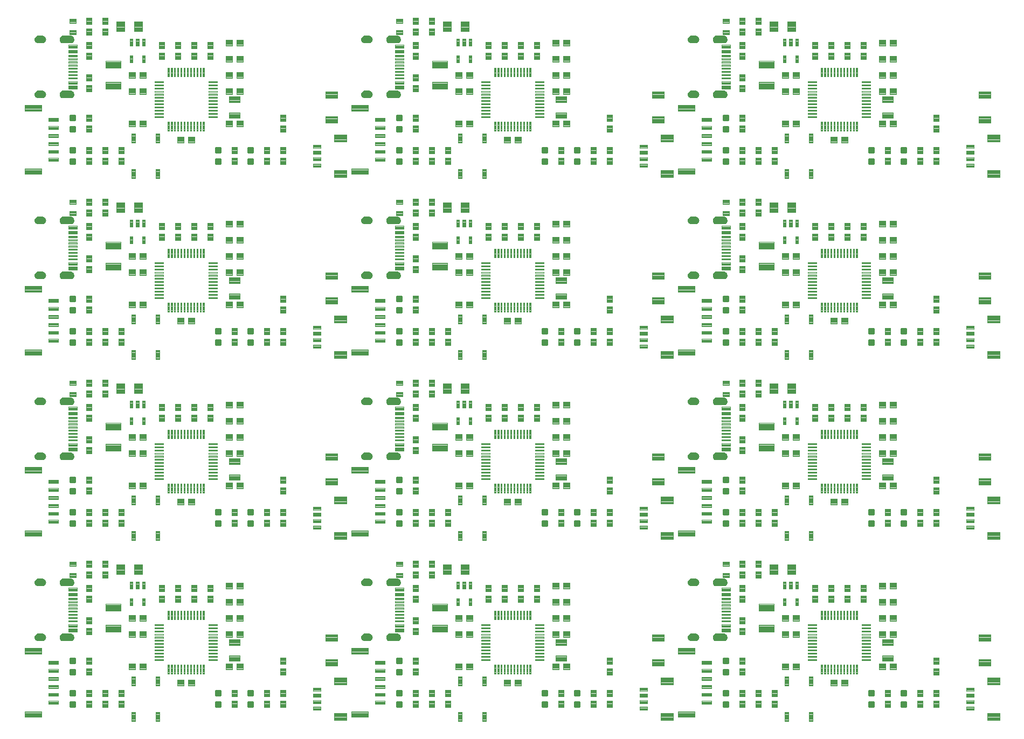
<source format=gtp>
G04 EAGLE Gerber RS-274X export*
G75*
%MOMM*%
%FSLAX34Y34*%
%LPD*%
%INSolderpaste Top*%
%IPPOS*%
%AMOC8*
5,1,8,0,0,1.08239X$1,22.5*%
G01*
%ADD10C,0.100000*%
%ADD11C,0.099000*%
%ADD12C,0.098000*%
%ADD13C,0.096000*%
%ADD14C,0.300000*%
%ADD15C,0.102000*%
%ADD16C,0.104000*%
%ADD17C,0.100800*%
%ADD18C,0.099059*%

G36*
X73004Y1081094D02*
X73004Y1081094D01*
X73007Y1081091D01*
X74129Y1081246D01*
X74134Y1081251D01*
X74138Y1081248D01*
X75209Y1081619D01*
X75213Y1081625D01*
X75218Y1081623D01*
X76195Y1082196D01*
X76198Y1082202D01*
X76203Y1082201D01*
X77050Y1082954D01*
X77052Y1082961D01*
X77057Y1082961D01*
X77741Y1083864D01*
X77741Y1083871D01*
X77746Y1083872D01*
X78241Y1084891D01*
X78239Y1084898D01*
X78244Y1084900D01*
X78531Y1085997D01*
X78529Y1086001D01*
X78531Y1086002D01*
X78529Y1086004D01*
X78532Y1086006D01*
X78599Y1087137D01*
X78597Y1087141D01*
X78599Y1087143D01*
X78532Y1088274D01*
X78527Y1088279D01*
X78531Y1088283D01*
X78244Y1089380D01*
X78238Y1089384D01*
X78241Y1089389D01*
X77746Y1090408D01*
X77740Y1090411D01*
X77741Y1090416D01*
X77057Y1091319D01*
X77050Y1091321D01*
X77050Y1091326D01*
X76203Y1092079D01*
X76196Y1092079D01*
X76195Y1092084D01*
X75218Y1092657D01*
X75211Y1092656D01*
X75209Y1092661D01*
X74138Y1093032D01*
X74132Y1093029D01*
X74129Y1093034D01*
X73007Y1093189D01*
X73002Y1093186D01*
X73000Y1093189D01*
X61000Y1093189D01*
X60995Y1093186D01*
X60992Y1093189D01*
X59725Y1092984D01*
X59719Y1092978D01*
X59715Y1092981D01*
X58525Y1092499D01*
X58521Y1092492D01*
X58515Y1092494D01*
X57462Y1091760D01*
X57460Y1091752D01*
X57454Y1091753D01*
X56591Y1090803D01*
X56590Y1090794D01*
X56585Y1090794D01*
X55955Y1089675D01*
X55956Y1089667D01*
X55950Y1089665D01*
X55585Y1088435D01*
X55588Y1088427D01*
X55583Y1088424D01*
X55501Y1087143D01*
X55504Y1087139D01*
X55501Y1087137D01*
X55583Y1085856D01*
X55589Y1085850D01*
X55585Y1085845D01*
X55950Y1084615D01*
X55957Y1084610D01*
X55955Y1084605D01*
X56585Y1083486D01*
X56592Y1083483D01*
X56591Y1083477D01*
X57454Y1082527D01*
X57462Y1082526D01*
X57462Y1082520D01*
X58515Y1081786D01*
X58523Y1081786D01*
X58525Y1081781D01*
X59715Y1081299D01*
X59722Y1081301D01*
X59725Y1081296D01*
X60992Y1081091D01*
X60997Y1081094D01*
X61000Y1081091D01*
X73000Y1081091D01*
X73004Y1081094D01*
G37*
G36*
X586084Y710214D02*
X586084Y710214D01*
X586087Y710211D01*
X587209Y710366D01*
X587214Y710371D01*
X587218Y710368D01*
X588289Y710739D01*
X588293Y710745D01*
X588298Y710743D01*
X589275Y711316D01*
X589278Y711322D01*
X589283Y711321D01*
X590130Y712074D01*
X590132Y712081D01*
X590137Y712081D01*
X590821Y712984D01*
X590821Y712991D01*
X590826Y712992D01*
X591321Y714011D01*
X591319Y714018D01*
X591324Y714020D01*
X591611Y715117D01*
X591609Y715121D01*
X591611Y715122D01*
X591609Y715124D01*
X591612Y715126D01*
X591679Y716257D01*
X591677Y716261D01*
X591679Y716263D01*
X591612Y717394D01*
X591607Y717399D01*
X591611Y717403D01*
X591324Y718500D01*
X591318Y718504D01*
X591321Y718509D01*
X590826Y719528D01*
X590820Y719531D01*
X590821Y719536D01*
X590137Y720439D01*
X590130Y720441D01*
X590130Y720446D01*
X589283Y721199D01*
X589276Y721199D01*
X589275Y721204D01*
X588298Y721777D01*
X588291Y721776D01*
X588289Y721781D01*
X587218Y722152D01*
X587212Y722149D01*
X587209Y722154D01*
X586087Y722309D01*
X586082Y722306D01*
X586080Y722309D01*
X574080Y722309D01*
X574075Y722306D01*
X574072Y722309D01*
X572805Y722104D01*
X572799Y722098D01*
X572795Y722101D01*
X571605Y721619D01*
X571601Y721612D01*
X571595Y721614D01*
X570542Y720880D01*
X570540Y720872D01*
X570534Y720873D01*
X569671Y719923D01*
X569670Y719914D01*
X569665Y719914D01*
X569035Y718795D01*
X569036Y718787D01*
X569030Y718785D01*
X568665Y717555D01*
X568668Y717547D01*
X568663Y717544D01*
X568581Y716263D01*
X568584Y716259D01*
X568581Y716257D01*
X568663Y714976D01*
X568669Y714970D01*
X568665Y714965D01*
X569030Y713735D01*
X569037Y713730D01*
X569035Y713725D01*
X569665Y712606D01*
X569672Y712603D01*
X569671Y712597D01*
X570534Y711647D01*
X570542Y711646D01*
X570542Y711640D01*
X571595Y710906D01*
X571603Y710906D01*
X571605Y710901D01*
X572795Y710419D01*
X572802Y710421D01*
X572805Y710416D01*
X574072Y710211D01*
X574077Y710214D01*
X574080Y710211D01*
X586080Y710211D01*
X586084Y710214D01*
G37*
G36*
X586084Y1081094D02*
X586084Y1081094D01*
X586087Y1081091D01*
X587209Y1081246D01*
X587214Y1081251D01*
X587218Y1081248D01*
X588289Y1081619D01*
X588293Y1081625D01*
X588298Y1081623D01*
X589275Y1082196D01*
X589278Y1082202D01*
X589283Y1082201D01*
X590130Y1082954D01*
X590132Y1082961D01*
X590137Y1082961D01*
X590821Y1083864D01*
X590821Y1083871D01*
X590826Y1083872D01*
X591321Y1084891D01*
X591319Y1084898D01*
X591324Y1084900D01*
X591611Y1085997D01*
X591609Y1086001D01*
X591611Y1086002D01*
X591609Y1086004D01*
X591612Y1086006D01*
X591679Y1087137D01*
X591677Y1087141D01*
X591679Y1087143D01*
X591612Y1088274D01*
X591607Y1088279D01*
X591611Y1088283D01*
X591324Y1089380D01*
X591318Y1089384D01*
X591321Y1089389D01*
X590826Y1090408D01*
X590820Y1090411D01*
X590821Y1090416D01*
X590137Y1091319D01*
X590130Y1091321D01*
X590130Y1091326D01*
X589283Y1092079D01*
X589276Y1092079D01*
X589275Y1092084D01*
X588298Y1092657D01*
X588291Y1092656D01*
X588289Y1092661D01*
X587218Y1093032D01*
X587212Y1093029D01*
X587209Y1093034D01*
X586087Y1093189D01*
X586082Y1093186D01*
X586080Y1093189D01*
X574080Y1093189D01*
X574075Y1093186D01*
X574072Y1093189D01*
X572805Y1092984D01*
X572799Y1092978D01*
X572795Y1092981D01*
X571605Y1092499D01*
X571601Y1092492D01*
X571595Y1092494D01*
X570542Y1091760D01*
X570540Y1091752D01*
X570534Y1091753D01*
X569671Y1090803D01*
X569670Y1090794D01*
X569665Y1090794D01*
X569035Y1089675D01*
X569036Y1089667D01*
X569030Y1089665D01*
X568665Y1088435D01*
X568668Y1088427D01*
X568663Y1088424D01*
X568581Y1087143D01*
X568584Y1087139D01*
X568581Y1087137D01*
X568663Y1085856D01*
X568669Y1085850D01*
X568665Y1085845D01*
X569030Y1084615D01*
X569037Y1084610D01*
X569035Y1084605D01*
X569665Y1083486D01*
X569672Y1083483D01*
X569671Y1083477D01*
X570534Y1082527D01*
X570542Y1082526D01*
X570542Y1082520D01*
X571595Y1081786D01*
X571603Y1081786D01*
X571605Y1081781D01*
X572795Y1081299D01*
X572802Y1081301D01*
X572805Y1081296D01*
X574072Y1081091D01*
X574077Y1081094D01*
X574080Y1081091D01*
X586080Y1081091D01*
X586084Y1081094D01*
G37*
G36*
X1099164Y1081094D02*
X1099164Y1081094D01*
X1099167Y1081091D01*
X1100289Y1081246D01*
X1100294Y1081251D01*
X1100298Y1081248D01*
X1101369Y1081619D01*
X1101373Y1081625D01*
X1101378Y1081623D01*
X1102355Y1082196D01*
X1102358Y1082202D01*
X1102363Y1082201D01*
X1103210Y1082954D01*
X1103212Y1082961D01*
X1103217Y1082961D01*
X1103901Y1083864D01*
X1103901Y1083871D01*
X1103906Y1083872D01*
X1104401Y1084891D01*
X1104399Y1084898D01*
X1104404Y1084900D01*
X1104691Y1085997D01*
X1104689Y1086001D01*
X1104691Y1086002D01*
X1104689Y1086004D01*
X1104692Y1086006D01*
X1104759Y1087137D01*
X1104757Y1087141D01*
X1104759Y1087143D01*
X1104692Y1088274D01*
X1104687Y1088279D01*
X1104691Y1088283D01*
X1104404Y1089380D01*
X1104398Y1089384D01*
X1104401Y1089389D01*
X1103906Y1090408D01*
X1103900Y1090411D01*
X1103901Y1090416D01*
X1103217Y1091319D01*
X1103210Y1091321D01*
X1103210Y1091326D01*
X1102363Y1092079D01*
X1102356Y1092079D01*
X1102355Y1092084D01*
X1101378Y1092657D01*
X1101371Y1092656D01*
X1101369Y1092661D01*
X1100298Y1093032D01*
X1100292Y1093029D01*
X1100289Y1093034D01*
X1099167Y1093189D01*
X1099162Y1093186D01*
X1099160Y1093189D01*
X1087160Y1093189D01*
X1087155Y1093186D01*
X1087152Y1093189D01*
X1085885Y1092984D01*
X1085879Y1092978D01*
X1085875Y1092981D01*
X1084685Y1092499D01*
X1084681Y1092492D01*
X1084675Y1092494D01*
X1083622Y1091760D01*
X1083620Y1091752D01*
X1083614Y1091753D01*
X1082751Y1090803D01*
X1082750Y1090794D01*
X1082745Y1090794D01*
X1082115Y1089675D01*
X1082116Y1089667D01*
X1082110Y1089665D01*
X1081745Y1088435D01*
X1081748Y1088427D01*
X1081743Y1088424D01*
X1081661Y1087143D01*
X1081664Y1087139D01*
X1081661Y1087137D01*
X1081743Y1085856D01*
X1081749Y1085850D01*
X1081745Y1085845D01*
X1082110Y1084615D01*
X1082117Y1084610D01*
X1082115Y1084605D01*
X1082745Y1083486D01*
X1082752Y1083483D01*
X1082751Y1083477D01*
X1083614Y1082527D01*
X1083622Y1082526D01*
X1083622Y1082520D01*
X1084675Y1081786D01*
X1084683Y1081786D01*
X1084685Y1081781D01*
X1085875Y1081299D01*
X1085882Y1081301D01*
X1085885Y1081296D01*
X1087152Y1081091D01*
X1087157Y1081094D01*
X1087160Y1081091D01*
X1099160Y1081091D01*
X1099164Y1081094D01*
G37*
G36*
X73004Y796614D02*
X73004Y796614D01*
X73007Y796611D01*
X74129Y796766D01*
X74134Y796771D01*
X74138Y796768D01*
X75209Y797139D01*
X75213Y797145D01*
X75218Y797143D01*
X76195Y797716D01*
X76198Y797722D01*
X76203Y797721D01*
X77050Y798474D01*
X77052Y798481D01*
X77057Y798481D01*
X77741Y799384D01*
X77741Y799391D01*
X77746Y799392D01*
X78241Y800411D01*
X78239Y800418D01*
X78244Y800420D01*
X78531Y801517D01*
X78529Y801521D01*
X78531Y801522D01*
X78529Y801524D01*
X78532Y801526D01*
X78599Y802657D01*
X78597Y802661D01*
X78599Y802663D01*
X78532Y803794D01*
X78527Y803799D01*
X78531Y803803D01*
X78244Y804900D01*
X78238Y804904D01*
X78241Y804909D01*
X77746Y805928D01*
X77740Y805931D01*
X77741Y805936D01*
X77057Y806839D01*
X77050Y806841D01*
X77050Y806846D01*
X76203Y807599D01*
X76196Y807599D01*
X76195Y807604D01*
X75218Y808177D01*
X75211Y808176D01*
X75209Y808181D01*
X74138Y808552D01*
X74132Y808549D01*
X74129Y808554D01*
X73007Y808709D01*
X73002Y808706D01*
X73000Y808709D01*
X61000Y808709D01*
X60995Y808706D01*
X60992Y808709D01*
X59725Y808504D01*
X59719Y808498D01*
X59715Y808501D01*
X58525Y808019D01*
X58521Y808012D01*
X58515Y808014D01*
X57462Y807280D01*
X57460Y807272D01*
X57454Y807273D01*
X56591Y806323D01*
X56590Y806314D01*
X56585Y806314D01*
X55955Y805195D01*
X55956Y805187D01*
X55950Y805185D01*
X55585Y803955D01*
X55588Y803947D01*
X55583Y803944D01*
X55501Y802663D01*
X55504Y802659D01*
X55501Y802657D01*
X55583Y801376D01*
X55589Y801370D01*
X55585Y801365D01*
X55950Y800135D01*
X55957Y800130D01*
X55955Y800125D01*
X56585Y799006D01*
X56592Y799003D01*
X56591Y798997D01*
X57454Y798047D01*
X57462Y798046D01*
X57462Y798040D01*
X58515Y797306D01*
X58523Y797306D01*
X58525Y797301D01*
X59715Y796819D01*
X59722Y796821D01*
X59725Y796816D01*
X60992Y796611D01*
X60997Y796614D01*
X61000Y796611D01*
X73000Y796611D01*
X73004Y796614D01*
G37*
G36*
X586084Y796614D02*
X586084Y796614D01*
X586087Y796611D01*
X587209Y796766D01*
X587214Y796771D01*
X587218Y796768D01*
X588289Y797139D01*
X588293Y797145D01*
X588298Y797143D01*
X589275Y797716D01*
X589278Y797722D01*
X589283Y797721D01*
X590130Y798474D01*
X590132Y798481D01*
X590137Y798481D01*
X590821Y799384D01*
X590821Y799391D01*
X590826Y799392D01*
X591321Y800411D01*
X591319Y800418D01*
X591324Y800420D01*
X591611Y801517D01*
X591609Y801521D01*
X591611Y801522D01*
X591609Y801524D01*
X591612Y801526D01*
X591679Y802657D01*
X591677Y802661D01*
X591679Y802663D01*
X591612Y803794D01*
X591607Y803799D01*
X591611Y803803D01*
X591324Y804900D01*
X591318Y804904D01*
X591321Y804909D01*
X590826Y805928D01*
X590820Y805931D01*
X590821Y805936D01*
X590137Y806839D01*
X590130Y806841D01*
X590130Y806846D01*
X589283Y807599D01*
X589276Y807599D01*
X589275Y807604D01*
X588298Y808177D01*
X588291Y808176D01*
X588289Y808181D01*
X587218Y808552D01*
X587212Y808549D01*
X587209Y808554D01*
X586087Y808709D01*
X586082Y808706D01*
X586080Y808709D01*
X574080Y808709D01*
X574075Y808706D01*
X574072Y808709D01*
X572805Y808504D01*
X572799Y808498D01*
X572795Y808501D01*
X571605Y808019D01*
X571601Y808012D01*
X571595Y808014D01*
X570542Y807280D01*
X570540Y807272D01*
X570534Y807273D01*
X569671Y806323D01*
X569670Y806314D01*
X569665Y806314D01*
X569035Y805195D01*
X569036Y805187D01*
X569030Y805185D01*
X568665Y803955D01*
X568668Y803947D01*
X568663Y803944D01*
X568581Y802663D01*
X568584Y802659D01*
X568581Y802657D01*
X568663Y801376D01*
X568669Y801370D01*
X568665Y801365D01*
X569030Y800135D01*
X569037Y800130D01*
X569035Y800125D01*
X569665Y799006D01*
X569672Y799003D01*
X569671Y798997D01*
X570534Y798047D01*
X570542Y798046D01*
X570542Y798040D01*
X571595Y797306D01*
X571603Y797306D01*
X571605Y797301D01*
X572795Y796819D01*
X572802Y796821D01*
X572805Y796816D01*
X574072Y796611D01*
X574077Y796614D01*
X574080Y796611D01*
X586080Y796611D01*
X586084Y796614D01*
G37*
G36*
X73004Y512134D02*
X73004Y512134D01*
X73007Y512131D01*
X74129Y512286D01*
X74134Y512291D01*
X74138Y512288D01*
X75209Y512659D01*
X75213Y512665D01*
X75218Y512663D01*
X76195Y513236D01*
X76198Y513242D01*
X76203Y513241D01*
X77050Y513994D01*
X77052Y514001D01*
X77057Y514001D01*
X77741Y514904D01*
X77741Y514911D01*
X77746Y514912D01*
X78241Y515931D01*
X78239Y515938D01*
X78244Y515940D01*
X78531Y517037D01*
X78529Y517041D01*
X78531Y517042D01*
X78529Y517044D01*
X78532Y517046D01*
X78599Y518177D01*
X78597Y518181D01*
X78599Y518183D01*
X78532Y519314D01*
X78527Y519319D01*
X78531Y519323D01*
X78244Y520420D01*
X78238Y520424D01*
X78241Y520429D01*
X77746Y521448D01*
X77740Y521451D01*
X77741Y521456D01*
X77057Y522359D01*
X77050Y522361D01*
X77050Y522366D01*
X76203Y523119D01*
X76196Y523119D01*
X76195Y523124D01*
X75218Y523697D01*
X75211Y523696D01*
X75209Y523701D01*
X74138Y524072D01*
X74132Y524069D01*
X74129Y524074D01*
X73007Y524229D01*
X73002Y524226D01*
X73000Y524229D01*
X61000Y524229D01*
X60995Y524226D01*
X60992Y524229D01*
X59725Y524024D01*
X59719Y524018D01*
X59715Y524021D01*
X58525Y523539D01*
X58521Y523532D01*
X58515Y523534D01*
X57462Y522800D01*
X57460Y522792D01*
X57454Y522793D01*
X56591Y521843D01*
X56590Y521834D01*
X56585Y521834D01*
X55955Y520715D01*
X55956Y520707D01*
X55950Y520705D01*
X55585Y519475D01*
X55588Y519467D01*
X55583Y519464D01*
X55501Y518183D01*
X55504Y518179D01*
X55501Y518177D01*
X55583Y516896D01*
X55589Y516890D01*
X55585Y516885D01*
X55950Y515655D01*
X55957Y515650D01*
X55955Y515645D01*
X56585Y514526D01*
X56592Y514523D01*
X56591Y514517D01*
X57454Y513567D01*
X57462Y513566D01*
X57462Y513560D01*
X58515Y512826D01*
X58523Y512826D01*
X58525Y512821D01*
X59715Y512339D01*
X59722Y512341D01*
X59725Y512336D01*
X60992Y512131D01*
X60997Y512134D01*
X61000Y512131D01*
X73000Y512131D01*
X73004Y512134D01*
G37*
G36*
X1099164Y796614D02*
X1099164Y796614D01*
X1099167Y796611D01*
X1100289Y796766D01*
X1100294Y796771D01*
X1100298Y796768D01*
X1101369Y797139D01*
X1101373Y797145D01*
X1101378Y797143D01*
X1102355Y797716D01*
X1102358Y797722D01*
X1102363Y797721D01*
X1103210Y798474D01*
X1103212Y798481D01*
X1103217Y798481D01*
X1103901Y799384D01*
X1103901Y799391D01*
X1103906Y799392D01*
X1104401Y800411D01*
X1104399Y800418D01*
X1104404Y800420D01*
X1104691Y801517D01*
X1104689Y801521D01*
X1104691Y801522D01*
X1104689Y801524D01*
X1104692Y801526D01*
X1104759Y802657D01*
X1104757Y802661D01*
X1104759Y802663D01*
X1104692Y803794D01*
X1104687Y803799D01*
X1104691Y803803D01*
X1104404Y804900D01*
X1104398Y804904D01*
X1104401Y804909D01*
X1103906Y805928D01*
X1103900Y805931D01*
X1103901Y805936D01*
X1103217Y806839D01*
X1103210Y806841D01*
X1103210Y806846D01*
X1102363Y807599D01*
X1102356Y807599D01*
X1102355Y807604D01*
X1101378Y808177D01*
X1101371Y808176D01*
X1101369Y808181D01*
X1100298Y808552D01*
X1100292Y808549D01*
X1100289Y808554D01*
X1099167Y808709D01*
X1099162Y808706D01*
X1099160Y808709D01*
X1087160Y808709D01*
X1087155Y808706D01*
X1087152Y808709D01*
X1085885Y808504D01*
X1085879Y808498D01*
X1085875Y808501D01*
X1084685Y808019D01*
X1084681Y808012D01*
X1084675Y808014D01*
X1083622Y807280D01*
X1083620Y807272D01*
X1083614Y807273D01*
X1082751Y806323D01*
X1082750Y806314D01*
X1082745Y806314D01*
X1082115Y805195D01*
X1082116Y805187D01*
X1082110Y805185D01*
X1081745Y803955D01*
X1081748Y803947D01*
X1081743Y803944D01*
X1081661Y802663D01*
X1081664Y802659D01*
X1081661Y802657D01*
X1081743Y801376D01*
X1081749Y801370D01*
X1081745Y801365D01*
X1082110Y800135D01*
X1082117Y800130D01*
X1082115Y800125D01*
X1082745Y799006D01*
X1082752Y799003D01*
X1082751Y798997D01*
X1083614Y798047D01*
X1083622Y798046D01*
X1083622Y798040D01*
X1084675Y797306D01*
X1084683Y797306D01*
X1084685Y797301D01*
X1085875Y796819D01*
X1085882Y796821D01*
X1085885Y796816D01*
X1087152Y796611D01*
X1087157Y796614D01*
X1087160Y796611D01*
X1099160Y796611D01*
X1099164Y796614D01*
G37*
G36*
X586084Y994694D02*
X586084Y994694D01*
X586087Y994691D01*
X587209Y994846D01*
X587214Y994851D01*
X587218Y994848D01*
X588289Y995219D01*
X588293Y995225D01*
X588298Y995223D01*
X589275Y995796D01*
X589278Y995802D01*
X589283Y995801D01*
X590130Y996554D01*
X590132Y996561D01*
X590137Y996561D01*
X590821Y997464D01*
X590821Y997471D01*
X590826Y997472D01*
X591321Y998491D01*
X591319Y998498D01*
X591324Y998500D01*
X591611Y999597D01*
X591609Y999601D01*
X591611Y999602D01*
X591609Y999604D01*
X591612Y999606D01*
X591679Y1000737D01*
X591677Y1000741D01*
X591679Y1000743D01*
X591612Y1001874D01*
X591607Y1001879D01*
X591611Y1001883D01*
X591324Y1002980D01*
X591318Y1002984D01*
X591321Y1002989D01*
X590826Y1004008D01*
X590820Y1004011D01*
X590821Y1004016D01*
X590137Y1004919D01*
X590130Y1004921D01*
X590130Y1004926D01*
X589283Y1005679D01*
X589276Y1005679D01*
X589275Y1005684D01*
X588298Y1006257D01*
X588291Y1006256D01*
X588289Y1006261D01*
X587218Y1006632D01*
X587212Y1006629D01*
X587209Y1006634D01*
X586087Y1006789D01*
X586082Y1006786D01*
X586080Y1006789D01*
X574080Y1006789D01*
X574075Y1006786D01*
X574072Y1006789D01*
X572805Y1006584D01*
X572799Y1006578D01*
X572795Y1006581D01*
X571605Y1006099D01*
X571601Y1006092D01*
X571595Y1006094D01*
X570542Y1005360D01*
X570540Y1005352D01*
X570534Y1005353D01*
X569671Y1004403D01*
X569670Y1004394D01*
X569665Y1004394D01*
X569035Y1003275D01*
X569036Y1003267D01*
X569030Y1003265D01*
X568665Y1002035D01*
X568668Y1002027D01*
X568663Y1002024D01*
X568581Y1000743D01*
X568584Y1000739D01*
X568581Y1000737D01*
X568663Y999456D01*
X568669Y999450D01*
X568665Y999445D01*
X569030Y998215D01*
X569037Y998210D01*
X569035Y998205D01*
X569665Y997086D01*
X569672Y997083D01*
X569671Y997077D01*
X570534Y996127D01*
X570542Y996126D01*
X570542Y996120D01*
X571595Y995386D01*
X571603Y995386D01*
X571605Y995381D01*
X572795Y994899D01*
X572802Y994901D01*
X572805Y994896D01*
X574072Y994691D01*
X574077Y994694D01*
X574080Y994691D01*
X586080Y994691D01*
X586084Y994694D01*
G37*
G36*
X73004Y994694D02*
X73004Y994694D01*
X73007Y994691D01*
X74129Y994846D01*
X74134Y994851D01*
X74138Y994848D01*
X75209Y995219D01*
X75213Y995225D01*
X75218Y995223D01*
X76195Y995796D01*
X76198Y995802D01*
X76203Y995801D01*
X77050Y996554D01*
X77052Y996561D01*
X77057Y996561D01*
X77741Y997464D01*
X77741Y997471D01*
X77746Y997472D01*
X78241Y998491D01*
X78239Y998498D01*
X78244Y998500D01*
X78531Y999597D01*
X78529Y999601D01*
X78531Y999602D01*
X78529Y999604D01*
X78532Y999606D01*
X78599Y1000737D01*
X78597Y1000741D01*
X78599Y1000743D01*
X78532Y1001874D01*
X78527Y1001879D01*
X78531Y1001883D01*
X78244Y1002980D01*
X78238Y1002984D01*
X78241Y1002989D01*
X77746Y1004008D01*
X77740Y1004011D01*
X77741Y1004016D01*
X77057Y1004919D01*
X77050Y1004921D01*
X77050Y1004926D01*
X76203Y1005679D01*
X76196Y1005679D01*
X76195Y1005684D01*
X75218Y1006257D01*
X75211Y1006256D01*
X75209Y1006261D01*
X74138Y1006632D01*
X74132Y1006629D01*
X74129Y1006634D01*
X73007Y1006789D01*
X73002Y1006786D01*
X73000Y1006789D01*
X61000Y1006789D01*
X60995Y1006786D01*
X60992Y1006789D01*
X59725Y1006584D01*
X59719Y1006578D01*
X59715Y1006581D01*
X58525Y1006099D01*
X58521Y1006092D01*
X58515Y1006094D01*
X57462Y1005360D01*
X57460Y1005352D01*
X57454Y1005353D01*
X56591Y1004403D01*
X56590Y1004394D01*
X56585Y1004394D01*
X55955Y1003275D01*
X55956Y1003267D01*
X55950Y1003265D01*
X55585Y1002035D01*
X55588Y1002027D01*
X55583Y1002024D01*
X55501Y1000743D01*
X55504Y1000739D01*
X55501Y1000737D01*
X55583Y999456D01*
X55589Y999450D01*
X55585Y999445D01*
X55950Y998215D01*
X55957Y998210D01*
X55955Y998205D01*
X56585Y997086D01*
X56592Y997083D01*
X56591Y997077D01*
X57454Y996127D01*
X57462Y996126D01*
X57462Y996120D01*
X58515Y995386D01*
X58523Y995386D01*
X58525Y995381D01*
X59715Y994899D01*
X59722Y994901D01*
X59725Y994896D01*
X60992Y994691D01*
X60997Y994694D01*
X61000Y994691D01*
X73000Y994691D01*
X73004Y994694D01*
G37*
G36*
X1099164Y710214D02*
X1099164Y710214D01*
X1099167Y710211D01*
X1100289Y710366D01*
X1100294Y710371D01*
X1100298Y710368D01*
X1101369Y710739D01*
X1101373Y710745D01*
X1101378Y710743D01*
X1102355Y711316D01*
X1102358Y711322D01*
X1102363Y711321D01*
X1103210Y712074D01*
X1103212Y712081D01*
X1103217Y712081D01*
X1103901Y712984D01*
X1103901Y712991D01*
X1103906Y712992D01*
X1104401Y714011D01*
X1104399Y714018D01*
X1104404Y714020D01*
X1104691Y715117D01*
X1104689Y715121D01*
X1104691Y715122D01*
X1104689Y715124D01*
X1104692Y715126D01*
X1104759Y716257D01*
X1104757Y716261D01*
X1104759Y716263D01*
X1104692Y717394D01*
X1104687Y717399D01*
X1104691Y717403D01*
X1104404Y718500D01*
X1104398Y718504D01*
X1104401Y718509D01*
X1103906Y719528D01*
X1103900Y719531D01*
X1103901Y719536D01*
X1103217Y720439D01*
X1103210Y720441D01*
X1103210Y720446D01*
X1102363Y721199D01*
X1102356Y721199D01*
X1102355Y721204D01*
X1101378Y721777D01*
X1101371Y721776D01*
X1101369Y721781D01*
X1100298Y722152D01*
X1100292Y722149D01*
X1100289Y722154D01*
X1099167Y722309D01*
X1099162Y722306D01*
X1099160Y722309D01*
X1087160Y722309D01*
X1087155Y722306D01*
X1087152Y722309D01*
X1085885Y722104D01*
X1085879Y722098D01*
X1085875Y722101D01*
X1084685Y721619D01*
X1084681Y721612D01*
X1084675Y721614D01*
X1083622Y720880D01*
X1083620Y720872D01*
X1083614Y720873D01*
X1082751Y719923D01*
X1082750Y719914D01*
X1082745Y719914D01*
X1082115Y718795D01*
X1082116Y718787D01*
X1082110Y718785D01*
X1081745Y717555D01*
X1081748Y717547D01*
X1081743Y717544D01*
X1081661Y716263D01*
X1081664Y716259D01*
X1081661Y716257D01*
X1081743Y714976D01*
X1081749Y714970D01*
X1081745Y714965D01*
X1082110Y713735D01*
X1082117Y713730D01*
X1082115Y713725D01*
X1082745Y712606D01*
X1082752Y712603D01*
X1082751Y712597D01*
X1083614Y711647D01*
X1083622Y711646D01*
X1083622Y711640D01*
X1084675Y710906D01*
X1084683Y710906D01*
X1084685Y710901D01*
X1085875Y710419D01*
X1085882Y710421D01*
X1085885Y710416D01*
X1087152Y710211D01*
X1087157Y710214D01*
X1087160Y710211D01*
X1099160Y710211D01*
X1099164Y710214D01*
G37*
G36*
X1099164Y994694D02*
X1099164Y994694D01*
X1099167Y994691D01*
X1100289Y994846D01*
X1100294Y994851D01*
X1100298Y994848D01*
X1101369Y995219D01*
X1101373Y995225D01*
X1101378Y995223D01*
X1102355Y995796D01*
X1102358Y995802D01*
X1102363Y995801D01*
X1103210Y996554D01*
X1103212Y996561D01*
X1103217Y996561D01*
X1103901Y997464D01*
X1103901Y997471D01*
X1103906Y997472D01*
X1104401Y998491D01*
X1104399Y998498D01*
X1104404Y998500D01*
X1104691Y999597D01*
X1104689Y999601D01*
X1104691Y999602D01*
X1104689Y999604D01*
X1104692Y999606D01*
X1104759Y1000737D01*
X1104757Y1000741D01*
X1104759Y1000743D01*
X1104692Y1001874D01*
X1104687Y1001879D01*
X1104691Y1001883D01*
X1104404Y1002980D01*
X1104398Y1002984D01*
X1104401Y1002989D01*
X1103906Y1004008D01*
X1103900Y1004011D01*
X1103901Y1004016D01*
X1103217Y1004919D01*
X1103210Y1004921D01*
X1103210Y1004926D01*
X1102363Y1005679D01*
X1102356Y1005679D01*
X1102355Y1005684D01*
X1101378Y1006257D01*
X1101371Y1006256D01*
X1101369Y1006261D01*
X1100298Y1006632D01*
X1100292Y1006629D01*
X1100289Y1006634D01*
X1099167Y1006789D01*
X1099162Y1006786D01*
X1099160Y1006789D01*
X1087160Y1006789D01*
X1087155Y1006786D01*
X1087152Y1006789D01*
X1085885Y1006584D01*
X1085879Y1006578D01*
X1085875Y1006581D01*
X1084685Y1006099D01*
X1084681Y1006092D01*
X1084675Y1006094D01*
X1083622Y1005360D01*
X1083620Y1005352D01*
X1083614Y1005353D01*
X1082751Y1004403D01*
X1082750Y1004394D01*
X1082745Y1004394D01*
X1082115Y1003275D01*
X1082116Y1003267D01*
X1082110Y1003265D01*
X1081745Y1002035D01*
X1081748Y1002027D01*
X1081743Y1002024D01*
X1081661Y1000743D01*
X1081664Y1000739D01*
X1081661Y1000737D01*
X1081743Y999456D01*
X1081749Y999450D01*
X1081745Y999445D01*
X1082110Y998215D01*
X1082117Y998210D01*
X1082115Y998205D01*
X1082745Y997086D01*
X1082752Y997083D01*
X1082751Y997077D01*
X1083614Y996127D01*
X1083622Y996126D01*
X1083622Y996120D01*
X1084675Y995386D01*
X1084683Y995386D01*
X1084685Y995381D01*
X1085875Y994899D01*
X1085882Y994901D01*
X1085885Y994896D01*
X1087152Y994691D01*
X1087157Y994694D01*
X1087160Y994691D01*
X1099160Y994691D01*
X1099164Y994694D01*
G37*
G36*
X73004Y710214D02*
X73004Y710214D01*
X73007Y710211D01*
X74129Y710366D01*
X74134Y710371D01*
X74138Y710368D01*
X75209Y710739D01*
X75213Y710745D01*
X75218Y710743D01*
X76195Y711316D01*
X76198Y711322D01*
X76203Y711321D01*
X77050Y712074D01*
X77052Y712081D01*
X77057Y712081D01*
X77741Y712984D01*
X77741Y712991D01*
X77746Y712992D01*
X78241Y714011D01*
X78239Y714018D01*
X78244Y714020D01*
X78531Y715117D01*
X78529Y715121D01*
X78531Y715122D01*
X78529Y715124D01*
X78532Y715126D01*
X78599Y716257D01*
X78597Y716261D01*
X78599Y716263D01*
X78532Y717394D01*
X78527Y717399D01*
X78531Y717403D01*
X78244Y718500D01*
X78238Y718504D01*
X78241Y718509D01*
X77746Y719528D01*
X77740Y719531D01*
X77741Y719536D01*
X77057Y720439D01*
X77050Y720441D01*
X77050Y720446D01*
X76203Y721199D01*
X76196Y721199D01*
X76195Y721204D01*
X75218Y721777D01*
X75211Y721776D01*
X75209Y721781D01*
X74138Y722152D01*
X74132Y722149D01*
X74129Y722154D01*
X73007Y722309D01*
X73002Y722306D01*
X73000Y722309D01*
X61000Y722309D01*
X60995Y722306D01*
X60992Y722309D01*
X59725Y722104D01*
X59719Y722098D01*
X59715Y722101D01*
X58525Y721619D01*
X58521Y721612D01*
X58515Y721614D01*
X57462Y720880D01*
X57460Y720872D01*
X57454Y720873D01*
X56591Y719923D01*
X56590Y719914D01*
X56585Y719914D01*
X55955Y718795D01*
X55956Y718787D01*
X55950Y718785D01*
X55585Y717555D01*
X55588Y717547D01*
X55583Y717544D01*
X55501Y716263D01*
X55504Y716259D01*
X55501Y716257D01*
X55583Y714976D01*
X55589Y714970D01*
X55585Y714965D01*
X55950Y713735D01*
X55957Y713730D01*
X55955Y713725D01*
X56585Y712606D01*
X56592Y712603D01*
X56591Y712597D01*
X57454Y711647D01*
X57462Y711646D01*
X57462Y711640D01*
X58515Y710906D01*
X58523Y710906D01*
X58525Y710901D01*
X59715Y710419D01*
X59722Y710421D01*
X59725Y710416D01*
X60992Y710211D01*
X60997Y710214D01*
X61000Y710211D01*
X73000Y710211D01*
X73004Y710214D01*
G37*
G36*
X586084Y512134D02*
X586084Y512134D01*
X586087Y512131D01*
X587209Y512286D01*
X587214Y512291D01*
X587218Y512288D01*
X588289Y512659D01*
X588293Y512665D01*
X588298Y512663D01*
X589275Y513236D01*
X589278Y513242D01*
X589283Y513241D01*
X590130Y513994D01*
X590132Y514001D01*
X590137Y514001D01*
X590821Y514904D01*
X590821Y514911D01*
X590826Y514912D01*
X591321Y515931D01*
X591319Y515938D01*
X591324Y515940D01*
X591611Y517037D01*
X591609Y517041D01*
X591611Y517042D01*
X591609Y517044D01*
X591612Y517046D01*
X591679Y518177D01*
X591677Y518181D01*
X591679Y518183D01*
X591612Y519314D01*
X591607Y519319D01*
X591611Y519323D01*
X591324Y520420D01*
X591318Y520424D01*
X591321Y520429D01*
X590826Y521448D01*
X590820Y521451D01*
X590821Y521456D01*
X590137Y522359D01*
X590130Y522361D01*
X590130Y522366D01*
X589283Y523119D01*
X589276Y523119D01*
X589275Y523124D01*
X588298Y523697D01*
X588291Y523696D01*
X588289Y523701D01*
X587218Y524072D01*
X587212Y524069D01*
X587209Y524074D01*
X586087Y524229D01*
X586082Y524226D01*
X586080Y524229D01*
X574080Y524229D01*
X574075Y524226D01*
X574072Y524229D01*
X572805Y524024D01*
X572799Y524018D01*
X572795Y524021D01*
X571605Y523539D01*
X571601Y523532D01*
X571595Y523534D01*
X570542Y522800D01*
X570540Y522792D01*
X570534Y522793D01*
X569671Y521843D01*
X569670Y521834D01*
X569665Y521834D01*
X569035Y520715D01*
X569036Y520707D01*
X569030Y520705D01*
X568665Y519475D01*
X568668Y519467D01*
X568663Y519464D01*
X568581Y518183D01*
X568584Y518179D01*
X568581Y518177D01*
X568663Y516896D01*
X568669Y516890D01*
X568665Y516885D01*
X569030Y515655D01*
X569037Y515650D01*
X569035Y515645D01*
X569665Y514526D01*
X569672Y514523D01*
X569671Y514517D01*
X570534Y513567D01*
X570542Y513566D01*
X570542Y513560D01*
X571595Y512826D01*
X571603Y512826D01*
X571605Y512821D01*
X572795Y512339D01*
X572802Y512341D01*
X572805Y512336D01*
X574072Y512131D01*
X574077Y512134D01*
X574080Y512131D01*
X586080Y512131D01*
X586084Y512134D01*
G37*
G36*
X1099164Y512134D02*
X1099164Y512134D01*
X1099167Y512131D01*
X1100289Y512286D01*
X1100294Y512291D01*
X1100298Y512288D01*
X1101369Y512659D01*
X1101373Y512665D01*
X1101378Y512663D01*
X1102355Y513236D01*
X1102358Y513242D01*
X1102363Y513241D01*
X1103210Y513994D01*
X1103212Y514001D01*
X1103217Y514001D01*
X1103901Y514904D01*
X1103901Y514911D01*
X1103906Y514912D01*
X1104401Y515931D01*
X1104399Y515938D01*
X1104404Y515940D01*
X1104691Y517037D01*
X1104689Y517041D01*
X1104691Y517042D01*
X1104689Y517044D01*
X1104692Y517046D01*
X1104759Y518177D01*
X1104757Y518181D01*
X1104759Y518183D01*
X1104692Y519314D01*
X1104687Y519319D01*
X1104691Y519323D01*
X1104404Y520420D01*
X1104398Y520424D01*
X1104401Y520429D01*
X1103906Y521448D01*
X1103900Y521451D01*
X1103901Y521456D01*
X1103217Y522359D01*
X1103210Y522361D01*
X1103210Y522366D01*
X1102363Y523119D01*
X1102356Y523119D01*
X1102355Y523124D01*
X1101378Y523697D01*
X1101371Y523696D01*
X1101369Y523701D01*
X1100298Y524072D01*
X1100292Y524069D01*
X1100289Y524074D01*
X1099167Y524229D01*
X1099162Y524226D01*
X1099160Y524229D01*
X1087160Y524229D01*
X1087155Y524226D01*
X1087152Y524229D01*
X1085885Y524024D01*
X1085879Y524018D01*
X1085875Y524021D01*
X1084685Y523539D01*
X1084681Y523532D01*
X1084675Y523534D01*
X1083622Y522800D01*
X1083620Y522792D01*
X1083614Y522793D01*
X1082751Y521843D01*
X1082750Y521834D01*
X1082745Y521834D01*
X1082115Y520715D01*
X1082116Y520707D01*
X1082110Y520705D01*
X1081745Y519475D01*
X1081748Y519467D01*
X1081743Y519464D01*
X1081661Y518183D01*
X1081664Y518179D01*
X1081661Y518177D01*
X1081743Y516896D01*
X1081749Y516890D01*
X1081745Y516885D01*
X1082110Y515655D01*
X1082117Y515650D01*
X1082115Y515645D01*
X1082745Y514526D01*
X1082752Y514523D01*
X1082751Y514517D01*
X1083614Y513567D01*
X1083622Y513566D01*
X1083622Y513560D01*
X1084675Y512826D01*
X1084683Y512826D01*
X1084685Y512821D01*
X1085875Y512339D01*
X1085882Y512341D01*
X1085885Y512336D01*
X1087152Y512131D01*
X1087157Y512134D01*
X1087160Y512131D01*
X1099160Y512131D01*
X1099164Y512134D01*
G37*
G36*
X73004Y425734D02*
X73004Y425734D01*
X73007Y425731D01*
X74129Y425886D01*
X74134Y425891D01*
X74138Y425888D01*
X75209Y426259D01*
X75213Y426265D01*
X75218Y426263D01*
X76195Y426836D01*
X76198Y426842D01*
X76203Y426841D01*
X77050Y427594D01*
X77052Y427601D01*
X77057Y427601D01*
X77741Y428504D01*
X77741Y428511D01*
X77746Y428512D01*
X78241Y429531D01*
X78239Y429538D01*
X78244Y429540D01*
X78531Y430637D01*
X78529Y430641D01*
X78531Y430642D01*
X78529Y430644D01*
X78532Y430646D01*
X78599Y431777D01*
X78597Y431781D01*
X78599Y431783D01*
X78532Y432914D01*
X78527Y432919D01*
X78531Y432923D01*
X78244Y434020D01*
X78238Y434024D01*
X78241Y434029D01*
X77746Y435048D01*
X77740Y435051D01*
X77741Y435056D01*
X77057Y435959D01*
X77050Y435961D01*
X77050Y435966D01*
X76203Y436719D01*
X76196Y436719D01*
X76195Y436724D01*
X75218Y437297D01*
X75211Y437296D01*
X75209Y437301D01*
X74138Y437672D01*
X74132Y437669D01*
X74129Y437674D01*
X73007Y437829D01*
X73002Y437826D01*
X73000Y437829D01*
X61000Y437829D01*
X60995Y437826D01*
X60992Y437829D01*
X59725Y437624D01*
X59719Y437618D01*
X59715Y437621D01*
X58525Y437139D01*
X58521Y437132D01*
X58515Y437134D01*
X57462Y436400D01*
X57460Y436392D01*
X57454Y436393D01*
X56591Y435443D01*
X56590Y435434D01*
X56585Y435434D01*
X55955Y434315D01*
X55956Y434307D01*
X55950Y434305D01*
X55585Y433075D01*
X55588Y433067D01*
X55583Y433064D01*
X55501Y431783D01*
X55504Y431779D01*
X55501Y431777D01*
X55583Y430496D01*
X55589Y430490D01*
X55585Y430485D01*
X55950Y429255D01*
X55957Y429250D01*
X55955Y429245D01*
X56585Y428126D01*
X56592Y428123D01*
X56591Y428117D01*
X57454Y427167D01*
X57462Y427166D01*
X57462Y427160D01*
X58515Y426426D01*
X58523Y426426D01*
X58525Y426421D01*
X59715Y425939D01*
X59722Y425941D01*
X59725Y425936D01*
X60992Y425731D01*
X60997Y425734D01*
X61000Y425731D01*
X73000Y425731D01*
X73004Y425734D01*
G37*
G36*
X586084Y425734D02*
X586084Y425734D01*
X586087Y425731D01*
X587209Y425886D01*
X587214Y425891D01*
X587218Y425888D01*
X588289Y426259D01*
X588293Y426265D01*
X588298Y426263D01*
X589275Y426836D01*
X589278Y426842D01*
X589283Y426841D01*
X590130Y427594D01*
X590132Y427601D01*
X590137Y427601D01*
X590821Y428504D01*
X590821Y428511D01*
X590826Y428512D01*
X591321Y429531D01*
X591319Y429538D01*
X591324Y429540D01*
X591611Y430637D01*
X591609Y430641D01*
X591611Y430642D01*
X591609Y430644D01*
X591612Y430646D01*
X591679Y431777D01*
X591677Y431781D01*
X591679Y431783D01*
X591612Y432914D01*
X591607Y432919D01*
X591611Y432923D01*
X591324Y434020D01*
X591318Y434024D01*
X591321Y434029D01*
X590826Y435048D01*
X590820Y435051D01*
X590821Y435056D01*
X590137Y435959D01*
X590130Y435961D01*
X590130Y435966D01*
X589283Y436719D01*
X589276Y436719D01*
X589275Y436724D01*
X588298Y437297D01*
X588291Y437296D01*
X588289Y437301D01*
X587218Y437672D01*
X587212Y437669D01*
X587209Y437674D01*
X586087Y437829D01*
X586082Y437826D01*
X586080Y437829D01*
X574080Y437829D01*
X574075Y437826D01*
X574072Y437829D01*
X572805Y437624D01*
X572799Y437618D01*
X572795Y437621D01*
X571605Y437139D01*
X571601Y437132D01*
X571595Y437134D01*
X570542Y436400D01*
X570540Y436392D01*
X570534Y436393D01*
X569671Y435443D01*
X569670Y435434D01*
X569665Y435434D01*
X569035Y434315D01*
X569036Y434307D01*
X569030Y434305D01*
X568665Y433075D01*
X568668Y433067D01*
X568663Y433064D01*
X568581Y431783D01*
X568584Y431779D01*
X568581Y431777D01*
X568663Y430496D01*
X568669Y430490D01*
X568665Y430485D01*
X569030Y429255D01*
X569037Y429250D01*
X569035Y429245D01*
X569665Y428126D01*
X569672Y428123D01*
X569671Y428117D01*
X570534Y427167D01*
X570542Y427166D01*
X570542Y427160D01*
X571595Y426426D01*
X571603Y426426D01*
X571605Y426421D01*
X572795Y425939D01*
X572802Y425941D01*
X572805Y425936D01*
X574072Y425731D01*
X574077Y425734D01*
X574080Y425731D01*
X586080Y425731D01*
X586084Y425734D01*
G37*
G36*
X1099164Y425734D02*
X1099164Y425734D01*
X1099167Y425731D01*
X1100289Y425886D01*
X1100294Y425891D01*
X1100298Y425888D01*
X1101369Y426259D01*
X1101373Y426265D01*
X1101378Y426263D01*
X1102355Y426836D01*
X1102358Y426842D01*
X1102363Y426841D01*
X1103210Y427594D01*
X1103212Y427601D01*
X1103217Y427601D01*
X1103901Y428504D01*
X1103901Y428511D01*
X1103906Y428512D01*
X1104401Y429531D01*
X1104399Y429538D01*
X1104404Y429540D01*
X1104691Y430637D01*
X1104689Y430641D01*
X1104691Y430642D01*
X1104689Y430644D01*
X1104692Y430646D01*
X1104759Y431777D01*
X1104757Y431781D01*
X1104759Y431783D01*
X1104692Y432914D01*
X1104687Y432919D01*
X1104691Y432923D01*
X1104404Y434020D01*
X1104398Y434024D01*
X1104401Y434029D01*
X1103906Y435048D01*
X1103900Y435051D01*
X1103901Y435056D01*
X1103217Y435959D01*
X1103210Y435961D01*
X1103210Y435966D01*
X1102363Y436719D01*
X1102356Y436719D01*
X1102355Y436724D01*
X1101378Y437297D01*
X1101371Y437296D01*
X1101369Y437301D01*
X1100298Y437672D01*
X1100292Y437669D01*
X1100289Y437674D01*
X1099167Y437829D01*
X1099162Y437826D01*
X1099160Y437829D01*
X1087160Y437829D01*
X1087155Y437826D01*
X1087152Y437829D01*
X1085885Y437624D01*
X1085879Y437618D01*
X1085875Y437621D01*
X1084685Y437139D01*
X1084681Y437132D01*
X1084675Y437134D01*
X1083622Y436400D01*
X1083620Y436392D01*
X1083614Y436393D01*
X1082751Y435443D01*
X1082750Y435434D01*
X1082745Y435434D01*
X1082115Y434315D01*
X1082116Y434307D01*
X1082110Y434305D01*
X1081745Y433075D01*
X1081748Y433067D01*
X1081743Y433064D01*
X1081661Y431783D01*
X1081664Y431779D01*
X1081661Y431777D01*
X1081743Y430496D01*
X1081749Y430490D01*
X1081745Y430485D01*
X1082110Y429255D01*
X1082117Y429250D01*
X1082115Y429245D01*
X1082745Y428126D01*
X1082752Y428123D01*
X1082751Y428117D01*
X1083614Y427167D01*
X1083622Y427166D01*
X1083622Y427160D01*
X1084675Y426426D01*
X1084683Y426426D01*
X1084685Y426421D01*
X1085875Y425939D01*
X1085882Y425941D01*
X1085885Y425936D01*
X1087152Y425731D01*
X1087157Y425734D01*
X1087160Y425731D01*
X1099160Y425731D01*
X1099164Y425734D01*
G37*
G36*
X73004Y227654D02*
X73004Y227654D01*
X73007Y227651D01*
X74129Y227806D01*
X74134Y227811D01*
X74138Y227808D01*
X75209Y228179D01*
X75213Y228185D01*
X75218Y228183D01*
X76195Y228756D01*
X76198Y228762D01*
X76203Y228761D01*
X77050Y229514D01*
X77052Y229521D01*
X77057Y229521D01*
X77741Y230424D01*
X77741Y230431D01*
X77746Y230432D01*
X78241Y231451D01*
X78239Y231458D01*
X78244Y231460D01*
X78531Y232557D01*
X78529Y232561D01*
X78531Y232562D01*
X78529Y232564D01*
X78532Y232566D01*
X78599Y233697D01*
X78597Y233701D01*
X78599Y233703D01*
X78532Y234834D01*
X78527Y234839D01*
X78531Y234843D01*
X78244Y235940D01*
X78238Y235944D01*
X78241Y235949D01*
X77746Y236968D01*
X77740Y236971D01*
X77741Y236976D01*
X77057Y237879D01*
X77050Y237881D01*
X77050Y237886D01*
X76203Y238639D01*
X76196Y238639D01*
X76195Y238644D01*
X75218Y239217D01*
X75211Y239216D01*
X75209Y239221D01*
X74138Y239592D01*
X74132Y239589D01*
X74129Y239594D01*
X73007Y239749D01*
X73002Y239746D01*
X73000Y239749D01*
X61000Y239749D01*
X60995Y239746D01*
X60992Y239749D01*
X59725Y239544D01*
X59719Y239538D01*
X59715Y239541D01*
X58525Y239059D01*
X58521Y239052D01*
X58515Y239054D01*
X57462Y238320D01*
X57460Y238312D01*
X57454Y238313D01*
X56591Y237363D01*
X56590Y237354D01*
X56585Y237354D01*
X55955Y236235D01*
X55956Y236227D01*
X55950Y236225D01*
X55585Y234995D01*
X55588Y234987D01*
X55583Y234984D01*
X55501Y233703D01*
X55504Y233699D01*
X55501Y233697D01*
X55583Y232416D01*
X55589Y232410D01*
X55585Y232405D01*
X55950Y231175D01*
X55957Y231170D01*
X55955Y231165D01*
X56585Y230046D01*
X56592Y230043D01*
X56591Y230037D01*
X57454Y229087D01*
X57462Y229086D01*
X57462Y229080D01*
X58515Y228346D01*
X58523Y228346D01*
X58525Y228341D01*
X59715Y227859D01*
X59722Y227861D01*
X59725Y227856D01*
X60992Y227651D01*
X60997Y227654D01*
X61000Y227651D01*
X73000Y227651D01*
X73004Y227654D01*
G37*
G36*
X586084Y227654D02*
X586084Y227654D01*
X586087Y227651D01*
X587209Y227806D01*
X587214Y227811D01*
X587218Y227808D01*
X588289Y228179D01*
X588293Y228185D01*
X588298Y228183D01*
X589275Y228756D01*
X589278Y228762D01*
X589283Y228761D01*
X590130Y229514D01*
X590132Y229521D01*
X590137Y229521D01*
X590821Y230424D01*
X590821Y230431D01*
X590826Y230432D01*
X591321Y231451D01*
X591319Y231458D01*
X591324Y231460D01*
X591611Y232557D01*
X591609Y232561D01*
X591611Y232562D01*
X591609Y232564D01*
X591612Y232566D01*
X591679Y233697D01*
X591677Y233701D01*
X591679Y233703D01*
X591612Y234834D01*
X591607Y234839D01*
X591611Y234843D01*
X591324Y235940D01*
X591318Y235944D01*
X591321Y235949D01*
X590826Y236968D01*
X590820Y236971D01*
X590821Y236976D01*
X590137Y237879D01*
X590130Y237881D01*
X590130Y237886D01*
X589283Y238639D01*
X589276Y238639D01*
X589275Y238644D01*
X588298Y239217D01*
X588291Y239216D01*
X588289Y239221D01*
X587218Y239592D01*
X587212Y239589D01*
X587209Y239594D01*
X586087Y239749D01*
X586082Y239746D01*
X586080Y239749D01*
X574080Y239749D01*
X574075Y239746D01*
X574072Y239749D01*
X572805Y239544D01*
X572799Y239538D01*
X572795Y239541D01*
X571605Y239059D01*
X571601Y239052D01*
X571595Y239054D01*
X570542Y238320D01*
X570540Y238312D01*
X570534Y238313D01*
X569671Y237363D01*
X569670Y237354D01*
X569665Y237354D01*
X569035Y236235D01*
X569036Y236227D01*
X569030Y236225D01*
X568665Y234995D01*
X568668Y234987D01*
X568663Y234984D01*
X568581Y233703D01*
X568584Y233699D01*
X568581Y233697D01*
X568663Y232416D01*
X568669Y232410D01*
X568665Y232405D01*
X569030Y231175D01*
X569037Y231170D01*
X569035Y231165D01*
X569665Y230046D01*
X569672Y230043D01*
X569671Y230037D01*
X570534Y229087D01*
X570542Y229086D01*
X570542Y229080D01*
X571595Y228346D01*
X571603Y228346D01*
X571605Y228341D01*
X572795Y227859D01*
X572802Y227861D01*
X572805Y227856D01*
X574072Y227651D01*
X574077Y227654D01*
X574080Y227651D01*
X586080Y227651D01*
X586084Y227654D01*
G37*
G36*
X1099164Y227654D02*
X1099164Y227654D01*
X1099167Y227651D01*
X1100289Y227806D01*
X1100294Y227811D01*
X1100298Y227808D01*
X1101369Y228179D01*
X1101373Y228185D01*
X1101378Y228183D01*
X1102355Y228756D01*
X1102358Y228762D01*
X1102363Y228761D01*
X1103210Y229514D01*
X1103212Y229521D01*
X1103217Y229521D01*
X1103901Y230424D01*
X1103901Y230431D01*
X1103906Y230432D01*
X1104401Y231451D01*
X1104399Y231458D01*
X1104404Y231460D01*
X1104691Y232557D01*
X1104689Y232561D01*
X1104691Y232562D01*
X1104689Y232564D01*
X1104692Y232566D01*
X1104759Y233697D01*
X1104757Y233701D01*
X1104759Y233703D01*
X1104692Y234834D01*
X1104687Y234839D01*
X1104691Y234843D01*
X1104404Y235940D01*
X1104398Y235944D01*
X1104401Y235949D01*
X1103906Y236968D01*
X1103900Y236971D01*
X1103901Y236976D01*
X1103217Y237879D01*
X1103210Y237881D01*
X1103210Y237886D01*
X1102363Y238639D01*
X1102356Y238639D01*
X1102355Y238644D01*
X1101378Y239217D01*
X1101371Y239216D01*
X1101369Y239221D01*
X1100298Y239592D01*
X1100292Y239589D01*
X1100289Y239594D01*
X1099167Y239749D01*
X1099162Y239746D01*
X1099160Y239749D01*
X1087160Y239749D01*
X1087155Y239746D01*
X1087152Y239749D01*
X1085885Y239544D01*
X1085879Y239538D01*
X1085875Y239541D01*
X1084685Y239059D01*
X1084681Y239052D01*
X1084675Y239054D01*
X1083622Y238320D01*
X1083620Y238312D01*
X1083614Y238313D01*
X1082751Y237363D01*
X1082750Y237354D01*
X1082745Y237354D01*
X1082115Y236235D01*
X1082116Y236227D01*
X1082110Y236225D01*
X1081745Y234995D01*
X1081748Y234987D01*
X1081743Y234984D01*
X1081661Y233703D01*
X1081664Y233699D01*
X1081661Y233697D01*
X1081743Y232416D01*
X1081749Y232410D01*
X1081745Y232405D01*
X1082110Y231175D01*
X1082117Y231170D01*
X1082115Y231165D01*
X1082745Y230046D01*
X1082752Y230043D01*
X1082751Y230037D01*
X1083614Y229087D01*
X1083622Y229086D01*
X1083622Y229080D01*
X1084675Y228346D01*
X1084683Y228346D01*
X1084685Y228341D01*
X1085875Y227859D01*
X1085882Y227861D01*
X1085885Y227856D01*
X1087152Y227651D01*
X1087157Y227654D01*
X1087160Y227651D01*
X1099160Y227651D01*
X1099164Y227654D01*
G37*
G36*
X1099164Y141254D02*
X1099164Y141254D01*
X1099167Y141251D01*
X1100289Y141406D01*
X1100294Y141411D01*
X1100298Y141408D01*
X1101369Y141779D01*
X1101373Y141785D01*
X1101378Y141783D01*
X1102355Y142356D01*
X1102358Y142362D01*
X1102363Y142361D01*
X1103210Y143114D01*
X1103212Y143121D01*
X1103217Y143121D01*
X1103901Y144024D01*
X1103901Y144031D01*
X1103906Y144032D01*
X1104401Y145051D01*
X1104399Y145058D01*
X1104404Y145060D01*
X1104691Y146157D01*
X1104689Y146161D01*
X1104691Y146162D01*
X1104689Y146164D01*
X1104692Y146166D01*
X1104759Y147297D01*
X1104757Y147301D01*
X1104759Y147303D01*
X1104692Y148434D01*
X1104687Y148439D01*
X1104691Y148443D01*
X1104404Y149540D01*
X1104398Y149544D01*
X1104401Y149549D01*
X1103906Y150568D01*
X1103900Y150571D01*
X1103901Y150576D01*
X1103217Y151479D01*
X1103210Y151481D01*
X1103210Y151486D01*
X1102363Y152239D01*
X1102356Y152239D01*
X1102355Y152244D01*
X1101378Y152817D01*
X1101371Y152816D01*
X1101369Y152821D01*
X1100298Y153192D01*
X1100292Y153189D01*
X1100289Y153194D01*
X1099167Y153349D01*
X1099162Y153346D01*
X1099160Y153349D01*
X1087160Y153349D01*
X1087155Y153346D01*
X1087152Y153349D01*
X1085885Y153144D01*
X1085879Y153138D01*
X1085875Y153141D01*
X1084685Y152659D01*
X1084681Y152652D01*
X1084675Y152654D01*
X1083622Y151920D01*
X1083620Y151912D01*
X1083614Y151913D01*
X1082751Y150963D01*
X1082750Y150954D01*
X1082745Y150954D01*
X1082115Y149835D01*
X1082116Y149827D01*
X1082110Y149825D01*
X1081745Y148595D01*
X1081748Y148587D01*
X1081743Y148584D01*
X1081661Y147303D01*
X1081664Y147299D01*
X1081661Y147297D01*
X1081743Y146016D01*
X1081749Y146010D01*
X1081745Y146005D01*
X1082110Y144775D01*
X1082117Y144770D01*
X1082115Y144765D01*
X1082745Y143646D01*
X1082752Y143643D01*
X1082751Y143637D01*
X1083614Y142687D01*
X1083622Y142686D01*
X1083622Y142680D01*
X1084675Y141946D01*
X1084683Y141946D01*
X1084685Y141941D01*
X1085875Y141459D01*
X1085882Y141461D01*
X1085885Y141456D01*
X1087152Y141251D01*
X1087157Y141254D01*
X1087160Y141251D01*
X1099160Y141251D01*
X1099164Y141254D01*
G37*
G36*
X73004Y141254D02*
X73004Y141254D01*
X73007Y141251D01*
X74129Y141406D01*
X74134Y141411D01*
X74138Y141408D01*
X75209Y141779D01*
X75213Y141785D01*
X75218Y141783D01*
X76195Y142356D01*
X76198Y142362D01*
X76203Y142361D01*
X77050Y143114D01*
X77052Y143121D01*
X77057Y143121D01*
X77741Y144024D01*
X77741Y144031D01*
X77746Y144032D01*
X78241Y145051D01*
X78239Y145058D01*
X78244Y145060D01*
X78531Y146157D01*
X78529Y146161D01*
X78531Y146162D01*
X78529Y146164D01*
X78532Y146166D01*
X78599Y147297D01*
X78597Y147301D01*
X78599Y147303D01*
X78532Y148434D01*
X78527Y148439D01*
X78531Y148443D01*
X78244Y149540D01*
X78238Y149544D01*
X78241Y149549D01*
X77746Y150568D01*
X77740Y150571D01*
X77741Y150576D01*
X77057Y151479D01*
X77050Y151481D01*
X77050Y151486D01*
X76203Y152239D01*
X76196Y152239D01*
X76195Y152244D01*
X75218Y152817D01*
X75211Y152816D01*
X75209Y152821D01*
X74138Y153192D01*
X74132Y153189D01*
X74129Y153194D01*
X73007Y153349D01*
X73002Y153346D01*
X73000Y153349D01*
X61000Y153349D01*
X60995Y153346D01*
X60992Y153349D01*
X59725Y153144D01*
X59719Y153138D01*
X59715Y153141D01*
X58525Y152659D01*
X58521Y152652D01*
X58515Y152654D01*
X57462Y151920D01*
X57460Y151912D01*
X57454Y151913D01*
X56591Y150963D01*
X56590Y150954D01*
X56585Y150954D01*
X55955Y149835D01*
X55956Y149827D01*
X55950Y149825D01*
X55585Y148595D01*
X55588Y148587D01*
X55583Y148584D01*
X55501Y147303D01*
X55504Y147299D01*
X55501Y147297D01*
X55583Y146016D01*
X55589Y146010D01*
X55585Y146005D01*
X55950Y144775D01*
X55957Y144770D01*
X55955Y144765D01*
X56585Y143646D01*
X56592Y143643D01*
X56591Y143637D01*
X57454Y142687D01*
X57462Y142686D01*
X57462Y142680D01*
X58515Y141946D01*
X58523Y141946D01*
X58525Y141941D01*
X59715Y141459D01*
X59722Y141461D01*
X59725Y141456D01*
X60992Y141251D01*
X60997Y141254D01*
X61000Y141251D01*
X73000Y141251D01*
X73004Y141254D01*
G37*
G36*
X586084Y141254D02*
X586084Y141254D01*
X586087Y141251D01*
X587209Y141406D01*
X587214Y141411D01*
X587218Y141408D01*
X588289Y141779D01*
X588293Y141785D01*
X588298Y141783D01*
X589275Y142356D01*
X589278Y142362D01*
X589283Y142361D01*
X590130Y143114D01*
X590132Y143121D01*
X590137Y143121D01*
X590821Y144024D01*
X590821Y144031D01*
X590826Y144032D01*
X591321Y145051D01*
X591319Y145058D01*
X591324Y145060D01*
X591611Y146157D01*
X591609Y146161D01*
X591611Y146162D01*
X591609Y146164D01*
X591612Y146166D01*
X591679Y147297D01*
X591677Y147301D01*
X591679Y147303D01*
X591612Y148434D01*
X591607Y148439D01*
X591611Y148443D01*
X591324Y149540D01*
X591318Y149544D01*
X591321Y149549D01*
X590826Y150568D01*
X590820Y150571D01*
X590821Y150576D01*
X590137Y151479D01*
X590130Y151481D01*
X590130Y151486D01*
X589283Y152239D01*
X589276Y152239D01*
X589275Y152244D01*
X588298Y152817D01*
X588291Y152816D01*
X588289Y152821D01*
X587218Y153192D01*
X587212Y153189D01*
X587209Y153194D01*
X586087Y153349D01*
X586082Y153346D01*
X586080Y153349D01*
X574080Y153349D01*
X574075Y153346D01*
X574072Y153349D01*
X572805Y153144D01*
X572799Y153138D01*
X572795Y153141D01*
X571605Y152659D01*
X571601Y152652D01*
X571595Y152654D01*
X570542Y151920D01*
X570540Y151912D01*
X570534Y151913D01*
X569671Y150963D01*
X569670Y150954D01*
X569665Y150954D01*
X569035Y149835D01*
X569036Y149827D01*
X569030Y149825D01*
X568665Y148595D01*
X568668Y148587D01*
X568663Y148584D01*
X568581Y147303D01*
X568584Y147299D01*
X568581Y147297D01*
X568663Y146016D01*
X568669Y146010D01*
X568665Y146005D01*
X569030Y144775D01*
X569037Y144770D01*
X569035Y144765D01*
X569665Y143646D01*
X569672Y143643D01*
X569671Y143637D01*
X570534Y142687D01*
X570542Y142686D01*
X570542Y142680D01*
X571595Y141946D01*
X571603Y141946D01*
X571605Y141941D01*
X572795Y141459D01*
X572802Y141461D01*
X572805Y141456D01*
X574072Y141251D01*
X574077Y141254D01*
X574080Y141251D01*
X586080Y141251D01*
X586084Y141254D01*
G37*
G36*
X541283Y994693D02*
X541283Y994693D01*
X541285Y994691D01*
X542461Y994802D01*
X542466Y994807D01*
X542470Y994804D01*
X543602Y995142D01*
X543606Y995148D01*
X543611Y995146D01*
X544655Y995698D01*
X544658Y995705D01*
X544663Y995703D01*
X545579Y996449D01*
X545580Y996456D01*
X545586Y996456D01*
X546339Y997366D01*
X546339Y997373D01*
X546344Y997374D01*
X546905Y998413D01*
X546904Y998418D01*
X546908Y998420D01*
X546907Y998421D01*
X546909Y998422D01*
X547256Y999551D01*
X547256Y999552D01*
X547257Y999553D01*
X547254Y999557D01*
X547258Y999560D01*
X547379Y1000735D01*
X547375Y1000742D01*
X547379Y1000746D01*
X547222Y1002086D01*
X547217Y1002092D01*
X547220Y1002097D01*
X546769Y1003368D01*
X546762Y1003373D01*
X546764Y1003378D01*
X546042Y1004517D01*
X546034Y1004520D01*
X546035Y1004526D01*
X545077Y1005476D01*
X545069Y1005477D01*
X545068Y1005483D01*
X543923Y1006196D01*
X543915Y1006195D01*
X543913Y1006201D01*
X542637Y1006641D01*
X542630Y1006639D01*
X542627Y1006643D01*
X541285Y1006789D01*
X541282Y1006787D01*
X541280Y1006789D01*
X535280Y1006789D01*
X535277Y1006787D01*
X535274Y1006789D01*
X533945Y1006634D01*
X533939Y1006628D01*
X533935Y1006631D01*
X532674Y1006184D01*
X532669Y1006177D01*
X532664Y1006179D01*
X531534Y1005462D01*
X531531Y1005455D01*
X531525Y1005456D01*
X530583Y1004506D01*
X530582Y1004497D01*
X530576Y1004497D01*
X529869Y1003361D01*
X529870Y1003353D01*
X529864Y1003351D01*
X529428Y1002086D01*
X529430Y1002078D01*
X529425Y1002076D01*
X529281Y1000745D01*
X529285Y1000739D01*
X529281Y1000735D01*
X529391Y999569D01*
X529396Y999564D01*
X529393Y999560D01*
X529728Y998437D01*
X529734Y998433D01*
X529732Y998429D01*
X530280Y997393D01*
X530286Y997390D01*
X530285Y997385D01*
X531024Y996477D01*
X531031Y996475D01*
X531031Y996470D01*
X531933Y995723D01*
X531941Y995723D01*
X531941Y995718D01*
X532972Y995161D01*
X532979Y995162D01*
X532981Y995157D01*
X534100Y994813D01*
X534107Y994815D01*
X534110Y994811D01*
X535275Y994691D01*
X535278Y994693D01*
X535280Y994691D01*
X541280Y994691D01*
X541283Y994693D01*
G37*
G36*
X1054363Y1081093D02*
X1054363Y1081093D01*
X1054365Y1081091D01*
X1055541Y1081202D01*
X1055546Y1081207D01*
X1055550Y1081204D01*
X1056682Y1081542D01*
X1056686Y1081548D01*
X1056691Y1081546D01*
X1057735Y1082098D01*
X1057738Y1082105D01*
X1057743Y1082103D01*
X1058659Y1082849D01*
X1058660Y1082856D01*
X1058666Y1082856D01*
X1059419Y1083766D01*
X1059419Y1083773D01*
X1059424Y1083774D01*
X1059985Y1084813D01*
X1059984Y1084818D01*
X1059988Y1084820D01*
X1059987Y1084821D01*
X1059989Y1084822D01*
X1060336Y1085951D01*
X1060336Y1085952D01*
X1060337Y1085953D01*
X1060334Y1085957D01*
X1060338Y1085960D01*
X1060459Y1087135D01*
X1060455Y1087142D01*
X1060459Y1087146D01*
X1060302Y1088486D01*
X1060297Y1088492D01*
X1060300Y1088497D01*
X1059849Y1089768D01*
X1059842Y1089773D01*
X1059844Y1089778D01*
X1059122Y1090917D01*
X1059114Y1090920D01*
X1059115Y1090926D01*
X1058157Y1091876D01*
X1058149Y1091877D01*
X1058148Y1091883D01*
X1057003Y1092596D01*
X1056995Y1092595D01*
X1056993Y1092601D01*
X1055717Y1093041D01*
X1055710Y1093039D01*
X1055707Y1093043D01*
X1054365Y1093189D01*
X1054362Y1093187D01*
X1054360Y1093189D01*
X1048360Y1093189D01*
X1048357Y1093187D01*
X1048354Y1093189D01*
X1047025Y1093034D01*
X1047019Y1093028D01*
X1047015Y1093031D01*
X1045754Y1092584D01*
X1045749Y1092577D01*
X1045744Y1092579D01*
X1044614Y1091862D01*
X1044611Y1091855D01*
X1044605Y1091856D01*
X1043663Y1090906D01*
X1043662Y1090897D01*
X1043656Y1090897D01*
X1042949Y1089761D01*
X1042950Y1089753D01*
X1042944Y1089751D01*
X1042508Y1088486D01*
X1042510Y1088478D01*
X1042505Y1088476D01*
X1042361Y1087145D01*
X1042365Y1087139D01*
X1042361Y1087135D01*
X1042471Y1085969D01*
X1042476Y1085964D01*
X1042473Y1085960D01*
X1042808Y1084837D01*
X1042814Y1084833D01*
X1042812Y1084829D01*
X1043360Y1083793D01*
X1043366Y1083790D01*
X1043365Y1083785D01*
X1044104Y1082877D01*
X1044111Y1082875D01*
X1044111Y1082870D01*
X1045013Y1082123D01*
X1045021Y1082123D01*
X1045021Y1082118D01*
X1046052Y1081561D01*
X1046059Y1081562D01*
X1046061Y1081557D01*
X1047180Y1081213D01*
X1047187Y1081215D01*
X1047190Y1081211D01*
X1048355Y1081091D01*
X1048358Y1081093D01*
X1048360Y1081091D01*
X1054360Y1081091D01*
X1054363Y1081093D01*
G37*
G36*
X28203Y512133D02*
X28203Y512133D01*
X28205Y512131D01*
X29381Y512242D01*
X29386Y512247D01*
X29390Y512244D01*
X30522Y512582D01*
X30526Y512588D01*
X30531Y512586D01*
X31575Y513138D01*
X31578Y513145D01*
X31583Y513143D01*
X32499Y513889D01*
X32500Y513896D01*
X32506Y513896D01*
X33259Y514806D01*
X33259Y514813D01*
X33264Y514814D01*
X33825Y515853D01*
X33824Y515858D01*
X33828Y515860D01*
X33827Y515861D01*
X33829Y515862D01*
X34176Y516991D01*
X34176Y516992D01*
X34177Y516993D01*
X34174Y516997D01*
X34178Y517000D01*
X34299Y518175D01*
X34295Y518182D01*
X34299Y518186D01*
X34142Y519526D01*
X34137Y519532D01*
X34140Y519537D01*
X33689Y520808D01*
X33682Y520813D01*
X33684Y520818D01*
X32962Y521957D01*
X32954Y521960D01*
X32955Y521966D01*
X31997Y522916D01*
X31989Y522917D01*
X31988Y522923D01*
X30843Y523636D01*
X30835Y523635D01*
X30833Y523641D01*
X29557Y524081D01*
X29550Y524079D01*
X29547Y524083D01*
X28205Y524229D01*
X28202Y524227D01*
X28200Y524229D01*
X22200Y524229D01*
X22197Y524227D01*
X22194Y524229D01*
X20865Y524074D01*
X20859Y524068D01*
X20855Y524071D01*
X19594Y523624D01*
X19589Y523617D01*
X19584Y523619D01*
X18454Y522902D01*
X18451Y522895D01*
X18445Y522896D01*
X17503Y521946D01*
X17502Y521937D01*
X17496Y521937D01*
X16789Y520801D01*
X16790Y520793D01*
X16784Y520791D01*
X16348Y519526D01*
X16350Y519518D01*
X16345Y519516D01*
X16201Y518185D01*
X16205Y518179D01*
X16201Y518175D01*
X16311Y517009D01*
X16316Y517004D01*
X16313Y517000D01*
X16648Y515877D01*
X16654Y515873D01*
X16652Y515869D01*
X17200Y514833D01*
X17206Y514830D01*
X17205Y514825D01*
X17944Y513917D01*
X17951Y513915D01*
X17951Y513910D01*
X18853Y513163D01*
X18861Y513163D01*
X18861Y513158D01*
X19892Y512601D01*
X19899Y512602D01*
X19901Y512597D01*
X21020Y512253D01*
X21027Y512255D01*
X21030Y512251D01*
X22195Y512131D01*
X22198Y512133D01*
X22200Y512131D01*
X28200Y512131D01*
X28203Y512133D01*
G37*
G36*
X541283Y512133D02*
X541283Y512133D01*
X541285Y512131D01*
X542461Y512242D01*
X542466Y512247D01*
X542470Y512244D01*
X543602Y512582D01*
X543606Y512588D01*
X543611Y512586D01*
X544655Y513138D01*
X544658Y513145D01*
X544663Y513143D01*
X545579Y513889D01*
X545580Y513896D01*
X545586Y513896D01*
X546339Y514806D01*
X546339Y514813D01*
X546344Y514814D01*
X546905Y515853D01*
X546904Y515858D01*
X546908Y515860D01*
X546907Y515861D01*
X546909Y515862D01*
X547256Y516991D01*
X547256Y516992D01*
X547257Y516993D01*
X547254Y516997D01*
X547258Y517000D01*
X547379Y518175D01*
X547375Y518182D01*
X547379Y518186D01*
X547222Y519526D01*
X547217Y519532D01*
X547220Y519537D01*
X546769Y520808D01*
X546762Y520813D01*
X546764Y520818D01*
X546042Y521957D01*
X546034Y521960D01*
X546035Y521966D01*
X545077Y522916D01*
X545069Y522917D01*
X545068Y522923D01*
X543923Y523636D01*
X543915Y523635D01*
X543913Y523641D01*
X542637Y524081D01*
X542630Y524079D01*
X542627Y524083D01*
X541285Y524229D01*
X541282Y524227D01*
X541280Y524229D01*
X535280Y524229D01*
X535277Y524227D01*
X535274Y524229D01*
X533945Y524074D01*
X533939Y524068D01*
X533935Y524071D01*
X532674Y523624D01*
X532669Y523617D01*
X532664Y523619D01*
X531534Y522902D01*
X531531Y522895D01*
X531525Y522896D01*
X530583Y521946D01*
X530582Y521937D01*
X530576Y521937D01*
X529869Y520801D01*
X529870Y520793D01*
X529864Y520791D01*
X529428Y519526D01*
X529430Y519518D01*
X529425Y519516D01*
X529281Y518185D01*
X529285Y518179D01*
X529281Y518175D01*
X529391Y517009D01*
X529396Y517004D01*
X529393Y517000D01*
X529728Y515877D01*
X529734Y515873D01*
X529732Y515869D01*
X530280Y514833D01*
X530286Y514830D01*
X530285Y514825D01*
X531024Y513917D01*
X531031Y513915D01*
X531031Y513910D01*
X531933Y513163D01*
X531941Y513163D01*
X531941Y513158D01*
X532972Y512601D01*
X532979Y512602D01*
X532981Y512597D01*
X534100Y512253D01*
X534107Y512255D01*
X534110Y512251D01*
X535275Y512131D01*
X535278Y512133D01*
X535280Y512131D01*
X541280Y512131D01*
X541283Y512133D01*
G37*
G36*
X541283Y1081093D02*
X541283Y1081093D01*
X541285Y1081091D01*
X542461Y1081202D01*
X542466Y1081207D01*
X542470Y1081204D01*
X543602Y1081542D01*
X543606Y1081548D01*
X543611Y1081546D01*
X544655Y1082098D01*
X544658Y1082105D01*
X544663Y1082103D01*
X545579Y1082849D01*
X545580Y1082856D01*
X545586Y1082856D01*
X546339Y1083766D01*
X546339Y1083773D01*
X546344Y1083774D01*
X546905Y1084813D01*
X546904Y1084818D01*
X546908Y1084820D01*
X546907Y1084821D01*
X546909Y1084822D01*
X547256Y1085951D01*
X547256Y1085952D01*
X547257Y1085953D01*
X547254Y1085957D01*
X547258Y1085960D01*
X547379Y1087135D01*
X547375Y1087142D01*
X547379Y1087146D01*
X547222Y1088486D01*
X547217Y1088492D01*
X547220Y1088497D01*
X546769Y1089768D01*
X546762Y1089773D01*
X546764Y1089778D01*
X546042Y1090917D01*
X546034Y1090920D01*
X546035Y1090926D01*
X545077Y1091876D01*
X545069Y1091877D01*
X545068Y1091883D01*
X543923Y1092596D01*
X543915Y1092595D01*
X543913Y1092601D01*
X542637Y1093041D01*
X542630Y1093039D01*
X542627Y1093043D01*
X541285Y1093189D01*
X541282Y1093187D01*
X541280Y1093189D01*
X535280Y1093189D01*
X535277Y1093187D01*
X535274Y1093189D01*
X533945Y1093034D01*
X533939Y1093028D01*
X533935Y1093031D01*
X532674Y1092584D01*
X532669Y1092577D01*
X532664Y1092579D01*
X531534Y1091862D01*
X531531Y1091855D01*
X531525Y1091856D01*
X530583Y1090906D01*
X530582Y1090897D01*
X530576Y1090897D01*
X529869Y1089761D01*
X529870Y1089753D01*
X529864Y1089751D01*
X529428Y1088486D01*
X529430Y1088478D01*
X529425Y1088476D01*
X529281Y1087145D01*
X529285Y1087139D01*
X529281Y1087135D01*
X529391Y1085969D01*
X529396Y1085964D01*
X529393Y1085960D01*
X529728Y1084837D01*
X529734Y1084833D01*
X529732Y1084829D01*
X530280Y1083793D01*
X530286Y1083790D01*
X530285Y1083785D01*
X531024Y1082877D01*
X531031Y1082875D01*
X531031Y1082870D01*
X531933Y1082123D01*
X531941Y1082123D01*
X531941Y1082118D01*
X532972Y1081561D01*
X532979Y1081562D01*
X532981Y1081557D01*
X534100Y1081213D01*
X534107Y1081215D01*
X534110Y1081211D01*
X535275Y1081091D01*
X535278Y1081093D01*
X535280Y1081091D01*
X541280Y1081091D01*
X541283Y1081093D01*
G37*
G36*
X1054363Y512133D02*
X1054363Y512133D01*
X1054365Y512131D01*
X1055541Y512242D01*
X1055546Y512247D01*
X1055550Y512244D01*
X1056682Y512582D01*
X1056686Y512588D01*
X1056691Y512586D01*
X1057735Y513138D01*
X1057738Y513145D01*
X1057743Y513143D01*
X1058659Y513889D01*
X1058660Y513896D01*
X1058666Y513896D01*
X1059419Y514806D01*
X1059419Y514813D01*
X1059424Y514814D01*
X1059985Y515853D01*
X1059984Y515858D01*
X1059988Y515860D01*
X1059987Y515861D01*
X1059989Y515862D01*
X1060336Y516991D01*
X1060336Y516992D01*
X1060337Y516993D01*
X1060334Y516997D01*
X1060338Y517000D01*
X1060459Y518175D01*
X1060455Y518182D01*
X1060459Y518186D01*
X1060302Y519526D01*
X1060297Y519532D01*
X1060300Y519537D01*
X1059849Y520808D01*
X1059842Y520813D01*
X1059844Y520818D01*
X1059122Y521957D01*
X1059114Y521960D01*
X1059115Y521966D01*
X1058157Y522916D01*
X1058149Y522917D01*
X1058148Y522923D01*
X1057003Y523636D01*
X1056995Y523635D01*
X1056993Y523641D01*
X1055717Y524081D01*
X1055710Y524079D01*
X1055707Y524083D01*
X1054365Y524229D01*
X1054362Y524227D01*
X1054360Y524229D01*
X1048360Y524229D01*
X1048357Y524227D01*
X1048354Y524229D01*
X1047025Y524074D01*
X1047019Y524068D01*
X1047015Y524071D01*
X1045754Y523624D01*
X1045749Y523617D01*
X1045744Y523619D01*
X1044614Y522902D01*
X1044611Y522895D01*
X1044605Y522896D01*
X1043663Y521946D01*
X1043662Y521937D01*
X1043656Y521937D01*
X1042949Y520801D01*
X1042950Y520793D01*
X1042944Y520791D01*
X1042508Y519526D01*
X1042510Y519518D01*
X1042505Y519516D01*
X1042361Y518185D01*
X1042365Y518179D01*
X1042361Y518175D01*
X1042471Y517009D01*
X1042476Y517004D01*
X1042473Y517000D01*
X1042808Y515877D01*
X1042814Y515873D01*
X1042812Y515869D01*
X1043360Y514833D01*
X1043366Y514830D01*
X1043365Y514825D01*
X1044104Y513917D01*
X1044111Y513915D01*
X1044111Y513910D01*
X1045013Y513163D01*
X1045021Y513163D01*
X1045021Y513158D01*
X1046052Y512601D01*
X1046059Y512602D01*
X1046061Y512597D01*
X1047180Y512253D01*
X1047187Y512255D01*
X1047190Y512251D01*
X1048355Y512131D01*
X1048358Y512133D01*
X1048360Y512131D01*
X1054360Y512131D01*
X1054363Y512133D01*
G37*
G36*
X28203Y1081093D02*
X28203Y1081093D01*
X28205Y1081091D01*
X29381Y1081202D01*
X29386Y1081207D01*
X29390Y1081204D01*
X30522Y1081542D01*
X30526Y1081548D01*
X30531Y1081546D01*
X31575Y1082098D01*
X31578Y1082105D01*
X31583Y1082103D01*
X32499Y1082849D01*
X32500Y1082856D01*
X32506Y1082856D01*
X33259Y1083766D01*
X33259Y1083773D01*
X33264Y1083774D01*
X33825Y1084813D01*
X33824Y1084818D01*
X33828Y1084820D01*
X33827Y1084821D01*
X33829Y1084822D01*
X34176Y1085951D01*
X34176Y1085952D01*
X34177Y1085953D01*
X34174Y1085957D01*
X34178Y1085960D01*
X34299Y1087135D01*
X34295Y1087142D01*
X34299Y1087146D01*
X34142Y1088486D01*
X34137Y1088492D01*
X34140Y1088497D01*
X33689Y1089768D01*
X33682Y1089773D01*
X33684Y1089778D01*
X32962Y1090917D01*
X32954Y1090920D01*
X32955Y1090926D01*
X31997Y1091876D01*
X31989Y1091877D01*
X31988Y1091883D01*
X30843Y1092596D01*
X30835Y1092595D01*
X30833Y1092601D01*
X29557Y1093041D01*
X29550Y1093039D01*
X29547Y1093043D01*
X28205Y1093189D01*
X28202Y1093187D01*
X28200Y1093189D01*
X22200Y1093189D01*
X22197Y1093187D01*
X22194Y1093189D01*
X20865Y1093034D01*
X20859Y1093028D01*
X20855Y1093031D01*
X19594Y1092584D01*
X19589Y1092577D01*
X19584Y1092579D01*
X18454Y1091862D01*
X18451Y1091855D01*
X18445Y1091856D01*
X17503Y1090906D01*
X17502Y1090897D01*
X17496Y1090897D01*
X16789Y1089761D01*
X16790Y1089753D01*
X16784Y1089751D01*
X16348Y1088486D01*
X16350Y1088478D01*
X16345Y1088476D01*
X16201Y1087145D01*
X16205Y1087139D01*
X16201Y1087135D01*
X16311Y1085969D01*
X16316Y1085964D01*
X16313Y1085960D01*
X16648Y1084837D01*
X16654Y1084833D01*
X16652Y1084829D01*
X17200Y1083793D01*
X17206Y1083790D01*
X17205Y1083785D01*
X17944Y1082877D01*
X17951Y1082875D01*
X17951Y1082870D01*
X18853Y1082123D01*
X18861Y1082123D01*
X18861Y1082118D01*
X19892Y1081561D01*
X19899Y1081562D01*
X19901Y1081557D01*
X21020Y1081213D01*
X21027Y1081215D01*
X21030Y1081211D01*
X22195Y1081091D01*
X22198Y1081093D01*
X22200Y1081091D01*
X28200Y1081091D01*
X28203Y1081093D01*
G37*
G36*
X541283Y425733D02*
X541283Y425733D01*
X541285Y425731D01*
X542461Y425842D01*
X542466Y425847D01*
X542470Y425844D01*
X543602Y426182D01*
X543606Y426188D01*
X543611Y426186D01*
X544655Y426738D01*
X544658Y426745D01*
X544663Y426743D01*
X545579Y427489D01*
X545580Y427496D01*
X545586Y427496D01*
X546339Y428406D01*
X546339Y428413D01*
X546344Y428414D01*
X546905Y429453D01*
X546904Y429458D01*
X546908Y429460D01*
X546907Y429461D01*
X546909Y429462D01*
X547256Y430591D01*
X547256Y430592D01*
X547257Y430593D01*
X547254Y430597D01*
X547258Y430600D01*
X547379Y431775D01*
X547375Y431782D01*
X547379Y431786D01*
X547222Y433126D01*
X547217Y433132D01*
X547220Y433137D01*
X546769Y434408D01*
X546762Y434413D01*
X546764Y434418D01*
X546042Y435557D01*
X546034Y435560D01*
X546035Y435566D01*
X545077Y436516D01*
X545069Y436517D01*
X545068Y436523D01*
X543923Y437236D01*
X543915Y437235D01*
X543913Y437241D01*
X542637Y437681D01*
X542630Y437679D01*
X542627Y437683D01*
X541285Y437829D01*
X541282Y437827D01*
X541280Y437829D01*
X535280Y437829D01*
X535277Y437827D01*
X535274Y437829D01*
X533945Y437674D01*
X533939Y437668D01*
X533935Y437671D01*
X532674Y437224D01*
X532669Y437217D01*
X532664Y437219D01*
X531534Y436502D01*
X531531Y436495D01*
X531525Y436496D01*
X530583Y435546D01*
X530582Y435537D01*
X530576Y435537D01*
X529869Y434401D01*
X529870Y434393D01*
X529864Y434391D01*
X529428Y433126D01*
X529430Y433118D01*
X529425Y433116D01*
X529281Y431785D01*
X529285Y431779D01*
X529281Y431775D01*
X529391Y430609D01*
X529396Y430604D01*
X529393Y430600D01*
X529728Y429477D01*
X529734Y429473D01*
X529732Y429469D01*
X530280Y428433D01*
X530286Y428430D01*
X530285Y428425D01*
X531024Y427517D01*
X531031Y427515D01*
X531031Y427510D01*
X531933Y426763D01*
X531941Y426763D01*
X531941Y426758D01*
X532972Y426201D01*
X532979Y426202D01*
X532981Y426197D01*
X534100Y425853D01*
X534107Y425855D01*
X534110Y425851D01*
X535275Y425731D01*
X535278Y425733D01*
X535280Y425731D01*
X541280Y425731D01*
X541283Y425733D01*
G37*
G36*
X1054363Y994693D02*
X1054363Y994693D01*
X1054365Y994691D01*
X1055541Y994802D01*
X1055546Y994807D01*
X1055550Y994804D01*
X1056682Y995142D01*
X1056686Y995148D01*
X1056691Y995146D01*
X1057735Y995698D01*
X1057738Y995705D01*
X1057743Y995703D01*
X1058659Y996449D01*
X1058660Y996456D01*
X1058666Y996456D01*
X1059419Y997366D01*
X1059419Y997373D01*
X1059424Y997374D01*
X1059985Y998413D01*
X1059984Y998418D01*
X1059988Y998420D01*
X1059987Y998421D01*
X1059989Y998422D01*
X1060336Y999551D01*
X1060336Y999552D01*
X1060337Y999553D01*
X1060334Y999557D01*
X1060338Y999560D01*
X1060459Y1000735D01*
X1060455Y1000742D01*
X1060459Y1000746D01*
X1060302Y1002086D01*
X1060297Y1002092D01*
X1060300Y1002097D01*
X1059849Y1003368D01*
X1059842Y1003373D01*
X1059844Y1003378D01*
X1059122Y1004517D01*
X1059114Y1004520D01*
X1059115Y1004526D01*
X1058157Y1005476D01*
X1058149Y1005477D01*
X1058148Y1005483D01*
X1057003Y1006196D01*
X1056995Y1006195D01*
X1056993Y1006201D01*
X1055717Y1006641D01*
X1055710Y1006639D01*
X1055707Y1006643D01*
X1054365Y1006789D01*
X1054362Y1006787D01*
X1054360Y1006789D01*
X1048360Y1006789D01*
X1048357Y1006787D01*
X1048354Y1006789D01*
X1047025Y1006634D01*
X1047019Y1006628D01*
X1047015Y1006631D01*
X1045754Y1006184D01*
X1045749Y1006177D01*
X1045744Y1006179D01*
X1044614Y1005462D01*
X1044611Y1005455D01*
X1044605Y1005456D01*
X1043663Y1004506D01*
X1043662Y1004497D01*
X1043656Y1004497D01*
X1042949Y1003361D01*
X1042950Y1003353D01*
X1042944Y1003351D01*
X1042508Y1002086D01*
X1042510Y1002078D01*
X1042505Y1002076D01*
X1042361Y1000745D01*
X1042365Y1000739D01*
X1042361Y1000735D01*
X1042471Y999569D01*
X1042476Y999564D01*
X1042473Y999560D01*
X1042808Y998437D01*
X1042814Y998433D01*
X1042812Y998429D01*
X1043360Y997393D01*
X1043366Y997390D01*
X1043365Y997385D01*
X1044104Y996477D01*
X1044111Y996475D01*
X1044111Y996470D01*
X1045013Y995723D01*
X1045021Y995723D01*
X1045021Y995718D01*
X1046052Y995161D01*
X1046059Y995162D01*
X1046061Y995157D01*
X1047180Y994813D01*
X1047187Y994815D01*
X1047190Y994811D01*
X1048355Y994691D01*
X1048358Y994693D01*
X1048360Y994691D01*
X1054360Y994691D01*
X1054363Y994693D01*
G37*
G36*
X28203Y425733D02*
X28203Y425733D01*
X28205Y425731D01*
X29381Y425842D01*
X29386Y425847D01*
X29390Y425844D01*
X30522Y426182D01*
X30526Y426188D01*
X30531Y426186D01*
X31575Y426738D01*
X31578Y426745D01*
X31583Y426743D01*
X32499Y427489D01*
X32500Y427496D01*
X32506Y427496D01*
X33259Y428406D01*
X33259Y428413D01*
X33264Y428414D01*
X33825Y429453D01*
X33824Y429458D01*
X33828Y429460D01*
X33827Y429461D01*
X33829Y429462D01*
X34176Y430591D01*
X34176Y430592D01*
X34177Y430593D01*
X34174Y430597D01*
X34178Y430600D01*
X34299Y431775D01*
X34295Y431782D01*
X34299Y431786D01*
X34142Y433126D01*
X34137Y433132D01*
X34140Y433137D01*
X33689Y434408D01*
X33682Y434413D01*
X33684Y434418D01*
X32962Y435557D01*
X32954Y435560D01*
X32955Y435566D01*
X31997Y436516D01*
X31989Y436517D01*
X31988Y436523D01*
X30843Y437236D01*
X30835Y437235D01*
X30833Y437241D01*
X29557Y437681D01*
X29550Y437679D01*
X29547Y437683D01*
X28205Y437829D01*
X28202Y437827D01*
X28200Y437829D01*
X22200Y437829D01*
X22197Y437827D01*
X22194Y437829D01*
X20865Y437674D01*
X20859Y437668D01*
X20855Y437671D01*
X19594Y437224D01*
X19589Y437217D01*
X19584Y437219D01*
X18454Y436502D01*
X18451Y436495D01*
X18445Y436496D01*
X17503Y435546D01*
X17502Y435537D01*
X17496Y435537D01*
X16789Y434401D01*
X16790Y434393D01*
X16784Y434391D01*
X16348Y433126D01*
X16350Y433118D01*
X16345Y433116D01*
X16201Y431785D01*
X16205Y431779D01*
X16201Y431775D01*
X16311Y430609D01*
X16316Y430604D01*
X16313Y430600D01*
X16648Y429477D01*
X16654Y429473D01*
X16652Y429469D01*
X17200Y428433D01*
X17206Y428430D01*
X17205Y428425D01*
X17944Y427517D01*
X17951Y427515D01*
X17951Y427510D01*
X18853Y426763D01*
X18861Y426763D01*
X18861Y426758D01*
X19892Y426201D01*
X19899Y426202D01*
X19901Y426197D01*
X21020Y425853D01*
X21027Y425855D01*
X21030Y425851D01*
X22195Y425731D01*
X22198Y425733D01*
X22200Y425731D01*
X28200Y425731D01*
X28203Y425733D01*
G37*
G36*
X1054363Y425733D02*
X1054363Y425733D01*
X1054365Y425731D01*
X1055541Y425842D01*
X1055546Y425847D01*
X1055550Y425844D01*
X1056682Y426182D01*
X1056686Y426188D01*
X1056691Y426186D01*
X1057735Y426738D01*
X1057738Y426745D01*
X1057743Y426743D01*
X1058659Y427489D01*
X1058660Y427496D01*
X1058666Y427496D01*
X1059419Y428406D01*
X1059419Y428413D01*
X1059424Y428414D01*
X1059985Y429453D01*
X1059984Y429458D01*
X1059988Y429460D01*
X1059987Y429461D01*
X1059989Y429462D01*
X1060336Y430591D01*
X1060336Y430592D01*
X1060337Y430593D01*
X1060334Y430597D01*
X1060338Y430600D01*
X1060459Y431775D01*
X1060455Y431782D01*
X1060459Y431786D01*
X1060302Y433126D01*
X1060297Y433132D01*
X1060300Y433137D01*
X1059849Y434408D01*
X1059842Y434413D01*
X1059844Y434418D01*
X1059122Y435557D01*
X1059114Y435560D01*
X1059115Y435566D01*
X1058157Y436516D01*
X1058149Y436517D01*
X1058148Y436523D01*
X1057003Y437236D01*
X1056995Y437235D01*
X1056993Y437241D01*
X1055717Y437681D01*
X1055710Y437679D01*
X1055707Y437683D01*
X1054365Y437829D01*
X1054362Y437827D01*
X1054360Y437829D01*
X1048360Y437829D01*
X1048357Y437827D01*
X1048354Y437829D01*
X1047025Y437674D01*
X1047019Y437668D01*
X1047015Y437671D01*
X1045754Y437224D01*
X1045749Y437217D01*
X1045744Y437219D01*
X1044614Y436502D01*
X1044611Y436495D01*
X1044605Y436496D01*
X1043663Y435546D01*
X1043662Y435537D01*
X1043656Y435537D01*
X1042949Y434401D01*
X1042950Y434393D01*
X1042944Y434391D01*
X1042508Y433126D01*
X1042510Y433118D01*
X1042505Y433116D01*
X1042361Y431785D01*
X1042365Y431779D01*
X1042361Y431775D01*
X1042471Y430609D01*
X1042476Y430604D01*
X1042473Y430600D01*
X1042808Y429477D01*
X1042814Y429473D01*
X1042812Y429469D01*
X1043360Y428433D01*
X1043366Y428430D01*
X1043365Y428425D01*
X1044104Y427517D01*
X1044111Y427515D01*
X1044111Y427510D01*
X1045013Y426763D01*
X1045021Y426763D01*
X1045021Y426758D01*
X1046052Y426201D01*
X1046059Y426202D01*
X1046061Y426197D01*
X1047180Y425853D01*
X1047187Y425855D01*
X1047190Y425851D01*
X1048355Y425731D01*
X1048358Y425733D01*
X1048360Y425731D01*
X1054360Y425731D01*
X1054363Y425733D01*
G37*
G36*
X28203Y994693D02*
X28203Y994693D01*
X28205Y994691D01*
X29381Y994802D01*
X29386Y994807D01*
X29390Y994804D01*
X30522Y995142D01*
X30526Y995148D01*
X30531Y995146D01*
X31575Y995698D01*
X31578Y995705D01*
X31583Y995703D01*
X32499Y996449D01*
X32500Y996456D01*
X32506Y996456D01*
X33259Y997366D01*
X33259Y997373D01*
X33264Y997374D01*
X33825Y998413D01*
X33824Y998418D01*
X33828Y998420D01*
X33827Y998421D01*
X33829Y998422D01*
X34176Y999551D01*
X34176Y999552D01*
X34177Y999553D01*
X34174Y999557D01*
X34178Y999560D01*
X34299Y1000735D01*
X34295Y1000742D01*
X34299Y1000746D01*
X34142Y1002086D01*
X34137Y1002092D01*
X34140Y1002097D01*
X33689Y1003368D01*
X33682Y1003373D01*
X33684Y1003378D01*
X32962Y1004517D01*
X32954Y1004520D01*
X32955Y1004526D01*
X31997Y1005476D01*
X31989Y1005477D01*
X31988Y1005483D01*
X30843Y1006196D01*
X30835Y1006195D01*
X30833Y1006201D01*
X29557Y1006641D01*
X29550Y1006639D01*
X29547Y1006643D01*
X28205Y1006789D01*
X28202Y1006787D01*
X28200Y1006789D01*
X22200Y1006789D01*
X22197Y1006787D01*
X22194Y1006789D01*
X20865Y1006634D01*
X20859Y1006628D01*
X20855Y1006631D01*
X19594Y1006184D01*
X19589Y1006177D01*
X19584Y1006179D01*
X18454Y1005462D01*
X18451Y1005455D01*
X18445Y1005456D01*
X17503Y1004506D01*
X17502Y1004497D01*
X17496Y1004497D01*
X16789Y1003361D01*
X16790Y1003353D01*
X16784Y1003351D01*
X16348Y1002086D01*
X16350Y1002078D01*
X16345Y1002076D01*
X16201Y1000745D01*
X16205Y1000739D01*
X16201Y1000735D01*
X16311Y999569D01*
X16316Y999564D01*
X16313Y999560D01*
X16648Y998437D01*
X16654Y998433D01*
X16652Y998429D01*
X17200Y997393D01*
X17206Y997390D01*
X17205Y997385D01*
X17944Y996477D01*
X17951Y996475D01*
X17951Y996470D01*
X18853Y995723D01*
X18861Y995723D01*
X18861Y995718D01*
X19892Y995161D01*
X19899Y995162D01*
X19901Y995157D01*
X21020Y994813D01*
X21027Y994815D01*
X21030Y994811D01*
X22195Y994691D01*
X22198Y994693D01*
X22200Y994691D01*
X28200Y994691D01*
X28203Y994693D01*
G37*
G36*
X28203Y796613D02*
X28203Y796613D01*
X28205Y796611D01*
X29381Y796722D01*
X29386Y796727D01*
X29390Y796724D01*
X30522Y797062D01*
X30526Y797068D01*
X30531Y797066D01*
X31575Y797618D01*
X31578Y797625D01*
X31583Y797623D01*
X32499Y798369D01*
X32500Y798376D01*
X32506Y798376D01*
X33259Y799286D01*
X33259Y799293D01*
X33264Y799294D01*
X33825Y800333D01*
X33824Y800338D01*
X33828Y800340D01*
X33827Y800341D01*
X33829Y800342D01*
X34176Y801471D01*
X34176Y801472D01*
X34177Y801473D01*
X34174Y801477D01*
X34178Y801480D01*
X34299Y802655D01*
X34295Y802662D01*
X34299Y802666D01*
X34142Y804006D01*
X34137Y804012D01*
X34140Y804017D01*
X33689Y805288D01*
X33682Y805293D01*
X33684Y805298D01*
X32962Y806437D01*
X32954Y806440D01*
X32955Y806446D01*
X31997Y807396D01*
X31989Y807397D01*
X31988Y807403D01*
X30843Y808116D01*
X30835Y808115D01*
X30833Y808121D01*
X29557Y808561D01*
X29550Y808559D01*
X29547Y808563D01*
X28205Y808709D01*
X28202Y808707D01*
X28200Y808709D01*
X22200Y808709D01*
X22197Y808707D01*
X22194Y808709D01*
X20865Y808554D01*
X20859Y808548D01*
X20855Y808551D01*
X19594Y808104D01*
X19589Y808097D01*
X19584Y808099D01*
X18454Y807382D01*
X18451Y807375D01*
X18445Y807376D01*
X17503Y806426D01*
X17502Y806417D01*
X17496Y806417D01*
X16789Y805281D01*
X16790Y805273D01*
X16784Y805271D01*
X16348Y804006D01*
X16350Y803998D01*
X16345Y803996D01*
X16201Y802665D01*
X16205Y802659D01*
X16201Y802655D01*
X16311Y801489D01*
X16316Y801484D01*
X16313Y801480D01*
X16648Y800357D01*
X16654Y800353D01*
X16652Y800349D01*
X17200Y799313D01*
X17206Y799310D01*
X17205Y799305D01*
X17944Y798397D01*
X17951Y798395D01*
X17951Y798390D01*
X18853Y797643D01*
X18861Y797643D01*
X18861Y797638D01*
X19892Y797081D01*
X19899Y797082D01*
X19901Y797077D01*
X21020Y796733D01*
X21027Y796735D01*
X21030Y796731D01*
X22195Y796611D01*
X22198Y796613D01*
X22200Y796611D01*
X28200Y796611D01*
X28203Y796613D01*
G37*
G36*
X1054363Y796613D02*
X1054363Y796613D01*
X1054365Y796611D01*
X1055541Y796722D01*
X1055546Y796727D01*
X1055550Y796724D01*
X1056682Y797062D01*
X1056686Y797068D01*
X1056691Y797066D01*
X1057735Y797618D01*
X1057738Y797625D01*
X1057743Y797623D01*
X1058659Y798369D01*
X1058660Y798376D01*
X1058666Y798376D01*
X1059419Y799286D01*
X1059419Y799293D01*
X1059424Y799294D01*
X1059985Y800333D01*
X1059984Y800338D01*
X1059988Y800340D01*
X1059987Y800341D01*
X1059989Y800342D01*
X1060336Y801471D01*
X1060336Y801472D01*
X1060337Y801473D01*
X1060334Y801477D01*
X1060338Y801480D01*
X1060459Y802655D01*
X1060455Y802662D01*
X1060459Y802666D01*
X1060302Y804006D01*
X1060297Y804012D01*
X1060300Y804017D01*
X1059849Y805288D01*
X1059842Y805293D01*
X1059844Y805298D01*
X1059122Y806437D01*
X1059114Y806440D01*
X1059115Y806446D01*
X1058157Y807396D01*
X1058149Y807397D01*
X1058148Y807403D01*
X1057003Y808116D01*
X1056995Y808115D01*
X1056993Y808121D01*
X1055717Y808561D01*
X1055710Y808559D01*
X1055707Y808563D01*
X1054365Y808709D01*
X1054362Y808707D01*
X1054360Y808709D01*
X1048360Y808709D01*
X1048357Y808707D01*
X1048354Y808709D01*
X1047025Y808554D01*
X1047019Y808548D01*
X1047015Y808551D01*
X1045754Y808104D01*
X1045749Y808097D01*
X1045744Y808099D01*
X1044614Y807382D01*
X1044611Y807375D01*
X1044605Y807376D01*
X1043663Y806426D01*
X1043662Y806417D01*
X1043656Y806417D01*
X1042949Y805281D01*
X1042950Y805273D01*
X1042944Y805271D01*
X1042508Y804006D01*
X1042510Y803998D01*
X1042505Y803996D01*
X1042361Y802665D01*
X1042365Y802659D01*
X1042361Y802655D01*
X1042471Y801489D01*
X1042476Y801484D01*
X1042473Y801480D01*
X1042808Y800357D01*
X1042814Y800353D01*
X1042812Y800349D01*
X1043360Y799313D01*
X1043366Y799310D01*
X1043365Y799305D01*
X1044104Y798397D01*
X1044111Y798395D01*
X1044111Y798390D01*
X1045013Y797643D01*
X1045021Y797643D01*
X1045021Y797638D01*
X1046052Y797081D01*
X1046059Y797082D01*
X1046061Y797077D01*
X1047180Y796733D01*
X1047187Y796735D01*
X1047190Y796731D01*
X1048355Y796611D01*
X1048358Y796613D01*
X1048360Y796611D01*
X1054360Y796611D01*
X1054363Y796613D01*
G37*
G36*
X1054363Y227653D02*
X1054363Y227653D01*
X1054365Y227651D01*
X1055541Y227762D01*
X1055546Y227767D01*
X1055550Y227764D01*
X1056682Y228102D01*
X1056686Y228108D01*
X1056691Y228106D01*
X1057735Y228658D01*
X1057738Y228665D01*
X1057743Y228663D01*
X1058659Y229409D01*
X1058660Y229416D01*
X1058666Y229416D01*
X1059419Y230326D01*
X1059419Y230333D01*
X1059424Y230334D01*
X1059985Y231373D01*
X1059984Y231378D01*
X1059988Y231380D01*
X1059987Y231381D01*
X1059989Y231382D01*
X1060336Y232511D01*
X1060336Y232512D01*
X1060337Y232513D01*
X1060334Y232517D01*
X1060338Y232520D01*
X1060459Y233695D01*
X1060455Y233702D01*
X1060459Y233706D01*
X1060302Y235046D01*
X1060297Y235052D01*
X1060300Y235057D01*
X1059849Y236328D01*
X1059842Y236333D01*
X1059844Y236338D01*
X1059122Y237477D01*
X1059114Y237480D01*
X1059115Y237486D01*
X1058157Y238436D01*
X1058149Y238437D01*
X1058148Y238443D01*
X1057003Y239156D01*
X1056995Y239155D01*
X1056993Y239161D01*
X1055717Y239601D01*
X1055710Y239599D01*
X1055707Y239603D01*
X1054365Y239749D01*
X1054362Y239747D01*
X1054360Y239749D01*
X1048360Y239749D01*
X1048357Y239747D01*
X1048354Y239749D01*
X1047025Y239594D01*
X1047019Y239588D01*
X1047015Y239591D01*
X1045754Y239144D01*
X1045749Y239137D01*
X1045744Y239139D01*
X1044614Y238422D01*
X1044611Y238415D01*
X1044605Y238416D01*
X1043663Y237466D01*
X1043662Y237457D01*
X1043656Y237457D01*
X1042949Y236321D01*
X1042950Y236313D01*
X1042944Y236311D01*
X1042508Y235046D01*
X1042510Y235038D01*
X1042505Y235036D01*
X1042361Y233705D01*
X1042365Y233699D01*
X1042361Y233695D01*
X1042471Y232529D01*
X1042476Y232524D01*
X1042473Y232520D01*
X1042808Y231397D01*
X1042814Y231393D01*
X1042812Y231389D01*
X1043360Y230353D01*
X1043366Y230350D01*
X1043365Y230345D01*
X1044104Y229437D01*
X1044111Y229435D01*
X1044111Y229430D01*
X1045013Y228683D01*
X1045021Y228683D01*
X1045021Y228678D01*
X1046052Y228121D01*
X1046059Y228122D01*
X1046061Y228117D01*
X1047180Y227773D01*
X1047187Y227775D01*
X1047190Y227771D01*
X1048355Y227651D01*
X1048358Y227653D01*
X1048360Y227651D01*
X1054360Y227651D01*
X1054363Y227653D01*
G37*
G36*
X541283Y796613D02*
X541283Y796613D01*
X541285Y796611D01*
X542461Y796722D01*
X542466Y796727D01*
X542470Y796724D01*
X543602Y797062D01*
X543606Y797068D01*
X543611Y797066D01*
X544655Y797618D01*
X544658Y797625D01*
X544663Y797623D01*
X545579Y798369D01*
X545580Y798376D01*
X545586Y798376D01*
X546339Y799286D01*
X546339Y799293D01*
X546344Y799294D01*
X546905Y800333D01*
X546904Y800338D01*
X546908Y800340D01*
X546907Y800341D01*
X546909Y800342D01*
X547256Y801471D01*
X547256Y801472D01*
X547257Y801473D01*
X547254Y801477D01*
X547258Y801480D01*
X547379Y802655D01*
X547375Y802662D01*
X547379Y802666D01*
X547222Y804006D01*
X547217Y804012D01*
X547220Y804017D01*
X546769Y805288D01*
X546762Y805293D01*
X546764Y805298D01*
X546042Y806437D01*
X546034Y806440D01*
X546035Y806446D01*
X545077Y807396D01*
X545069Y807397D01*
X545068Y807403D01*
X543923Y808116D01*
X543915Y808115D01*
X543913Y808121D01*
X542637Y808561D01*
X542630Y808559D01*
X542627Y808563D01*
X541285Y808709D01*
X541282Y808707D01*
X541280Y808709D01*
X535280Y808709D01*
X535277Y808707D01*
X535274Y808709D01*
X533945Y808554D01*
X533939Y808548D01*
X533935Y808551D01*
X532674Y808104D01*
X532669Y808097D01*
X532664Y808099D01*
X531534Y807382D01*
X531531Y807375D01*
X531525Y807376D01*
X530583Y806426D01*
X530582Y806417D01*
X530576Y806417D01*
X529869Y805281D01*
X529870Y805273D01*
X529864Y805271D01*
X529428Y804006D01*
X529430Y803998D01*
X529425Y803996D01*
X529281Y802665D01*
X529285Y802659D01*
X529281Y802655D01*
X529391Y801489D01*
X529396Y801484D01*
X529393Y801480D01*
X529728Y800357D01*
X529734Y800353D01*
X529732Y800349D01*
X530280Y799313D01*
X530286Y799310D01*
X530285Y799305D01*
X531024Y798397D01*
X531031Y798395D01*
X531031Y798390D01*
X531933Y797643D01*
X531941Y797643D01*
X531941Y797638D01*
X532972Y797081D01*
X532979Y797082D01*
X532981Y797077D01*
X534100Y796733D01*
X534107Y796735D01*
X534110Y796731D01*
X535275Y796611D01*
X535278Y796613D01*
X535280Y796611D01*
X541280Y796611D01*
X541283Y796613D01*
G37*
G36*
X28203Y227653D02*
X28203Y227653D01*
X28205Y227651D01*
X29381Y227762D01*
X29386Y227767D01*
X29390Y227764D01*
X30522Y228102D01*
X30526Y228108D01*
X30531Y228106D01*
X31575Y228658D01*
X31578Y228665D01*
X31583Y228663D01*
X32499Y229409D01*
X32500Y229416D01*
X32506Y229416D01*
X33259Y230326D01*
X33259Y230333D01*
X33264Y230334D01*
X33825Y231373D01*
X33824Y231378D01*
X33828Y231380D01*
X33827Y231381D01*
X33829Y231382D01*
X34176Y232511D01*
X34176Y232512D01*
X34177Y232513D01*
X34174Y232517D01*
X34178Y232520D01*
X34299Y233695D01*
X34295Y233702D01*
X34299Y233706D01*
X34142Y235046D01*
X34137Y235052D01*
X34140Y235057D01*
X33689Y236328D01*
X33682Y236333D01*
X33684Y236338D01*
X32962Y237477D01*
X32954Y237480D01*
X32955Y237486D01*
X31997Y238436D01*
X31989Y238437D01*
X31988Y238443D01*
X30843Y239156D01*
X30835Y239155D01*
X30833Y239161D01*
X29557Y239601D01*
X29550Y239599D01*
X29547Y239603D01*
X28205Y239749D01*
X28202Y239747D01*
X28200Y239749D01*
X22200Y239749D01*
X22197Y239747D01*
X22194Y239749D01*
X20865Y239594D01*
X20859Y239588D01*
X20855Y239591D01*
X19594Y239144D01*
X19589Y239137D01*
X19584Y239139D01*
X18454Y238422D01*
X18451Y238415D01*
X18445Y238416D01*
X17503Y237466D01*
X17502Y237457D01*
X17496Y237457D01*
X16789Y236321D01*
X16790Y236313D01*
X16784Y236311D01*
X16348Y235046D01*
X16350Y235038D01*
X16345Y235036D01*
X16201Y233705D01*
X16205Y233699D01*
X16201Y233695D01*
X16311Y232529D01*
X16316Y232524D01*
X16313Y232520D01*
X16648Y231397D01*
X16654Y231393D01*
X16652Y231389D01*
X17200Y230353D01*
X17206Y230350D01*
X17205Y230345D01*
X17944Y229437D01*
X17951Y229435D01*
X17951Y229430D01*
X18853Y228683D01*
X18861Y228683D01*
X18861Y228678D01*
X19892Y228121D01*
X19899Y228122D01*
X19901Y228117D01*
X21020Y227773D01*
X21027Y227775D01*
X21030Y227771D01*
X22195Y227651D01*
X22198Y227653D01*
X22200Y227651D01*
X28200Y227651D01*
X28203Y227653D01*
G37*
G36*
X541283Y227653D02*
X541283Y227653D01*
X541285Y227651D01*
X542461Y227762D01*
X542466Y227767D01*
X542470Y227764D01*
X543602Y228102D01*
X543606Y228108D01*
X543611Y228106D01*
X544655Y228658D01*
X544658Y228665D01*
X544663Y228663D01*
X545579Y229409D01*
X545580Y229416D01*
X545586Y229416D01*
X546339Y230326D01*
X546339Y230333D01*
X546344Y230334D01*
X546905Y231373D01*
X546904Y231378D01*
X546908Y231380D01*
X546907Y231381D01*
X546909Y231382D01*
X547256Y232511D01*
X547256Y232512D01*
X547257Y232513D01*
X547254Y232517D01*
X547258Y232520D01*
X547379Y233695D01*
X547375Y233702D01*
X547379Y233706D01*
X547222Y235046D01*
X547217Y235052D01*
X547220Y235057D01*
X546769Y236328D01*
X546762Y236333D01*
X546764Y236338D01*
X546042Y237477D01*
X546034Y237480D01*
X546035Y237486D01*
X545077Y238436D01*
X545069Y238437D01*
X545068Y238443D01*
X543923Y239156D01*
X543915Y239155D01*
X543913Y239161D01*
X542637Y239601D01*
X542630Y239599D01*
X542627Y239603D01*
X541285Y239749D01*
X541282Y239747D01*
X541280Y239749D01*
X535280Y239749D01*
X535277Y239747D01*
X535274Y239749D01*
X533945Y239594D01*
X533939Y239588D01*
X533935Y239591D01*
X532674Y239144D01*
X532669Y239137D01*
X532664Y239139D01*
X531534Y238422D01*
X531531Y238415D01*
X531525Y238416D01*
X530583Y237466D01*
X530582Y237457D01*
X530576Y237457D01*
X529869Y236321D01*
X529870Y236313D01*
X529864Y236311D01*
X529428Y235046D01*
X529430Y235038D01*
X529425Y235036D01*
X529281Y233705D01*
X529285Y233699D01*
X529281Y233695D01*
X529391Y232529D01*
X529396Y232524D01*
X529393Y232520D01*
X529728Y231397D01*
X529734Y231393D01*
X529732Y231389D01*
X530280Y230353D01*
X530286Y230350D01*
X530285Y230345D01*
X531024Y229437D01*
X531031Y229435D01*
X531031Y229430D01*
X531933Y228683D01*
X531941Y228683D01*
X531941Y228678D01*
X532972Y228121D01*
X532979Y228122D01*
X532981Y228117D01*
X534100Y227773D01*
X534107Y227775D01*
X534110Y227771D01*
X535275Y227651D01*
X535278Y227653D01*
X535280Y227651D01*
X541280Y227651D01*
X541283Y227653D01*
G37*
G36*
X1054363Y141253D02*
X1054363Y141253D01*
X1054365Y141251D01*
X1055541Y141362D01*
X1055546Y141367D01*
X1055550Y141364D01*
X1056682Y141702D01*
X1056686Y141708D01*
X1056691Y141706D01*
X1057735Y142258D01*
X1057738Y142265D01*
X1057743Y142263D01*
X1058659Y143009D01*
X1058660Y143016D01*
X1058666Y143016D01*
X1059419Y143926D01*
X1059419Y143933D01*
X1059424Y143934D01*
X1059985Y144973D01*
X1059984Y144978D01*
X1059988Y144980D01*
X1059987Y144981D01*
X1059989Y144982D01*
X1060336Y146111D01*
X1060336Y146112D01*
X1060337Y146113D01*
X1060334Y146117D01*
X1060338Y146120D01*
X1060459Y147295D01*
X1060455Y147302D01*
X1060459Y147306D01*
X1060302Y148646D01*
X1060297Y148652D01*
X1060300Y148657D01*
X1059849Y149928D01*
X1059842Y149933D01*
X1059844Y149938D01*
X1059122Y151077D01*
X1059114Y151080D01*
X1059115Y151086D01*
X1058157Y152036D01*
X1058149Y152037D01*
X1058148Y152043D01*
X1057003Y152756D01*
X1056995Y152755D01*
X1056993Y152761D01*
X1055717Y153201D01*
X1055710Y153199D01*
X1055707Y153203D01*
X1054365Y153349D01*
X1054362Y153347D01*
X1054360Y153349D01*
X1048360Y153349D01*
X1048357Y153347D01*
X1048354Y153349D01*
X1047025Y153194D01*
X1047019Y153188D01*
X1047015Y153191D01*
X1045754Y152744D01*
X1045749Y152737D01*
X1045744Y152739D01*
X1044614Y152022D01*
X1044611Y152015D01*
X1044605Y152016D01*
X1043663Y151066D01*
X1043662Y151057D01*
X1043656Y151057D01*
X1042949Y149921D01*
X1042950Y149913D01*
X1042944Y149911D01*
X1042508Y148646D01*
X1042510Y148638D01*
X1042505Y148636D01*
X1042361Y147305D01*
X1042365Y147299D01*
X1042361Y147295D01*
X1042471Y146129D01*
X1042476Y146124D01*
X1042473Y146120D01*
X1042808Y144997D01*
X1042814Y144993D01*
X1042812Y144989D01*
X1043360Y143953D01*
X1043366Y143950D01*
X1043365Y143945D01*
X1044104Y143037D01*
X1044111Y143035D01*
X1044111Y143030D01*
X1045013Y142283D01*
X1045021Y142283D01*
X1045021Y142278D01*
X1046052Y141721D01*
X1046059Y141722D01*
X1046061Y141717D01*
X1047180Y141373D01*
X1047187Y141375D01*
X1047190Y141371D01*
X1048355Y141251D01*
X1048358Y141253D01*
X1048360Y141251D01*
X1054360Y141251D01*
X1054363Y141253D01*
G37*
G36*
X541283Y710213D02*
X541283Y710213D01*
X541285Y710211D01*
X542461Y710322D01*
X542466Y710327D01*
X542470Y710324D01*
X543602Y710662D01*
X543606Y710668D01*
X543611Y710666D01*
X544655Y711218D01*
X544658Y711225D01*
X544663Y711223D01*
X545579Y711969D01*
X545580Y711976D01*
X545586Y711976D01*
X546339Y712886D01*
X546339Y712893D01*
X546344Y712894D01*
X546905Y713933D01*
X546904Y713938D01*
X546908Y713940D01*
X546907Y713941D01*
X546909Y713942D01*
X547256Y715071D01*
X547256Y715072D01*
X547257Y715073D01*
X547254Y715077D01*
X547258Y715080D01*
X547379Y716255D01*
X547375Y716262D01*
X547379Y716266D01*
X547222Y717606D01*
X547217Y717612D01*
X547220Y717617D01*
X546769Y718888D01*
X546762Y718893D01*
X546764Y718898D01*
X546042Y720037D01*
X546034Y720040D01*
X546035Y720046D01*
X545077Y720996D01*
X545069Y720997D01*
X545068Y721003D01*
X543923Y721716D01*
X543915Y721715D01*
X543913Y721721D01*
X542637Y722161D01*
X542630Y722159D01*
X542627Y722163D01*
X541285Y722309D01*
X541282Y722307D01*
X541280Y722309D01*
X535280Y722309D01*
X535277Y722307D01*
X535274Y722309D01*
X533945Y722154D01*
X533939Y722148D01*
X533935Y722151D01*
X532674Y721704D01*
X532669Y721697D01*
X532664Y721699D01*
X531534Y720982D01*
X531531Y720975D01*
X531525Y720976D01*
X530583Y720026D01*
X530582Y720017D01*
X530576Y720017D01*
X529869Y718881D01*
X529870Y718873D01*
X529864Y718871D01*
X529428Y717606D01*
X529430Y717598D01*
X529425Y717596D01*
X529281Y716265D01*
X529285Y716259D01*
X529281Y716255D01*
X529391Y715089D01*
X529396Y715084D01*
X529393Y715080D01*
X529728Y713957D01*
X529734Y713953D01*
X529732Y713949D01*
X530280Y712913D01*
X530286Y712910D01*
X530285Y712905D01*
X531024Y711997D01*
X531031Y711995D01*
X531031Y711990D01*
X531933Y711243D01*
X531941Y711243D01*
X531941Y711238D01*
X532972Y710681D01*
X532979Y710682D01*
X532981Y710677D01*
X534100Y710333D01*
X534107Y710335D01*
X534110Y710331D01*
X535275Y710211D01*
X535278Y710213D01*
X535280Y710211D01*
X541280Y710211D01*
X541283Y710213D01*
G37*
G36*
X28203Y710213D02*
X28203Y710213D01*
X28205Y710211D01*
X29381Y710322D01*
X29386Y710327D01*
X29390Y710324D01*
X30522Y710662D01*
X30526Y710668D01*
X30531Y710666D01*
X31575Y711218D01*
X31578Y711225D01*
X31583Y711223D01*
X32499Y711969D01*
X32500Y711976D01*
X32506Y711976D01*
X33259Y712886D01*
X33259Y712893D01*
X33264Y712894D01*
X33825Y713933D01*
X33824Y713938D01*
X33828Y713940D01*
X33827Y713941D01*
X33829Y713942D01*
X34176Y715071D01*
X34176Y715072D01*
X34177Y715073D01*
X34174Y715077D01*
X34178Y715080D01*
X34299Y716255D01*
X34295Y716262D01*
X34299Y716266D01*
X34142Y717606D01*
X34137Y717612D01*
X34140Y717617D01*
X33689Y718888D01*
X33682Y718893D01*
X33684Y718898D01*
X32962Y720037D01*
X32954Y720040D01*
X32955Y720046D01*
X31997Y720996D01*
X31989Y720997D01*
X31988Y721003D01*
X30843Y721716D01*
X30835Y721715D01*
X30833Y721721D01*
X29557Y722161D01*
X29550Y722159D01*
X29547Y722163D01*
X28205Y722309D01*
X28202Y722307D01*
X28200Y722309D01*
X22200Y722309D01*
X22197Y722307D01*
X22194Y722309D01*
X20865Y722154D01*
X20859Y722148D01*
X20855Y722151D01*
X19594Y721704D01*
X19589Y721697D01*
X19584Y721699D01*
X18454Y720982D01*
X18451Y720975D01*
X18445Y720976D01*
X17503Y720026D01*
X17502Y720017D01*
X17496Y720017D01*
X16789Y718881D01*
X16790Y718873D01*
X16784Y718871D01*
X16348Y717606D01*
X16350Y717598D01*
X16345Y717596D01*
X16201Y716265D01*
X16205Y716259D01*
X16201Y716255D01*
X16311Y715089D01*
X16316Y715084D01*
X16313Y715080D01*
X16648Y713957D01*
X16654Y713953D01*
X16652Y713949D01*
X17200Y712913D01*
X17206Y712910D01*
X17205Y712905D01*
X17944Y711997D01*
X17951Y711995D01*
X17951Y711990D01*
X18853Y711243D01*
X18861Y711243D01*
X18861Y711238D01*
X19892Y710681D01*
X19899Y710682D01*
X19901Y710677D01*
X21020Y710333D01*
X21027Y710335D01*
X21030Y710331D01*
X22195Y710211D01*
X22198Y710213D01*
X22200Y710211D01*
X28200Y710211D01*
X28203Y710213D01*
G37*
G36*
X541283Y141253D02*
X541283Y141253D01*
X541285Y141251D01*
X542461Y141362D01*
X542466Y141367D01*
X542470Y141364D01*
X543602Y141702D01*
X543606Y141708D01*
X543611Y141706D01*
X544655Y142258D01*
X544658Y142265D01*
X544663Y142263D01*
X545579Y143009D01*
X545580Y143016D01*
X545586Y143016D01*
X546339Y143926D01*
X546339Y143933D01*
X546344Y143934D01*
X546905Y144973D01*
X546904Y144978D01*
X546908Y144980D01*
X546907Y144981D01*
X546909Y144982D01*
X547256Y146111D01*
X547256Y146112D01*
X547257Y146113D01*
X547254Y146117D01*
X547258Y146120D01*
X547379Y147295D01*
X547375Y147302D01*
X547379Y147306D01*
X547222Y148646D01*
X547217Y148652D01*
X547220Y148657D01*
X546769Y149928D01*
X546762Y149933D01*
X546764Y149938D01*
X546042Y151077D01*
X546034Y151080D01*
X546035Y151086D01*
X545077Y152036D01*
X545069Y152037D01*
X545068Y152043D01*
X543923Y152756D01*
X543915Y152755D01*
X543913Y152761D01*
X542637Y153201D01*
X542630Y153199D01*
X542627Y153203D01*
X541285Y153349D01*
X541282Y153347D01*
X541280Y153349D01*
X535280Y153349D01*
X535277Y153347D01*
X535274Y153349D01*
X533945Y153194D01*
X533939Y153188D01*
X533935Y153191D01*
X532674Y152744D01*
X532669Y152737D01*
X532664Y152739D01*
X531534Y152022D01*
X531531Y152015D01*
X531525Y152016D01*
X530583Y151066D01*
X530582Y151057D01*
X530576Y151057D01*
X529869Y149921D01*
X529870Y149913D01*
X529864Y149911D01*
X529428Y148646D01*
X529430Y148638D01*
X529425Y148636D01*
X529281Y147305D01*
X529285Y147299D01*
X529281Y147295D01*
X529391Y146129D01*
X529396Y146124D01*
X529393Y146120D01*
X529728Y144997D01*
X529734Y144993D01*
X529732Y144989D01*
X530280Y143953D01*
X530286Y143950D01*
X530285Y143945D01*
X531024Y143037D01*
X531031Y143035D01*
X531031Y143030D01*
X531933Y142283D01*
X531941Y142283D01*
X531941Y142278D01*
X532972Y141721D01*
X532979Y141722D01*
X532981Y141717D01*
X534100Y141373D01*
X534107Y141375D01*
X534110Y141371D01*
X535275Y141251D01*
X535278Y141253D01*
X535280Y141251D01*
X541280Y141251D01*
X541283Y141253D01*
G37*
G36*
X1054363Y710213D02*
X1054363Y710213D01*
X1054365Y710211D01*
X1055541Y710322D01*
X1055546Y710327D01*
X1055550Y710324D01*
X1056682Y710662D01*
X1056686Y710668D01*
X1056691Y710666D01*
X1057735Y711218D01*
X1057738Y711225D01*
X1057743Y711223D01*
X1058659Y711969D01*
X1058660Y711976D01*
X1058666Y711976D01*
X1059419Y712886D01*
X1059419Y712893D01*
X1059424Y712894D01*
X1059985Y713933D01*
X1059984Y713938D01*
X1059988Y713940D01*
X1059987Y713941D01*
X1059989Y713942D01*
X1060336Y715071D01*
X1060336Y715072D01*
X1060337Y715073D01*
X1060334Y715077D01*
X1060338Y715080D01*
X1060459Y716255D01*
X1060455Y716262D01*
X1060459Y716266D01*
X1060302Y717606D01*
X1060297Y717612D01*
X1060300Y717617D01*
X1059849Y718888D01*
X1059842Y718893D01*
X1059844Y718898D01*
X1059122Y720037D01*
X1059114Y720040D01*
X1059115Y720046D01*
X1058157Y720996D01*
X1058149Y720997D01*
X1058148Y721003D01*
X1057003Y721716D01*
X1056995Y721715D01*
X1056993Y721721D01*
X1055717Y722161D01*
X1055710Y722159D01*
X1055707Y722163D01*
X1054365Y722309D01*
X1054362Y722307D01*
X1054360Y722309D01*
X1048360Y722309D01*
X1048357Y722307D01*
X1048354Y722309D01*
X1047025Y722154D01*
X1047019Y722148D01*
X1047015Y722151D01*
X1045754Y721704D01*
X1045749Y721697D01*
X1045744Y721699D01*
X1044614Y720982D01*
X1044611Y720975D01*
X1044605Y720976D01*
X1043663Y720026D01*
X1043662Y720017D01*
X1043656Y720017D01*
X1042949Y718881D01*
X1042950Y718873D01*
X1042944Y718871D01*
X1042508Y717606D01*
X1042510Y717598D01*
X1042505Y717596D01*
X1042361Y716265D01*
X1042365Y716259D01*
X1042361Y716255D01*
X1042471Y715089D01*
X1042476Y715084D01*
X1042473Y715080D01*
X1042808Y713957D01*
X1042814Y713953D01*
X1042812Y713949D01*
X1043360Y712913D01*
X1043366Y712910D01*
X1043365Y712905D01*
X1044104Y711997D01*
X1044111Y711995D01*
X1044111Y711990D01*
X1045013Y711243D01*
X1045021Y711243D01*
X1045021Y711238D01*
X1046052Y710681D01*
X1046059Y710682D01*
X1046061Y710677D01*
X1047180Y710333D01*
X1047187Y710335D01*
X1047190Y710331D01*
X1048355Y710211D01*
X1048358Y710213D01*
X1048360Y710211D01*
X1054360Y710211D01*
X1054363Y710213D01*
G37*
G36*
X28203Y141253D02*
X28203Y141253D01*
X28205Y141251D01*
X29381Y141362D01*
X29386Y141367D01*
X29390Y141364D01*
X30522Y141702D01*
X30526Y141708D01*
X30531Y141706D01*
X31575Y142258D01*
X31578Y142265D01*
X31583Y142263D01*
X32499Y143009D01*
X32500Y143016D01*
X32506Y143016D01*
X33259Y143926D01*
X33259Y143933D01*
X33264Y143934D01*
X33825Y144973D01*
X33824Y144978D01*
X33828Y144980D01*
X33827Y144981D01*
X33829Y144982D01*
X34176Y146111D01*
X34176Y146112D01*
X34177Y146113D01*
X34174Y146117D01*
X34178Y146120D01*
X34299Y147295D01*
X34295Y147302D01*
X34299Y147306D01*
X34142Y148646D01*
X34137Y148652D01*
X34140Y148657D01*
X33689Y149928D01*
X33682Y149933D01*
X33684Y149938D01*
X32962Y151077D01*
X32954Y151080D01*
X32955Y151086D01*
X31997Y152036D01*
X31989Y152037D01*
X31988Y152043D01*
X30843Y152756D01*
X30835Y152755D01*
X30833Y152761D01*
X29557Y153201D01*
X29550Y153199D01*
X29547Y153203D01*
X28205Y153349D01*
X28202Y153347D01*
X28200Y153349D01*
X22200Y153349D01*
X22197Y153347D01*
X22194Y153349D01*
X20865Y153194D01*
X20859Y153188D01*
X20855Y153191D01*
X19594Y152744D01*
X19589Y152737D01*
X19584Y152739D01*
X18454Y152022D01*
X18451Y152015D01*
X18445Y152016D01*
X17503Y151066D01*
X17502Y151057D01*
X17496Y151057D01*
X16789Y149921D01*
X16790Y149913D01*
X16784Y149911D01*
X16348Y148646D01*
X16350Y148638D01*
X16345Y148636D01*
X16201Y147305D01*
X16205Y147299D01*
X16201Y147295D01*
X16311Y146129D01*
X16316Y146124D01*
X16313Y146120D01*
X16648Y144997D01*
X16654Y144993D01*
X16652Y144989D01*
X17200Y143953D01*
X17206Y143950D01*
X17205Y143945D01*
X17944Y143037D01*
X17951Y143035D01*
X17951Y143030D01*
X18853Y142283D01*
X18861Y142283D01*
X18861Y142278D01*
X19892Y141721D01*
X19899Y141722D01*
X19901Y141717D01*
X21020Y141373D01*
X21027Y141375D01*
X21030Y141371D01*
X22195Y141251D01*
X22198Y141253D01*
X22200Y141251D01*
X28200Y141251D01*
X28203Y141253D01*
G37*
D10*
X181300Y182300D02*
X191300Y182300D01*
X191300Y173300D01*
X181300Y173300D01*
X181300Y182300D01*
X181300Y174250D02*
X191300Y174250D01*
X191300Y175200D02*
X181300Y175200D01*
X181300Y176150D02*
X191300Y176150D01*
X191300Y177100D02*
X181300Y177100D01*
X181300Y178050D02*
X191300Y178050D01*
X191300Y179000D02*
X181300Y179000D01*
X181300Y179950D02*
X191300Y179950D01*
X191300Y180900D02*
X181300Y180900D01*
X181300Y181850D02*
X191300Y181850D01*
X174300Y182300D02*
X164300Y182300D01*
X174300Y182300D02*
X174300Y173300D01*
X164300Y173300D01*
X164300Y182300D01*
X164300Y174250D02*
X174300Y174250D01*
X174300Y175200D02*
X164300Y175200D01*
X164300Y176150D02*
X174300Y176150D01*
X174300Y177100D02*
X164300Y177100D01*
X164300Y178050D02*
X174300Y178050D01*
X174300Y179000D02*
X164300Y179000D01*
X164300Y179950D02*
X174300Y179950D01*
X174300Y180900D02*
X164300Y180900D01*
X164300Y181850D02*
X174300Y181850D01*
X174300Y147900D02*
X164300Y147900D01*
X164300Y156900D01*
X174300Y156900D01*
X174300Y147900D01*
X174300Y148850D02*
X164300Y148850D01*
X164300Y149800D02*
X174300Y149800D01*
X174300Y150750D02*
X164300Y150750D01*
X164300Y151700D02*
X174300Y151700D01*
X174300Y152650D02*
X164300Y152650D01*
X164300Y153600D02*
X174300Y153600D01*
X174300Y154550D02*
X164300Y154550D01*
X164300Y155500D02*
X174300Y155500D01*
X174300Y156450D02*
X164300Y156450D01*
X181300Y147900D02*
X191300Y147900D01*
X181300Y147900D02*
X181300Y156900D01*
X191300Y156900D01*
X191300Y147900D01*
X191300Y148850D02*
X181300Y148850D01*
X181300Y149800D02*
X191300Y149800D01*
X191300Y150750D02*
X181300Y150750D01*
X181300Y151700D02*
X191300Y151700D01*
X191300Y152650D02*
X181300Y152650D01*
X181300Y153600D02*
X191300Y153600D01*
X191300Y154550D02*
X181300Y154550D01*
X181300Y155500D02*
X191300Y155500D01*
X191300Y156450D02*
X181300Y156450D01*
D11*
X185045Y234406D02*
X189555Y234406D01*
X189555Y223396D01*
X185045Y223396D01*
X185045Y234406D01*
X185045Y224336D02*
X189555Y224336D01*
X189555Y225276D02*
X185045Y225276D01*
X185045Y226216D02*
X189555Y226216D01*
X189555Y227156D02*
X185045Y227156D01*
X185045Y228096D02*
X189555Y228096D01*
X189555Y229036D02*
X185045Y229036D01*
X185045Y229976D02*
X189555Y229976D01*
X189555Y230916D02*
X185045Y230916D01*
X185045Y231856D02*
X189555Y231856D01*
X189555Y232796D02*
X185045Y232796D01*
X185045Y233736D02*
X189555Y233736D01*
X180055Y234406D02*
X175545Y234406D01*
X180055Y234406D02*
X180055Y223396D01*
X175545Y223396D01*
X175545Y234406D01*
X175545Y224336D02*
X180055Y224336D01*
X180055Y225276D02*
X175545Y225276D01*
X175545Y226216D02*
X180055Y226216D01*
X180055Y227156D02*
X175545Y227156D01*
X175545Y228096D02*
X180055Y228096D01*
X180055Y229036D02*
X175545Y229036D01*
X175545Y229976D02*
X180055Y229976D01*
X180055Y230916D02*
X175545Y230916D01*
X175545Y231856D02*
X180055Y231856D01*
X180055Y232796D02*
X175545Y232796D01*
X175545Y233736D02*
X180055Y233736D01*
X170555Y234406D02*
X166045Y234406D01*
X170555Y234406D02*
X170555Y223396D01*
X166045Y223396D01*
X166045Y234406D01*
X166045Y224336D02*
X170555Y224336D01*
X170555Y225276D02*
X166045Y225276D01*
X166045Y226216D02*
X170555Y226216D01*
X170555Y227156D02*
X166045Y227156D01*
X166045Y228096D02*
X170555Y228096D01*
X170555Y229036D02*
X166045Y229036D01*
X166045Y229976D02*
X170555Y229976D01*
X170555Y230916D02*
X166045Y230916D01*
X166045Y231856D02*
X170555Y231856D01*
X170555Y232796D02*
X166045Y232796D01*
X166045Y233736D02*
X170555Y233736D01*
X170555Y208404D02*
X166045Y208404D01*
X170555Y208404D02*
X170555Y197394D01*
X166045Y197394D01*
X166045Y208404D01*
X166045Y198334D02*
X170555Y198334D01*
X170555Y199274D02*
X166045Y199274D01*
X166045Y200214D02*
X170555Y200214D01*
X170555Y201154D02*
X166045Y201154D01*
X166045Y202094D02*
X170555Y202094D01*
X170555Y203034D02*
X166045Y203034D01*
X166045Y203974D02*
X170555Y203974D01*
X170555Y204914D02*
X166045Y204914D01*
X166045Y205854D02*
X170555Y205854D01*
X170555Y206794D02*
X166045Y206794D01*
X166045Y207734D02*
X170555Y207734D01*
X185045Y208404D02*
X189555Y208404D01*
X189555Y197394D01*
X185045Y197394D01*
X185045Y208404D01*
X185045Y198334D02*
X189555Y198334D01*
X189555Y199274D02*
X185045Y199274D01*
X185045Y200214D02*
X189555Y200214D01*
X189555Y201154D02*
X185045Y201154D01*
X185045Y202094D02*
X189555Y202094D01*
X189555Y203034D02*
X185045Y203034D01*
X185045Y203974D02*
X189555Y203974D01*
X189555Y204914D02*
X185045Y204914D01*
X185045Y205854D02*
X189555Y205854D01*
X189555Y206794D02*
X185045Y206794D01*
X185045Y207734D02*
X189555Y207734D01*
D10*
X131500Y47300D02*
X131500Y37300D01*
X122500Y37300D01*
X122500Y47300D01*
X131500Y47300D01*
X131500Y38250D02*
X122500Y38250D01*
X122500Y39200D02*
X131500Y39200D01*
X131500Y40150D02*
X122500Y40150D01*
X122500Y41100D02*
X131500Y41100D01*
X131500Y42050D02*
X122500Y42050D01*
X122500Y43000D02*
X131500Y43000D01*
X131500Y43950D02*
X122500Y43950D01*
X122500Y44900D02*
X131500Y44900D01*
X131500Y45850D02*
X122500Y45850D01*
X122500Y46800D02*
X131500Y46800D01*
X131500Y54300D02*
X131500Y64300D01*
X131500Y54300D02*
X122500Y54300D01*
X122500Y64300D01*
X131500Y64300D01*
X131500Y55250D02*
X122500Y55250D01*
X122500Y56200D02*
X131500Y56200D01*
X131500Y57150D02*
X122500Y57150D01*
X122500Y58100D02*
X131500Y58100D01*
X131500Y59050D02*
X122500Y59050D01*
X122500Y60000D02*
X131500Y60000D01*
X131500Y60950D02*
X122500Y60950D01*
X122500Y61900D02*
X131500Y61900D01*
X131500Y62850D02*
X122500Y62850D01*
X122500Y63800D02*
X131500Y63800D01*
X211400Y219400D02*
X211400Y229400D01*
X220400Y229400D01*
X220400Y219400D01*
X211400Y219400D01*
X211400Y220350D02*
X220400Y220350D01*
X220400Y221300D02*
X211400Y221300D01*
X211400Y222250D02*
X220400Y222250D01*
X220400Y223200D02*
X211400Y223200D01*
X211400Y224150D02*
X220400Y224150D01*
X220400Y225100D02*
X211400Y225100D01*
X211400Y226050D02*
X220400Y226050D01*
X220400Y227000D02*
X211400Y227000D01*
X211400Y227950D02*
X220400Y227950D01*
X220400Y228900D02*
X211400Y228900D01*
X211400Y212400D02*
X211400Y202400D01*
X211400Y212400D02*
X220400Y212400D01*
X220400Y202400D01*
X211400Y202400D01*
X211400Y203350D02*
X220400Y203350D01*
X220400Y204300D02*
X211400Y204300D01*
X211400Y205250D02*
X220400Y205250D01*
X220400Y206200D02*
X211400Y206200D01*
X211400Y207150D02*
X220400Y207150D01*
X220400Y208100D02*
X211400Y208100D01*
X211400Y209050D02*
X220400Y209050D01*
X220400Y210000D02*
X211400Y210000D01*
X211400Y210950D02*
X220400Y210950D01*
X220400Y211900D02*
X211400Y211900D01*
X296600Y212400D02*
X296600Y202400D01*
X287600Y202400D01*
X287600Y212400D01*
X296600Y212400D01*
X296600Y203350D02*
X287600Y203350D01*
X287600Y204300D02*
X296600Y204300D01*
X296600Y205250D02*
X287600Y205250D01*
X287600Y206200D02*
X296600Y206200D01*
X296600Y207150D02*
X287600Y207150D01*
X287600Y208100D02*
X296600Y208100D01*
X296600Y209050D02*
X287600Y209050D01*
X287600Y210000D02*
X296600Y210000D01*
X296600Y210950D02*
X287600Y210950D01*
X287600Y211900D02*
X296600Y211900D01*
X296600Y219400D02*
X296600Y229400D01*
X296600Y219400D02*
X287600Y219400D01*
X287600Y229400D01*
X296600Y229400D01*
X296600Y220350D02*
X287600Y220350D01*
X287600Y221300D02*
X296600Y221300D01*
X296600Y222250D02*
X287600Y222250D01*
X287600Y223200D02*
X296600Y223200D01*
X296600Y224150D02*
X287600Y224150D01*
X287600Y225100D02*
X296600Y225100D01*
X296600Y226050D02*
X287600Y226050D01*
X287600Y227000D02*
X296600Y227000D01*
X296600Y227950D02*
X287600Y227950D01*
X287600Y228900D02*
X296600Y228900D01*
X245800Y212400D02*
X245800Y202400D01*
X236800Y202400D01*
X236800Y212400D01*
X245800Y212400D01*
X245800Y203350D02*
X236800Y203350D01*
X236800Y204300D02*
X245800Y204300D01*
X245800Y205250D02*
X236800Y205250D01*
X236800Y206200D02*
X245800Y206200D01*
X245800Y207150D02*
X236800Y207150D01*
X236800Y208100D02*
X245800Y208100D01*
X245800Y209050D02*
X236800Y209050D01*
X236800Y210000D02*
X245800Y210000D01*
X245800Y210950D02*
X236800Y210950D01*
X236800Y211900D02*
X245800Y211900D01*
X245800Y219400D02*
X245800Y229400D01*
X245800Y219400D02*
X236800Y219400D01*
X236800Y229400D01*
X245800Y229400D01*
X245800Y220350D02*
X236800Y220350D01*
X236800Y221300D02*
X245800Y221300D01*
X245800Y222250D02*
X236800Y222250D01*
X236800Y223200D02*
X245800Y223200D01*
X245800Y224150D02*
X236800Y224150D01*
X236800Y225100D02*
X245800Y225100D01*
X245800Y226050D02*
X236800Y226050D01*
X236800Y227000D02*
X245800Y227000D01*
X245800Y227950D02*
X236800Y227950D01*
X236800Y228900D02*
X245800Y228900D01*
X131500Y240500D02*
X131500Y250500D01*
X131500Y240500D02*
X122500Y240500D01*
X122500Y250500D01*
X131500Y250500D01*
X131500Y241450D02*
X122500Y241450D01*
X122500Y242400D02*
X131500Y242400D01*
X131500Y243350D02*
X122500Y243350D01*
X122500Y244300D02*
X131500Y244300D01*
X131500Y245250D02*
X122500Y245250D01*
X122500Y246200D02*
X131500Y246200D01*
X131500Y247150D02*
X122500Y247150D01*
X122500Y248100D02*
X131500Y248100D01*
X131500Y249050D02*
X122500Y249050D01*
X122500Y250000D02*
X131500Y250000D01*
X131500Y257500D02*
X131500Y267500D01*
X131500Y257500D02*
X122500Y257500D01*
X122500Y267500D01*
X131500Y267500D01*
X131500Y258450D02*
X122500Y258450D01*
X122500Y259400D02*
X131500Y259400D01*
X131500Y260350D02*
X122500Y260350D01*
X122500Y261300D02*
X131500Y261300D01*
X131500Y262250D02*
X122500Y262250D01*
X122500Y263200D02*
X131500Y263200D01*
X131500Y264150D02*
X122500Y264150D01*
X122500Y265100D02*
X131500Y265100D01*
X131500Y266050D02*
X122500Y266050D01*
X122500Y267000D02*
X131500Y267000D01*
X106100Y250500D02*
X106100Y240500D01*
X97100Y240500D01*
X97100Y250500D01*
X106100Y250500D01*
X106100Y241450D02*
X97100Y241450D01*
X97100Y242400D02*
X106100Y242400D01*
X106100Y243350D02*
X97100Y243350D01*
X97100Y244300D02*
X106100Y244300D01*
X106100Y245250D02*
X97100Y245250D01*
X97100Y246200D02*
X106100Y246200D01*
X106100Y247150D02*
X97100Y247150D01*
X97100Y248100D02*
X106100Y248100D01*
X106100Y249050D02*
X97100Y249050D01*
X97100Y250000D02*
X106100Y250000D01*
X106100Y257500D02*
X106100Y267500D01*
X106100Y257500D02*
X97100Y257500D01*
X97100Y267500D01*
X106100Y267500D01*
X106100Y258450D02*
X97100Y258450D01*
X97100Y259400D02*
X106100Y259400D01*
X106100Y260350D02*
X97100Y260350D01*
X97100Y261300D02*
X106100Y261300D01*
X106100Y262250D02*
X97100Y262250D01*
X97100Y263200D02*
X106100Y263200D01*
X106100Y264150D02*
X97100Y264150D01*
X97100Y265100D02*
X106100Y265100D01*
X106100Y266050D02*
X97100Y266050D01*
X97100Y267000D02*
X106100Y267000D01*
D12*
X172590Y261510D02*
X172590Y246490D01*
X172590Y261510D02*
X185610Y261510D01*
X185610Y246490D01*
X172590Y246490D01*
X172590Y247421D02*
X185610Y247421D01*
X185610Y248352D02*
X172590Y248352D01*
X172590Y249283D02*
X185610Y249283D01*
X185610Y250214D02*
X172590Y250214D01*
X172590Y251145D02*
X185610Y251145D01*
X185610Y252076D02*
X172590Y252076D01*
X172590Y253007D02*
X185610Y253007D01*
X185610Y253938D02*
X172590Y253938D01*
X172590Y254869D02*
X185610Y254869D01*
X185610Y255800D02*
X172590Y255800D01*
X172590Y256731D02*
X185610Y256731D01*
X185610Y257662D02*
X172590Y257662D01*
X172590Y258593D02*
X185610Y258593D01*
X185610Y259524D02*
X172590Y259524D01*
X172590Y260455D02*
X185610Y260455D01*
X185610Y261386D02*
X172590Y261386D01*
X144590Y261510D02*
X144590Y246490D01*
X144590Y261510D02*
X157610Y261510D01*
X157610Y246490D01*
X144590Y246490D01*
X144590Y247421D02*
X157610Y247421D01*
X157610Y248352D02*
X144590Y248352D01*
X144590Y249283D02*
X157610Y249283D01*
X157610Y250214D02*
X144590Y250214D01*
X144590Y251145D02*
X157610Y251145D01*
X157610Y252076D02*
X144590Y252076D01*
X144590Y253007D02*
X157610Y253007D01*
X157610Y253938D02*
X144590Y253938D01*
X144590Y254869D02*
X157610Y254869D01*
X157610Y255800D02*
X144590Y255800D01*
X144590Y256731D02*
X157610Y256731D01*
X157610Y257662D02*
X144590Y257662D01*
X144590Y258593D02*
X157610Y258593D01*
X157610Y259524D02*
X144590Y259524D01*
X144590Y260455D02*
X157610Y260455D01*
X157610Y261386D02*
X144590Y261386D01*
D13*
X151720Y166820D02*
X127680Y166820D01*
X151720Y166820D02*
X151720Y155780D01*
X127680Y155780D01*
X127680Y166820D01*
X127680Y156692D02*
X151720Y156692D01*
X151720Y157604D02*
X127680Y157604D01*
X127680Y158516D02*
X151720Y158516D01*
X151720Y159428D02*
X127680Y159428D01*
X127680Y160340D02*
X151720Y160340D01*
X151720Y161252D02*
X127680Y161252D01*
X127680Y162164D02*
X151720Y162164D01*
X151720Y163076D02*
X127680Y163076D01*
X127680Y163988D02*
X151720Y163988D01*
X151720Y164900D02*
X127680Y164900D01*
X127680Y165812D02*
X151720Y165812D01*
X151720Y166724D02*
X127680Y166724D01*
X127680Y199820D02*
X151720Y199820D01*
X151720Y188780D01*
X127680Y188780D01*
X127680Y199820D01*
X127680Y189692D02*
X151720Y189692D01*
X151720Y190604D02*
X127680Y190604D01*
X127680Y191516D02*
X151720Y191516D01*
X151720Y192428D02*
X127680Y192428D01*
X127680Y193340D02*
X151720Y193340D01*
X151720Y194252D02*
X127680Y194252D01*
X127680Y195164D02*
X151720Y195164D01*
X151720Y196076D02*
X127680Y196076D01*
X127680Y196988D02*
X151720Y196988D01*
X151720Y197900D02*
X127680Y197900D01*
X127680Y198812D02*
X151720Y198812D01*
X151720Y199724D02*
X127680Y199724D01*
D10*
X316700Y198700D02*
X326700Y198700D01*
X316700Y198700D02*
X316700Y207700D01*
X326700Y207700D01*
X326700Y198700D01*
X326700Y199650D02*
X316700Y199650D01*
X316700Y200600D02*
X326700Y200600D01*
X326700Y201550D02*
X316700Y201550D01*
X316700Y202500D02*
X326700Y202500D01*
X326700Y203450D02*
X316700Y203450D01*
X316700Y204400D02*
X326700Y204400D01*
X326700Y205350D02*
X316700Y205350D01*
X316700Y206300D02*
X326700Y206300D01*
X326700Y207250D02*
X316700Y207250D01*
X333700Y198700D02*
X343700Y198700D01*
X333700Y198700D02*
X333700Y207700D01*
X343700Y207700D01*
X343700Y198700D01*
X343700Y199650D02*
X333700Y199650D01*
X333700Y200600D02*
X343700Y200600D01*
X343700Y201550D02*
X333700Y201550D01*
X333700Y202500D02*
X343700Y202500D01*
X343700Y203450D02*
X333700Y203450D01*
X333700Y204400D02*
X343700Y204400D01*
X343700Y205350D02*
X333700Y205350D01*
X333700Y206300D02*
X343700Y206300D01*
X343700Y207250D02*
X333700Y207250D01*
X333700Y233100D02*
X343700Y233100D01*
X343700Y224100D01*
X333700Y224100D01*
X333700Y233100D01*
X333700Y225050D02*
X343700Y225050D01*
X343700Y226000D02*
X333700Y226000D01*
X333700Y226950D02*
X343700Y226950D01*
X343700Y227900D02*
X333700Y227900D01*
X333700Y228850D02*
X343700Y228850D01*
X343700Y229800D02*
X333700Y229800D01*
X333700Y230750D02*
X343700Y230750D01*
X343700Y231700D02*
X333700Y231700D01*
X333700Y232650D02*
X343700Y232650D01*
X326700Y233100D02*
X316700Y233100D01*
X326700Y233100D02*
X326700Y224100D01*
X316700Y224100D01*
X316700Y233100D01*
X316700Y225050D02*
X326700Y225050D01*
X326700Y226000D02*
X316700Y226000D01*
X316700Y226950D02*
X326700Y226950D01*
X326700Y227900D02*
X316700Y227900D01*
X316700Y228850D02*
X326700Y228850D01*
X326700Y229800D02*
X316700Y229800D01*
X316700Y230750D02*
X326700Y230750D01*
X326700Y231700D02*
X316700Y231700D01*
X316700Y232650D02*
X326700Y232650D01*
D14*
X79700Y45530D02*
X72700Y45530D01*
X79700Y45530D02*
X79700Y38530D01*
X72700Y38530D01*
X72700Y45530D01*
X72700Y41380D02*
X79700Y41380D01*
X79700Y44230D02*
X72700Y44230D01*
X72700Y63070D02*
X79700Y63070D01*
X79700Y56070D01*
X72700Y56070D01*
X72700Y63070D01*
X72700Y58920D02*
X79700Y58920D01*
X79700Y61770D02*
X72700Y61770D01*
D10*
X97100Y64300D02*
X97100Y54300D01*
X97100Y64300D02*
X106100Y64300D01*
X106100Y54300D01*
X97100Y54300D01*
X97100Y55250D02*
X106100Y55250D01*
X106100Y56200D02*
X97100Y56200D01*
X97100Y57150D02*
X106100Y57150D01*
X106100Y58100D02*
X97100Y58100D01*
X97100Y59050D02*
X106100Y59050D01*
X106100Y60000D02*
X97100Y60000D01*
X97100Y60950D02*
X106100Y60950D01*
X106100Y61900D02*
X97100Y61900D01*
X97100Y62850D02*
X106100Y62850D01*
X106100Y63800D02*
X97100Y63800D01*
X97100Y47300D02*
X97100Y37300D01*
X97100Y47300D02*
X106100Y47300D01*
X106100Y37300D01*
X97100Y37300D01*
X97100Y38250D02*
X106100Y38250D01*
X106100Y39200D02*
X97100Y39200D01*
X97100Y40150D02*
X106100Y40150D01*
X106100Y41100D02*
X97100Y41100D01*
X97100Y42050D02*
X106100Y42050D01*
X106100Y43000D02*
X97100Y43000D01*
X97100Y43950D02*
X106100Y43950D01*
X106100Y44900D02*
X97100Y44900D01*
X97100Y45850D02*
X106100Y45850D01*
X106100Y46800D02*
X97100Y46800D01*
X106100Y88100D02*
X106100Y98100D01*
X106100Y88100D02*
X97100Y88100D01*
X97100Y98100D01*
X106100Y98100D01*
X106100Y89050D02*
X97100Y89050D01*
X97100Y90000D02*
X106100Y90000D01*
X106100Y90950D02*
X97100Y90950D01*
X97100Y91900D02*
X106100Y91900D01*
X106100Y92850D02*
X97100Y92850D01*
X97100Y93800D02*
X106100Y93800D01*
X106100Y94750D02*
X97100Y94750D01*
X97100Y95700D02*
X106100Y95700D01*
X106100Y96650D02*
X97100Y96650D01*
X97100Y97600D02*
X106100Y97600D01*
X106100Y105100D02*
X106100Y115100D01*
X106100Y105100D02*
X97100Y105100D01*
X97100Y115100D01*
X106100Y115100D01*
X106100Y106050D02*
X97100Y106050D01*
X97100Y107000D02*
X106100Y107000D01*
X106100Y107950D02*
X97100Y107950D01*
X97100Y108900D02*
X106100Y108900D01*
X106100Y109850D02*
X97100Y109850D01*
X97100Y110800D02*
X106100Y110800D01*
X106100Y111750D02*
X97100Y111750D01*
X97100Y112700D02*
X106100Y112700D01*
X106100Y113650D02*
X97100Y113650D01*
X97100Y114600D02*
X106100Y114600D01*
D14*
X79700Y106870D02*
X72700Y106870D01*
X72700Y113870D01*
X79700Y113870D01*
X79700Y106870D01*
X79700Y109720D02*
X72700Y109720D01*
X72700Y112570D02*
X79700Y112570D01*
X79700Y89330D02*
X72700Y89330D01*
X72700Y96330D01*
X79700Y96330D01*
X79700Y89330D01*
X79700Y92180D02*
X72700Y92180D01*
X72700Y95030D02*
X79700Y95030D01*
D15*
X69460Y182010D02*
X69460Y183990D01*
X82940Y183990D01*
X82940Y182010D01*
X69460Y182010D01*
X69460Y182979D02*
X82940Y182979D01*
X82940Y183948D02*
X69460Y183948D01*
X69460Y187010D02*
X69460Y188990D01*
X82940Y188990D01*
X82940Y187010D01*
X69460Y187010D01*
X69460Y187979D02*
X82940Y187979D01*
X82940Y188948D02*
X69460Y188948D01*
X69460Y160740D02*
X69460Y155760D01*
X69460Y160740D02*
X82940Y160740D01*
X82940Y155760D01*
X69460Y155760D01*
X69460Y156729D02*
X82940Y156729D01*
X82940Y157698D02*
X69460Y157698D01*
X69460Y158667D02*
X82940Y158667D01*
X82940Y159636D02*
X69460Y159636D01*
X69460Y160605D02*
X82940Y160605D01*
D11*
X69445Y163745D02*
X69445Y168255D01*
X82955Y168255D01*
X82955Y163745D01*
X69445Y163745D01*
X69445Y164685D02*
X82955Y164685D01*
X82955Y165625D02*
X69445Y165625D01*
X69445Y166565D02*
X82955Y166565D01*
X82955Y167505D02*
X69445Y167505D01*
D15*
X69460Y172010D02*
X69460Y173990D01*
X82940Y173990D01*
X82940Y172010D01*
X69460Y172010D01*
X69460Y172979D02*
X82940Y172979D01*
X82940Y173948D02*
X69460Y173948D01*
X69460Y177010D02*
X69460Y178990D01*
X82940Y178990D01*
X82940Y177010D01*
X69460Y177010D01*
X69460Y177979D02*
X82940Y177979D01*
X82940Y178948D02*
X69460Y178948D01*
X82940Y197010D02*
X82940Y198990D01*
X82940Y197010D02*
X69460Y197010D01*
X69460Y198990D01*
X82940Y198990D01*
X82940Y197979D02*
X69460Y197979D01*
X69460Y198948D02*
X82940Y198948D01*
X82940Y193990D02*
X82940Y192010D01*
X69460Y192010D01*
X69460Y193990D01*
X82940Y193990D01*
X82940Y192979D02*
X69460Y192979D01*
X69460Y193948D02*
X82940Y193948D01*
X82940Y220260D02*
X82940Y225240D01*
X82940Y220260D02*
X69460Y220260D01*
X69460Y225240D01*
X82940Y225240D01*
X82940Y221229D02*
X69460Y221229D01*
X69460Y222198D02*
X82940Y222198D01*
X82940Y223167D02*
X69460Y223167D01*
X69460Y224136D02*
X82940Y224136D01*
X82940Y225105D02*
X69460Y225105D01*
D11*
X82955Y217255D02*
X82955Y212745D01*
X69445Y212745D01*
X69445Y217255D01*
X82955Y217255D01*
X82955Y213685D02*
X69445Y213685D01*
X69445Y214625D02*
X82955Y214625D01*
X82955Y215565D02*
X69445Y215565D01*
X69445Y216505D02*
X82955Y216505D01*
D15*
X82940Y208990D02*
X82940Y207010D01*
X69460Y207010D01*
X69460Y208990D01*
X82940Y208990D01*
X82940Y207979D02*
X69460Y207979D01*
X69460Y208948D02*
X82940Y208948D01*
X82940Y203990D02*
X82940Y202010D01*
X69460Y202010D01*
X69460Y203990D01*
X82940Y203990D01*
X82940Y202979D02*
X69460Y202979D01*
X69460Y203948D02*
X82940Y203948D01*
D10*
X106100Y161600D02*
X106100Y151600D01*
X97100Y151600D01*
X97100Y161600D01*
X106100Y161600D01*
X106100Y152550D02*
X97100Y152550D01*
X97100Y153500D02*
X106100Y153500D01*
X106100Y154450D02*
X97100Y154450D01*
X97100Y155400D02*
X106100Y155400D01*
X106100Y156350D02*
X97100Y156350D01*
X97100Y157300D02*
X106100Y157300D01*
X106100Y158250D02*
X97100Y158250D01*
X97100Y159200D02*
X106100Y159200D01*
X106100Y160150D02*
X97100Y160150D01*
X97100Y161100D02*
X106100Y161100D01*
X106100Y168600D02*
X106100Y178600D01*
X106100Y168600D02*
X97100Y168600D01*
X97100Y178600D01*
X106100Y178600D01*
X106100Y169550D02*
X97100Y169550D01*
X97100Y170500D02*
X106100Y170500D01*
X106100Y171450D02*
X97100Y171450D01*
X97100Y172400D02*
X106100Y172400D01*
X106100Y173350D02*
X97100Y173350D01*
X97100Y174300D02*
X106100Y174300D01*
X106100Y175250D02*
X97100Y175250D01*
X97100Y176200D02*
X106100Y176200D01*
X106100Y177150D02*
X97100Y177150D01*
X97100Y178100D02*
X106100Y178100D01*
X97100Y219400D02*
X97100Y229400D01*
X106100Y229400D01*
X106100Y219400D01*
X97100Y219400D01*
X97100Y220350D02*
X106100Y220350D01*
X106100Y221300D02*
X97100Y221300D01*
X97100Y222250D02*
X106100Y222250D01*
X106100Y223200D02*
X97100Y223200D01*
X97100Y224150D02*
X106100Y224150D01*
X106100Y225100D02*
X97100Y225100D01*
X97100Y226050D02*
X106100Y226050D01*
X106100Y227000D02*
X97100Y227000D01*
X97100Y227950D02*
X106100Y227950D01*
X106100Y228900D02*
X97100Y228900D01*
X97100Y212400D02*
X97100Y202400D01*
X97100Y212400D02*
X106100Y212400D01*
X106100Y202400D01*
X97100Y202400D01*
X97100Y203350D02*
X106100Y203350D01*
X106100Y204300D02*
X97100Y204300D01*
X97100Y205250D02*
X106100Y205250D01*
X106100Y206200D02*
X97100Y206200D01*
X97100Y207150D02*
X106100Y207150D01*
X106100Y208100D02*
X97100Y208100D01*
X97100Y209050D02*
X106100Y209050D01*
X106100Y210000D02*
X97100Y210000D01*
X97100Y210950D02*
X106100Y210950D01*
X106100Y211900D02*
X97100Y211900D01*
D15*
X53690Y109940D02*
X53690Y104960D01*
X37710Y104960D01*
X37710Y109940D01*
X53690Y109940D01*
X53690Y105929D02*
X37710Y105929D01*
X37710Y106898D02*
X53690Y106898D01*
X53690Y107867D02*
X37710Y107867D01*
X37710Y108836D02*
X53690Y108836D01*
X53690Y109805D02*
X37710Y109805D01*
D10*
X26700Y30950D02*
X700Y30950D01*
X26700Y30950D02*
X26700Y21950D01*
X700Y21950D01*
X700Y30950D01*
X700Y22900D02*
X26700Y22900D01*
X26700Y23850D02*
X700Y23850D01*
X700Y24800D02*
X26700Y24800D01*
X26700Y25750D02*
X700Y25750D01*
X700Y26700D02*
X26700Y26700D01*
X26700Y27650D02*
X700Y27650D01*
X700Y28600D02*
X26700Y28600D01*
X26700Y29550D02*
X700Y29550D01*
X700Y30500D02*
X26700Y30500D01*
X26700Y130450D02*
X700Y130450D01*
X26700Y130450D02*
X26700Y121450D01*
X700Y121450D01*
X700Y130450D01*
X700Y122400D02*
X26700Y122400D01*
X26700Y123350D02*
X700Y123350D01*
X700Y124300D02*
X26700Y124300D01*
X26700Y125250D02*
X700Y125250D01*
X700Y126200D02*
X26700Y126200D01*
X26700Y127150D02*
X700Y127150D01*
X700Y128100D02*
X26700Y128100D01*
X26700Y129050D02*
X700Y129050D01*
X700Y130000D02*
X26700Y130000D01*
D15*
X53690Y97440D02*
X53690Y92460D01*
X37710Y92460D01*
X37710Y97440D01*
X53690Y97440D01*
X53690Y93429D02*
X37710Y93429D01*
X37710Y94398D02*
X53690Y94398D01*
X53690Y95367D02*
X37710Y95367D01*
X37710Y96336D02*
X53690Y96336D01*
X53690Y97305D02*
X37710Y97305D01*
X53690Y84940D02*
X53690Y79960D01*
X37710Y79960D01*
X37710Y84940D01*
X53690Y84940D01*
X53690Y80929D02*
X37710Y80929D01*
X37710Y81898D02*
X53690Y81898D01*
X53690Y82867D02*
X37710Y82867D01*
X37710Y83836D02*
X53690Y83836D01*
X53690Y84805D02*
X37710Y84805D01*
X53690Y72440D02*
X53690Y67460D01*
X37710Y67460D01*
X37710Y72440D01*
X53690Y72440D01*
X53690Y68429D02*
X37710Y68429D01*
X37710Y69398D02*
X53690Y69398D01*
X53690Y70367D02*
X37710Y70367D01*
X37710Y71336D02*
X53690Y71336D01*
X53690Y72305D02*
X37710Y72305D01*
X53690Y59940D02*
X53690Y54960D01*
X37710Y54960D01*
X37710Y59940D01*
X53690Y59940D01*
X53690Y55929D02*
X37710Y55929D01*
X37710Y56898D02*
X53690Y56898D01*
X53690Y57867D02*
X37710Y57867D01*
X37710Y58836D02*
X53690Y58836D01*
X53690Y59805D02*
X37710Y59805D01*
X53690Y47440D02*
X53690Y42460D01*
X37710Y42460D01*
X37710Y47440D01*
X53690Y47440D01*
X53690Y43429D02*
X37710Y43429D01*
X37710Y44398D02*
X53690Y44398D01*
X53690Y45367D02*
X37710Y45367D01*
X37710Y46336D02*
X53690Y46336D01*
X53690Y47305D02*
X37710Y47305D01*
D16*
X70720Y259520D02*
X70720Y266480D01*
X81680Y266480D01*
X81680Y259520D01*
X70720Y259520D01*
X70720Y260508D02*
X81680Y260508D01*
X81680Y261496D02*
X70720Y261496D01*
X70720Y262484D02*
X81680Y262484D01*
X81680Y263472D02*
X70720Y263472D01*
X70720Y264460D02*
X81680Y264460D01*
X81680Y265448D02*
X70720Y265448D01*
X70720Y266436D02*
X81680Y266436D01*
X70720Y248480D02*
X70720Y241520D01*
X70720Y248480D02*
X81680Y248480D01*
X81680Y241520D01*
X70720Y241520D01*
X70720Y242508D02*
X81680Y242508D01*
X81680Y243496D02*
X70720Y243496D01*
X70720Y244484D02*
X81680Y244484D01*
X81680Y245472D02*
X70720Y245472D01*
X70720Y246460D02*
X81680Y246460D01*
X81680Y247448D02*
X70720Y247448D01*
X70720Y248436D02*
X81680Y248436D01*
D14*
X301300Y45530D02*
X308300Y45530D01*
X308300Y38530D01*
X301300Y38530D01*
X301300Y45530D01*
X301300Y41380D02*
X308300Y41380D01*
X308300Y44230D02*
X301300Y44230D01*
X301300Y63070D02*
X308300Y63070D01*
X308300Y56070D01*
X301300Y56070D01*
X301300Y63070D01*
X301300Y58920D02*
X308300Y58920D01*
X308300Y61770D02*
X301300Y61770D01*
X352100Y45530D02*
X359100Y45530D01*
X359100Y38530D01*
X352100Y38530D01*
X352100Y45530D01*
X352100Y41380D02*
X359100Y41380D01*
X359100Y44230D02*
X352100Y44230D01*
X352100Y63070D02*
X359100Y63070D01*
X359100Y56070D01*
X352100Y56070D01*
X352100Y63070D01*
X352100Y58920D02*
X359100Y58920D01*
X359100Y61770D02*
X352100Y61770D01*
D10*
X376500Y64300D02*
X376500Y54300D01*
X376500Y64300D02*
X385500Y64300D01*
X385500Y54300D01*
X376500Y54300D01*
X376500Y55250D02*
X385500Y55250D01*
X385500Y56200D02*
X376500Y56200D01*
X376500Y57150D02*
X385500Y57150D01*
X385500Y58100D02*
X376500Y58100D01*
X376500Y59050D02*
X385500Y59050D01*
X385500Y60000D02*
X376500Y60000D01*
X376500Y60950D02*
X385500Y60950D01*
X385500Y61900D02*
X376500Y61900D01*
X376500Y62850D02*
X385500Y62850D01*
X385500Y63800D02*
X376500Y63800D01*
X376500Y47300D02*
X376500Y37300D01*
X376500Y47300D02*
X385500Y47300D01*
X385500Y37300D01*
X376500Y37300D01*
X376500Y38250D02*
X385500Y38250D01*
X385500Y39200D02*
X376500Y39200D01*
X376500Y40150D02*
X385500Y40150D01*
X385500Y41100D02*
X376500Y41100D01*
X376500Y42050D02*
X385500Y42050D01*
X385500Y43000D02*
X376500Y43000D01*
X376500Y43950D02*
X385500Y43950D01*
X385500Y44900D02*
X376500Y44900D01*
X376500Y45850D02*
X385500Y45850D01*
X385500Y46800D02*
X376500Y46800D01*
X325700Y54300D02*
X325700Y64300D01*
X334700Y64300D01*
X334700Y54300D01*
X325700Y54300D01*
X325700Y55250D02*
X334700Y55250D01*
X334700Y56200D02*
X325700Y56200D01*
X325700Y57150D02*
X334700Y57150D01*
X334700Y58100D02*
X325700Y58100D01*
X325700Y59050D02*
X334700Y59050D01*
X334700Y60000D02*
X325700Y60000D01*
X325700Y60950D02*
X334700Y60950D01*
X334700Y61900D02*
X325700Y61900D01*
X325700Y62850D02*
X334700Y62850D01*
X334700Y63800D02*
X325700Y63800D01*
X325700Y47300D02*
X325700Y37300D01*
X325700Y47300D02*
X334700Y47300D01*
X334700Y37300D01*
X325700Y37300D01*
X325700Y38250D02*
X334700Y38250D01*
X334700Y39200D02*
X325700Y39200D01*
X325700Y40150D02*
X334700Y40150D01*
X334700Y41100D02*
X325700Y41100D01*
X325700Y42050D02*
X334700Y42050D01*
X334700Y43000D02*
X325700Y43000D01*
X325700Y43950D02*
X334700Y43950D01*
X334700Y44900D02*
X325700Y44900D01*
X325700Y45850D02*
X334700Y45850D01*
X334700Y46800D02*
X325700Y46800D01*
X321700Y135000D02*
X321700Y144000D01*
X338700Y144000D01*
X338700Y135000D01*
X321700Y135000D01*
X321700Y135950D02*
X338700Y135950D01*
X338700Y136900D02*
X321700Y136900D01*
X321700Y137850D02*
X338700Y137850D01*
X338700Y138800D02*
X321700Y138800D01*
X321700Y139750D02*
X338700Y139750D01*
X338700Y140700D02*
X321700Y140700D01*
X321700Y141650D02*
X338700Y141650D01*
X338700Y142600D02*
X321700Y142600D01*
X321700Y143550D02*
X338700Y143550D01*
X321700Y119000D02*
X321700Y110000D01*
X321700Y119000D02*
X338700Y119000D01*
X338700Y110000D01*
X321700Y110000D01*
X321700Y110950D02*
X338700Y110950D01*
X338700Y111900D02*
X321700Y111900D01*
X321700Y112850D02*
X338700Y112850D01*
X338700Y113800D02*
X321700Y113800D01*
X321700Y114750D02*
X338700Y114750D01*
X338700Y115700D02*
X321700Y115700D01*
X321700Y116650D02*
X338700Y116650D01*
X338700Y117600D02*
X321700Y117600D01*
X321700Y118550D02*
X338700Y118550D01*
D17*
X303496Y111304D02*
X289504Y111304D01*
X289504Y113096D01*
X303496Y113096D01*
X303496Y111304D01*
X303496Y112262D02*
X289504Y112262D01*
X289504Y116304D02*
X303496Y116304D01*
X289504Y116304D02*
X289504Y118096D01*
X303496Y118096D01*
X303496Y116304D01*
X303496Y117262D02*
X289504Y117262D01*
X289504Y121304D02*
X303496Y121304D01*
X289504Y121304D02*
X289504Y123096D01*
X303496Y123096D01*
X303496Y121304D01*
X303496Y122262D02*
X289504Y122262D01*
X289504Y126304D02*
X303496Y126304D01*
X289504Y126304D02*
X289504Y128096D01*
X303496Y128096D01*
X303496Y126304D01*
X303496Y127262D02*
X289504Y127262D01*
X289504Y131304D02*
X303496Y131304D01*
X289504Y131304D02*
X289504Y133096D01*
X303496Y133096D01*
X303496Y131304D01*
X303496Y132262D02*
X289504Y132262D01*
X289504Y136304D02*
X303496Y136304D01*
X289504Y136304D02*
X289504Y138096D01*
X303496Y138096D01*
X303496Y136304D01*
X303496Y137262D02*
X289504Y137262D01*
X289504Y141304D02*
X303496Y141304D01*
X289504Y141304D02*
X289504Y143096D01*
X303496Y143096D01*
X303496Y141304D01*
X303496Y142262D02*
X289504Y142262D01*
X289504Y146304D02*
X303496Y146304D01*
X289504Y146304D02*
X289504Y148096D01*
X303496Y148096D01*
X303496Y146304D01*
X303496Y147262D02*
X289504Y147262D01*
X289504Y151304D02*
X303496Y151304D01*
X289504Y151304D02*
X289504Y153096D01*
X303496Y153096D01*
X303496Y151304D01*
X303496Y152262D02*
X289504Y152262D01*
X289504Y156304D02*
X303496Y156304D01*
X289504Y156304D02*
X289504Y158096D01*
X303496Y158096D01*
X303496Y156304D01*
X303496Y157262D02*
X289504Y157262D01*
X289504Y161304D02*
X303496Y161304D01*
X289504Y161304D02*
X289504Y163096D01*
X303496Y163096D01*
X303496Y161304D01*
X303496Y162262D02*
X289504Y162262D01*
X289504Y166304D02*
X303496Y166304D01*
X289504Y166304D02*
X289504Y168096D01*
X303496Y168096D01*
X303496Y166304D01*
X303496Y167262D02*
X289504Y167262D01*
X282396Y175204D02*
X282396Y189196D01*
X282396Y175204D02*
X280604Y175204D01*
X280604Y189196D01*
X282396Y189196D01*
X282396Y176162D02*
X280604Y176162D01*
X280604Y177120D02*
X282396Y177120D01*
X282396Y178078D02*
X280604Y178078D01*
X280604Y179036D02*
X282396Y179036D01*
X282396Y179994D02*
X280604Y179994D01*
X280604Y180952D02*
X282396Y180952D01*
X282396Y181910D02*
X280604Y181910D01*
X280604Y182868D02*
X282396Y182868D01*
X282396Y183826D02*
X280604Y183826D01*
X280604Y184784D02*
X282396Y184784D01*
X282396Y185742D02*
X280604Y185742D01*
X280604Y186700D02*
X282396Y186700D01*
X282396Y187658D02*
X280604Y187658D01*
X280604Y188616D02*
X282396Y188616D01*
X277396Y189196D02*
X277396Y175204D01*
X275604Y175204D01*
X275604Y189196D01*
X277396Y189196D01*
X277396Y176162D02*
X275604Y176162D01*
X275604Y177120D02*
X277396Y177120D01*
X277396Y178078D02*
X275604Y178078D01*
X275604Y179036D02*
X277396Y179036D01*
X277396Y179994D02*
X275604Y179994D01*
X275604Y180952D02*
X277396Y180952D01*
X277396Y181910D02*
X275604Y181910D01*
X275604Y182868D02*
X277396Y182868D01*
X277396Y183826D02*
X275604Y183826D01*
X275604Y184784D02*
X277396Y184784D01*
X277396Y185742D02*
X275604Y185742D01*
X275604Y186700D02*
X277396Y186700D01*
X277396Y187658D02*
X275604Y187658D01*
X275604Y188616D02*
X277396Y188616D01*
X272396Y189196D02*
X272396Y175204D01*
X270604Y175204D01*
X270604Y189196D01*
X272396Y189196D01*
X272396Y176162D02*
X270604Y176162D01*
X270604Y177120D02*
X272396Y177120D01*
X272396Y178078D02*
X270604Y178078D01*
X270604Y179036D02*
X272396Y179036D01*
X272396Y179994D02*
X270604Y179994D01*
X270604Y180952D02*
X272396Y180952D01*
X272396Y181910D02*
X270604Y181910D01*
X270604Y182868D02*
X272396Y182868D01*
X272396Y183826D02*
X270604Y183826D01*
X270604Y184784D02*
X272396Y184784D01*
X272396Y185742D02*
X270604Y185742D01*
X270604Y186700D02*
X272396Y186700D01*
X272396Y187658D02*
X270604Y187658D01*
X270604Y188616D02*
X272396Y188616D01*
X267396Y189196D02*
X267396Y175204D01*
X265604Y175204D01*
X265604Y189196D01*
X267396Y189196D01*
X267396Y176162D02*
X265604Y176162D01*
X265604Y177120D02*
X267396Y177120D01*
X267396Y178078D02*
X265604Y178078D01*
X265604Y179036D02*
X267396Y179036D01*
X267396Y179994D02*
X265604Y179994D01*
X265604Y180952D02*
X267396Y180952D01*
X267396Y181910D02*
X265604Y181910D01*
X265604Y182868D02*
X267396Y182868D01*
X267396Y183826D02*
X265604Y183826D01*
X265604Y184784D02*
X267396Y184784D01*
X267396Y185742D02*
X265604Y185742D01*
X265604Y186700D02*
X267396Y186700D01*
X267396Y187658D02*
X265604Y187658D01*
X265604Y188616D02*
X267396Y188616D01*
X262396Y189196D02*
X262396Y175204D01*
X260604Y175204D01*
X260604Y189196D01*
X262396Y189196D01*
X262396Y176162D02*
X260604Y176162D01*
X260604Y177120D02*
X262396Y177120D01*
X262396Y178078D02*
X260604Y178078D01*
X260604Y179036D02*
X262396Y179036D01*
X262396Y179994D02*
X260604Y179994D01*
X260604Y180952D02*
X262396Y180952D01*
X262396Y181910D02*
X260604Y181910D01*
X260604Y182868D02*
X262396Y182868D01*
X262396Y183826D02*
X260604Y183826D01*
X260604Y184784D02*
X262396Y184784D01*
X262396Y185742D02*
X260604Y185742D01*
X260604Y186700D02*
X262396Y186700D01*
X262396Y187658D02*
X260604Y187658D01*
X260604Y188616D02*
X262396Y188616D01*
X257396Y189196D02*
X257396Y175204D01*
X255604Y175204D01*
X255604Y189196D01*
X257396Y189196D01*
X257396Y176162D02*
X255604Y176162D01*
X255604Y177120D02*
X257396Y177120D01*
X257396Y178078D02*
X255604Y178078D01*
X255604Y179036D02*
X257396Y179036D01*
X257396Y179994D02*
X255604Y179994D01*
X255604Y180952D02*
X257396Y180952D01*
X257396Y181910D02*
X255604Y181910D01*
X255604Y182868D02*
X257396Y182868D01*
X257396Y183826D02*
X255604Y183826D01*
X255604Y184784D02*
X257396Y184784D01*
X257396Y185742D02*
X255604Y185742D01*
X255604Y186700D02*
X257396Y186700D01*
X257396Y187658D02*
X255604Y187658D01*
X255604Y188616D02*
X257396Y188616D01*
X252396Y189196D02*
X252396Y175204D01*
X250604Y175204D01*
X250604Y189196D01*
X252396Y189196D01*
X252396Y176162D02*
X250604Y176162D01*
X250604Y177120D02*
X252396Y177120D01*
X252396Y178078D02*
X250604Y178078D01*
X250604Y179036D02*
X252396Y179036D01*
X252396Y179994D02*
X250604Y179994D01*
X250604Y180952D02*
X252396Y180952D01*
X252396Y181910D02*
X250604Y181910D01*
X250604Y182868D02*
X252396Y182868D01*
X252396Y183826D02*
X250604Y183826D01*
X250604Y184784D02*
X252396Y184784D01*
X252396Y185742D02*
X250604Y185742D01*
X250604Y186700D02*
X252396Y186700D01*
X252396Y187658D02*
X250604Y187658D01*
X250604Y188616D02*
X252396Y188616D01*
X247396Y189196D02*
X247396Y175204D01*
X245604Y175204D01*
X245604Y189196D01*
X247396Y189196D01*
X247396Y176162D02*
X245604Y176162D01*
X245604Y177120D02*
X247396Y177120D01*
X247396Y178078D02*
X245604Y178078D01*
X245604Y179036D02*
X247396Y179036D01*
X247396Y179994D02*
X245604Y179994D01*
X245604Y180952D02*
X247396Y180952D01*
X247396Y181910D02*
X245604Y181910D01*
X245604Y182868D02*
X247396Y182868D01*
X247396Y183826D02*
X245604Y183826D01*
X245604Y184784D02*
X247396Y184784D01*
X247396Y185742D02*
X245604Y185742D01*
X245604Y186700D02*
X247396Y186700D01*
X247396Y187658D02*
X245604Y187658D01*
X245604Y188616D02*
X247396Y188616D01*
X242396Y189196D02*
X242396Y175204D01*
X240604Y175204D01*
X240604Y189196D01*
X242396Y189196D01*
X242396Y176162D02*
X240604Y176162D01*
X240604Y177120D02*
X242396Y177120D01*
X242396Y178078D02*
X240604Y178078D01*
X240604Y179036D02*
X242396Y179036D01*
X242396Y179994D02*
X240604Y179994D01*
X240604Y180952D02*
X242396Y180952D01*
X242396Y181910D02*
X240604Y181910D01*
X240604Y182868D02*
X242396Y182868D01*
X242396Y183826D02*
X240604Y183826D01*
X240604Y184784D02*
X242396Y184784D01*
X242396Y185742D02*
X240604Y185742D01*
X240604Y186700D02*
X242396Y186700D01*
X242396Y187658D02*
X240604Y187658D01*
X240604Y188616D02*
X242396Y188616D01*
X237396Y189196D02*
X237396Y175204D01*
X235604Y175204D01*
X235604Y189196D01*
X237396Y189196D01*
X237396Y176162D02*
X235604Y176162D01*
X235604Y177120D02*
X237396Y177120D01*
X237396Y178078D02*
X235604Y178078D01*
X235604Y179036D02*
X237396Y179036D01*
X237396Y179994D02*
X235604Y179994D01*
X235604Y180952D02*
X237396Y180952D01*
X237396Y181910D02*
X235604Y181910D01*
X235604Y182868D02*
X237396Y182868D01*
X237396Y183826D02*
X235604Y183826D01*
X235604Y184784D02*
X237396Y184784D01*
X237396Y185742D02*
X235604Y185742D01*
X235604Y186700D02*
X237396Y186700D01*
X237396Y187658D02*
X235604Y187658D01*
X235604Y188616D02*
X237396Y188616D01*
X232396Y189196D02*
X232396Y175204D01*
X230604Y175204D01*
X230604Y189196D01*
X232396Y189196D01*
X232396Y176162D02*
X230604Y176162D01*
X230604Y177120D02*
X232396Y177120D01*
X232396Y178078D02*
X230604Y178078D01*
X230604Y179036D02*
X232396Y179036D01*
X232396Y179994D02*
X230604Y179994D01*
X230604Y180952D02*
X232396Y180952D01*
X232396Y181910D02*
X230604Y181910D01*
X230604Y182868D02*
X232396Y182868D01*
X232396Y183826D02*
X230604Y183826D01*
X230604Y184784D02*
X232396Y184784D01*
X232396Y185742D02*
X230604Y185742D01*
X230604Y186700D02*
X232396Y186700D01*
X232396Y187658D02*
X230604Y187658D01*
X230604Y188616D02*
X232396Y188616D01*
X227396Y189196D02*
X227396Y175204D01*
X225604Y175204D01*
X225604Y189196D01*
X227396Y189196D01*
X227396Y176162D02*
X225604Y176162D01*
X225604Y177120D02*
X227396Y177120D01*
X227396Y178078D02*
X225604Y178078D01*
X225604Y179036D02*
X227396Y179036D01*
X227396Y179994D02*
X225604Y179994D01*
X225604Y180952D02*
X227396Y180952D01*
X227396Y181910D02*
X225604Y181910D01*
X225604Y182868D02*
X227396Y182868D01*
X227396Y183826D02*
X225604Y183826D01*
X225604Y184784D02*
X227396Y184784D01*
X227396Y185742D02*
X225604Y185742D01*
X225604Y186700D02*
X227396Y186700D01*
X227396Y187658D02*
X225604Y187658D01*
X225604Y188616D02*
X227396Y188616D01*
X218496Y168096D02*
X204504Y168096D01*
X218496Y168096D02*
X218496Y166304D01*
X204504Y166304D01*
X204504Y168096D01*
X204504Y167262D02*
X218496Y167262D01*
X218496Y163096D02*
X204504Y163096D01*
X218496Y163096D02*
X218496Y161304D01*
X204504Y161304D01*
X204504Y163096D01*
X204504Y162262D02*
X218496Y162262D01*
X218496Y158096D02*
X204504Y158096D01*
X218496Y158096D02*
X218496Y156304D01*
X204504Y156304D01*
X204504Y158096D01*
X204504Y157262D02*
X218496Y157262D01*
X218496Y153096D02*
X204504Y153096D01*
X218496Y153096D02*
X218496Y151304D01*
X204504Y151304D01*
X204504Y153096D01*
X204504Y152262D02*
X218496Y152262D01*
X218496Y148096D02*
X204504Y148096D01*
X218496Y148096D02*
X218496Y146304D01*
X204504Y146304D01*
X204504Y148096D01*
X204504Y147262D02*
X218496Y147262D01*
X218496Y143096D02*
X204504Y143096D01*
X218496Y143096D02*
X218496Y141304D01*
X204504Y141304D01*
X204504Y143096D01*
X204504Y142262D02*
X218496Y142262D01*
X218496Y138096D02*
X204504Y138096D01*
X218496Y138096D02*
X218496Y136304D01*
X204504Y136304D01*
X204504Y138096D01*
X204504Y137262D02*
X218496Y137262D01*
X218496Y133096D02*
X204504Y133096D01*
X218496Y133096D02*
X218496Y131304D01*
X204504Y131304D01*
X204504Y133096D01*
X204504Y132262D02*
X218496Y132262D01*
X218496Y128096D02*
X204504Y128096D01*
X218496Y128096D02*
X218496Y126304D01*
X204504Y126304D01*
X204504Y128096D01*
X204504Y127262D02*
X218496Y127262D01*
X218496Y123096D02*
X204504Y123096D01*
X218496Y123096D02*
X218496Y121304D01*
X204504Y121304D01*
X204504Y123096D01*
X204504Y122262D02*
X218496Y122262D01*
X218496Y118096D02*
X204504Y118096D01*
X218496Y118096D02*
X218496Y116304D01*
X204504Y116304D01*
X204504Y118096D01*
X204504Y117262D02*
X218496Y117262D01*
X218496Y113096D02*
X204504Y113096D01*
X218496Y113096D02*
X218496Y111304D01*
X204504Y111304D01*
X204504Y113096D01*
X204504Y112262D02*
X218496Y112262D01*
X225604Y104196D02*
X225604Y90204D01*
X225604Y104196D02*
X227396Y104196D01*
X227396Y90204D01*
X225604Y90204D01*
X225604Y91162D02*
X227396Y91162D01*
X227396Y92120D02*
X225604Y92120D01*
X225604Y93078D02*
X227396Y93078D01*
X227396Y94036D02*
X225604Y94036D01*
X225604Y94994D02*
X227396Y94994D01*
X227396Y95952D02*
X225604Y95952D01*
X225604Y96910D02*
X227396Y96910D01*
X227396Y97868D02*
X225604Y97868D01*
X225604Y98826D02*
X227396Y98826D01*
X227396Y99784D02*
X225604Y99784D01*
X225604Y100742D02*
X227396Y100742D01*
X227396Y101700D02*
X225604Y101700D01*
X225604Y102658D02*
X227396Y102658D01*
X227396Y103616D02*
X225604Y103616D01*
X230604Y104196D02*
X230604Y90204D01*
X230604Y104196D02*
X232396Y104196D01*
X232396Y90204D01*
X230604Y90204D01*
X230604Y91162D02*
X232396Y91162D01*
X232396Y92120D02*
X230604Y92120D01*
X230604Y93078D02*
X232396Y93078D01*
X232396Y94036D02*
X230604Y94036D01*
X230604Y94994D02*
X232396Y94994D01*
X232396Y95952D02*
X230604Y95952D01*
X230604Y96910D02*
X232396Y96910D01*
X232396Y97868D02*
X230604Y97868D01*
X230604Y98826D02*
X232396Y98826D01*
X232396Y99784D02*
X230604Y99784D01*
X230604Y100742D02*
X232396Y100742D01*
X232396Y101700D02*
X230604Y101700D01*
X230604Y102658D02*
X232396Y102658D01*
X232396Y103616D02*
X230604Y103616D01*
X235604Y104196D02*
X235604Y90204D01*
X235604Y104196D02*
X237396Y104196D01*
X237396Y90204D01*
X235604Y90204D01*
X235604Y91162D02*
X237396Y91162D01*
X237396Y92120D02*
X235604Y92120D01*
X235604Y93078D02*
X237396Y93078D01*
X237396Y94036D02*
X235604Y94036D01*
X235604Y94994D02*
X237396Y94994D01*
X237396Y95952D02*
X235604Y95952D01*
X235604Y96910D02*
X237396Y96910D01*
X237396Y97868D02*
X235604Y97868D01*
X235604Y98826D02*
X237396Y98826D01*
X237396Y99784D02*
X235604Y99784D01*
X235604Y100742D02*
X237396Y100742D01*
X237396Y101700D02*
X235604Y101700D01*
X235604Y102658D02*
X237396Y102658D01*
X237396Y103616D02*
X235604Y103616D01*
X240604Y104196D02*
X240604Y90204D01*
X240604Y104196D02*
X242396Y104196D01*
X242396Y90204D01*
X240604Y90204D01*
X240604Y91162D02*
X242396Y91162D01*
X242396Y92120D02*
X240604Y92120D01*
X240604Y93078D02*
X242396Y93078D01*
X242396Y94036D02*
X240604Y94036D01*
X240604Y94994D02*
X242396Y94994D01*
X242396Y95952D02*
X240604Y95952D01*
X240604Y96910D02*
X242396Y96910D01*
X242396Y97868D02*
X240604Y97868D01*
X240604Y98826D02*
X242396Y98826D01*
X242396Y99784D02*
X240604Y99784D01*
X240604Y100742D02*
X242396Y100742D01*
X242396Y101700D02*
X240604Y101700D01*
X240604Y102658D02*
X242396Y102658D01*
X242396Y103616D02*
X240604Y103616D01*
X245604Y104196D02*
X245604Y90204D01*
X245604Y104196D02*
X247396Y104196D01*
X247396Y90204D01*
X245604Y90204D01*
X245604Y91162D02*
X247396Y91162D01*
X247396Y92120D02*
X245604Y92120D01*
X245604Y93078D02*
X247396Y93078D01*
X247396Y94036D02*
X245604Y94036D01*
X245604Y94994D02*
X247396Y94994D01*
X247396Y95952D02*
X245604Y95952D01*
X245604Y96910D02*
X247396Y96910D01*
X247396Y97868D02*
X245604Y97868D01*
X245604Y98826D02*
X247396Y98826D01*
X247396Y99784D02*
X245604Y99784D01*
X245604Y100742D02*
X247396Y100742D01*
X247396Y101700D02*
X245604Y101700D01*
X245604Y102658D02*
X247396Y102658D01*
X247396Y103616D02*
X245604Y103616D01*
X250604Y104196D02*
X250604Y90204D01*
X250604Y104196D02*
X252396Y104196D01*
X252396Y90204D01*
X250604Y90204D01*
X250604Y91162D02*
X252396Y91162D01*
X252396Y92120D02*
X250604Y92120D01*
X250604Y93078D02*
X252396Y93078D01*
X252396Y94036D02*
X250604Y94036D01*
X250604Y94994D02*
X252396Y94994D01*
X252396Y95952D02*
X250604Y95952D01*
X250604Y96910D02*
X252396Y96910D01*
X252396Y97868D02*
X250604Y97868D01*
X250604Y98826D02*
X252396Y98826D01*
X252396Y99784D02*
X250604Y99784D01*
X250604Y100742D02*
X252396Y100742D01*
X252396Y101700D02*
X250604Y101700D01*
X250604Y102658D02*
X252396Y102658D01*
X252396Y103616D02*
X250604Y103616D01*
X255604Y104196D02*
X255604Y90204D01*
X255604Y104196D02*
X257396Y104196D01*
X257396Y90204D01*
X255604Y90204D01*
X255604Y91162D02*
X257396Y91162D01*
X257396Y92120D02*
X255604Y92120D01*
X255604Y93078D02*
X257396Y93078D01*
X257396Y94036D02*
X255604Y94036D01*
X255604Y94994D02*
X257396Y94994D01*
X257396Y95952D02*
X255604Y95952D01*
X255604Y96910D02*
X257396Y96910D01*
X257396Y97868D02*
X255604Y97868D01*
X255604Y98826D02*
X257396Y98826D01*
X257396Y99784D02*
X255604Y99784D01*
X255604Y100742D02*
X257396Y100742D01*
X257396Y101700D02*
X255604Y101700D01*
X255604Y102658D02*
X257396Y102658D01*
X257396Y103616D02*
X255604Y103616D01*
X260604Y104196D02*
X260604Y90204D01*
X260604Y104196D02*
X262396Y104196D01*
X262396Y90204D01*
X260604Y90204D01*
X260604Y91162D02*
X262396Y91162D01*
X262396Y92120D02*
X260604Y92120D01*
X260604Y93078D02*
X262396Y93078D01*
X262396Y94036D02*
X260604Y94036D01*
X260604Y94994D02*
X262396Y94994D01*
X262396Y95952D02*
X260604Y95952D01*
X260604Y96910D02*
X262396Y96910D01*
X262396Y97868D02*
X260604Y97868D01*
X260604Y98826D02*
X262396Y98826D01*
X262396Y99784D02*
X260604Y99784D01*
X260604Y100742D02*
X262396Y100742D01*
X262396Y101700D02*
X260604Y101700D01*
X260604Y102658D02*
X262396Y102658D01*
X262396Y103616D02*
X260604Y103616D01*
X265604Y104196D02*
X265604Y90204D01*
X265604Y104196D02*
X267396Y104196D01*
X267396Y90204D01*
X265604Y90204D01*
X265604Y91162D02*
X267396Y91162D01*
X267396Y92120D02*
X265604Y92120D01*
X265604Y93078D02*
X267396Y93078D01*
X267396Y94036D02*
X265604Y94036D01*
X265604Y94994D02*
X267396Y94994D01*
X267396Y95952D02*
X265604Y95952D01*
X265604Y96910D02*
X267396Y96910D01*
X267396Y97868D02*
X265604Y97868D01*
X265604Y98826D02*
X267396Y98826D01*
X267396Y99784D02*
X265604Y99784D01*
X265604Y100742D02*
X267396Y100742D01*
X267396Y101700D02*
X265604Y101700D01*
X265604Y102658D02*
X267396Y102658D01*
X267396Y103616D02*
X265604Y103616D01*
X270604Y104196D02*
X270604Y90204D01*
X270604Y104196D02*
X272396Y104196D01*
X272396Y90204D01*
X270604Y90204D01*
X270604Y91162D02*
X272396Y91162D01*
X272396Y92120D02*
X270604Y92120D01*
X270604Y93078D02*
X272396Y93078D01*
X272396Y94036D02*
X270604Y94036D01*
X270604Y94994D02*
X272396Y94994D01*
X272396Y95952D02*
X270604Y95952D01*
X270604Y96910D02*
X272396Y96910D01*
X272396Y97868D02*
X270604Y97868D01*
X270604Y98826D02*
X272396Y98826D01*
X272396Y99784D02*
X270604Y99784D01*
X270604Y100742D02*
X272396Y100742D01*
X272396Y101700D02*
X270604Y101700D01*
X270604Y102658D02*
X272396Y102658D01*
X272396Y103616D02*
X270604Y103616D01*
X275604Y104196D02*
X275604Y90204D01*
X275604Y104196D02*
X277396Y104196D01*
X277396Y90204D01*
X275604Y90204D01*
X275604Y91162D02*
X277396Y91162D01*
X277396Y92120D02*
X275604Y92120D01*
X275604Y93078D02*
X277396Y93078D01*
X277396Y94036D02*
X275604Y94036D01*
X275604Y94994D02*
X277396Y94994D01*
X277396Y95952D02*
X275604Y95952D01*
X275604Y96910D02*
X277396Y96910D01*
X277396Y97868D02*
X275604Y97868D01*
X275604Y98826D02*
X277396Y98826D01*
X277396Y99784D02*
X275604Y99784D01*
X275604Y100742D02*
X277396Y100742D01*
X277396Y101700D02*
X275604Y101700D01*
X275604Y102658D02*
X277396Y102658D01*
X277396Y103616D02*
X275604Y103616D01*
X280604Y104196D02*
X280604Y90204D01*
X280604Y104196D02*
X282396Y104196D01*
X282396Y90204D01*
X280604Y90204D01*
X280604Y91162D02*
X282396Y91162D01*
X282396Y92120D02*
X280604Y92120D01*
X280604Y93078D02*
X282396Y93078D01*
X282396Y94036D02*
X280604Y94036D01*
X280604Y94994D02*
X282396Y94994D01*
X282396Y95952D02*
X280604Y95952D01*
X280604Y96910D02*
X282396Y96910D01*
X282396Y97868D02*
X280604Y97868D01*
X280604Y98826D02*
X282396Y98826D01*
X282396Y99784D02*
X280604Y99784D01*
X280604Y100742D02*
X282396Y100742D01*
X282396Y101700D02*
X280604Y101700D01*
X280604Y102658D02*
X282396Y102658D01*
X282396Y103616D02*
X280604Y103616D01*
D10*
X191300Y106100D02*
X181300Y106100D01*
X191300Y106100D02*
X191300Y97100D01*
X181300Y97100D01*
X181300Y106100D01*
X181300Y98050D02*
X191300Y98050D01*
X191300Y99000D02*
X181300Y99000D01*
X181300Y99950D02*
X191300Y99950D01*
X191300Y100900D02*
X181300Y100900D01*
X181300Y101850D02*
X191300Y101850D01*
X191300Y102800D02*
X181300Y102800D01*
X181300Y103750D02*
X191300Y103750D01*
X191300Y104700D02*
X181300Y104700D01*
X181300Y105650D02*
X191300Y105650D01*
X174300Y106100D02*
X164300Y106100D01*
X174300Y106100D02*
X174300Y97100D01*
X164300Y97100D01*
X164300Y106100D01*
X164300Y98050D02*
X174300Y98050D01*
X174300Y99000D02*
X164300Y99000D01*
X164300Y99950D02*
X174300Y99950D01*
X174300Y100900D02*
X164300Y100900D01*
X164300Y101850D02*
X174300Y101850D01*
X174300Y102800D02*
X164300Y102800D01*
X164300Y103750D02*
X174300Y103750D01*
X174300Y104700D02*
X164300Y104700D01*
X164300Y105650D02*
X174300Y105650D01*
X257500Y80700D02*
X267500Y80700D01*
X267500Y71700D01*
X257500Y71700D01*
X257500Y80700D01*
X257500Y72650D02*
X267500Y72650D01*
X267500Y73600D02*
X257500Y73600D01*
X257500Y74550D02*
X267500Y74550D01*
X267500Y75500D02*
X257500Y75500D01*
X257500Y76450D02*
X267500Y76450D01*
X267500Y77400D02*
X257500Y77400D01*
X257500Y78350D02*
X267500Y78350D01*
X267500Y79300D02*
X257500Y79300D01*
X257500Y80250D02*
X267500Y80250D01*
X250500Y80700D02*
X240500Y80700D01*
X250500Y80700D02*
X250500Y71700D01*
X240500Y71700D01*
X240500Y80700D01*
X240500Y72650D02*
X250500Y72650D01*
X250500Y73600D02*
X240500Y73600D01*
X240500Y74550D02*
X250500Y74550D01*
X250500Y75500D02*
X240500Y75500D01*
X240500Y76450D02*
X250500Y76450D01*
X250500Y77400D02*
X240500Y77400D01*
X240500Y78350D02*
X250500Y78350D01*
X250500Y79300D02*
X240500Y79300D01*
X240500Y80250D02*
X250500Y80250D01*
X271200Y202400D02*
X271200Y212400D01*
X271200Y202400D02*
X262200Y202400D01*
X262200Y212400D01*
X271200Y212400D01*
X271200Y203350D02*
X262200Y203350D01*
X262200Y204300D02*
X271200Y204300D01*
X271200Y205250D02*
X262200Y205250D01*
X262200Y206200D02*
X271200Y206200D01*
X271200Y207150D02*
X262200Y207150D01*
X262200Y208100D02*
X271200Y208100D01*
X271200Y209050D02*
X262200Y209050D01*
X262200Y210000D02*
X271200Y210000D01*
X271200Y210950D02*
X262200Y210950D01*
X262200Y211900D02*
X271200Y211900D01*
X271200Y219400D02*
X271200Y229400D01*
X271200Y219400D02*
X262200Y219400D01*
X262200Y229400D01*
X271200Y229400D01*
X271200Y220350D02*
X262200Y220350D01*
X262200Y221300D02*
X271200Y221300D01*
X271200Y222250D02*
X262200Y222250D01*
X262200Y223200D02*
X271200Y223200D01*
X271200Y224150D02*
X262200Y224150D01*
X262200Y225100D02*
X271200Y225100D01*
X271200Y226050D02*
X262200Y226050D01*
X262200Y227000D02*
X271200Y227000D01*
X271200Y227950D02*
X262200Y227950D01*
X262200Y228900D02*
X271200Y228900D01*
X316700Y173300D02*
X326700Y173300D01*
X316700Y173300D02*
X316700Y182300D01*
X326700Y182300D01*
X326700Y173300D01*
X326700Y174250D02*
X316700Y174250D01*
X316700Y175200D02*
X326700Y175200D01*
X326700Y176150D02*
X316700Y176150D01*
X316700Y177100D02*
X326700Y177100D01*
X326700Y178050D02*
X316700Y178050D01*
X316700Y179000D02*
X326700Y179000D01*
X326700Y179950D02*
X316700Y179950D01*
X316700Y180900D02*
X326700Y180900D01*
X326700Y181850D02*
X316700Y181850D01*
X333700Y173300D02*
X343700Y173300D01*
X333700Y173300D02*
X333700Y182300D01*
X343700Y182300D01*
X343700Y173300D01*
X343700Y174250D02*
X333700Y174250D01*
X333700Y175200D02*
X343700Y175200D01*
X343700Y176150D02*
X333700Y176150D01*
X333700Y177100D02*
X343700Y177100D01*
X343700Y178050D02*
X333700Y178050D01*
X333700Y179000D02*
X343700Y179000D01*
X343700Y179950D02*
X333700Y179950D01*
X333700Y180900D02*
X343700Y180900D01*
X343700Y181850D02*
X333700Y181850D01*
X156900Y47300D02*
X156900Y37300D01*
X147900Y37300D01*
X147900Y47300D01*
X156900Y47300D01*
X156900Y38250D02*
X147900Y38250D01*
X147900Y39200D02*
X156900Y39200D01*
X156900Y40150D02*
X147900Y40150D01*
X147900Y41100D02*
X156900Y41100D01*
X156900Y42050D02*
X147900Y42050D01*
X147900Y43000D02*
X156900Y43000D01*
X156900Y43950D02*
X147900Y43950D01*
X147900Y44900D02*
X156900Y44900D01*
X156900Y45850D02*
X147900Y45850D01*
X147900Y46800D02*
X156900Y46800D01*
X156900Y54300D02*
X156900Y64300D01*
X156900Y54300D02*
X147900Y54300D01*
X147900Y64300D01*
X156900Y64300D01*
X156900Y55250D02*
X147900Y55250D01*
X147900Y56200D02*
X156900Y56200D01*
X156900Y57150D02*
X147900Y57150D01*
X147900Y58100D02*
X156900Y58100D01*
X156900Y59050D02*
X147900Y59050D01*
X147900Y60000D02*
X156900Y60000D01*
X156900Y60950D02*
X147900Y60950D01*
X147900Y61900D02*
X156900Y61900D01*
X156900Y62850D02*
X147900Y62850D01*
X147900Y63800D02*
X156900Y63800D01*
X333700Y106100D02*
X343700Y106100D01*
X343700Y97100D01*
X333700Y97100D01*
X333700Y106100D01*
X333700Y98050D02*
X343700Y98050D01*
X343700Y99000D02*
X333700Y99000D01*
X333700Y99950D02*
X343700Y99950D01*
X343700Y100900D02*
X333700Y100900D01*
X333700Y101850D02*
X343700Y101850D01*
X343700Y102800D02*
X333700Y102800D01*
X333700Y103750D02*
X343700Y103750D01*
X343700Y104700D02*
X333700Y104700D01*
X333700Y105650D02*
X343700Y105650D01*
X326700Y106100D02*
X316700Y106100D01*
X326700Y106100D02*
X326700Y97100D01*
X316700Y97100D01*
X316700Y106100D01*
X316700Y98050D02*
X326700Y98050D01*
X326700Y99000D02*
X316700Y99000D01*
X316700Y99950D02*
X326700Y99950D01*
X326700Y100900D02*
X316700Y100900D01*
X316700Y101850D02*
X326700Y101850D01*
X326700Y102800D02*
X316700Y102800D01*
X316700Y103750D02*
X326700Y103750D01*
X326700Y104700D02*
X316700Y104700D01*
X316700Y105650D02*
X326700Y105650D01*
X326700Y147900D02*
X316700Y147900D01*
X316700Y156900D01*
X326700Y156900D01*
X326700Y147900D01*
X326700Y148850D02*
X316700Y148850D01*
X316700Y149800D02*
X326700Y149800D01*
X326700Y150750D02*
X316700Y150750D01*
X316700Y151700D02*
X326700Y151700D01*
X326700Y152650D02*
X316700Y152650D01*
X316700Y153600D02*
X326700Y153600D01*
X326700Y154550D02*
X316700Y154550D01*
X316700Y155500D02*
X326700Y155500D01*
X326700Y156450D02*
X316700Y156450D01*
X333700Y147900D02*
X343700Y147900D01*
X333700Y147900D02*
X333700Y156900D01*
X343700Y156900D01*
X343700Y147900D01*
X343700Y148850D02*
X333700Y148850D01*
X333700Y149800D02*
X343700Y149800D01*
X343700Y150750D02*
X333700Y150750D01*
X333700Y151700D02*
X343700Y151700D01*
X343700Y152650D02*
X333700Y152650D01*
X333700Y153600D02*
X343700Y153600D01*
X343700Y154550D02*
X333700Y154550D01*
X333700Y155500D02*
X343700Y155500D01*
X343700Y156450D02*
X333700Y156450D01*
D18*
X174765Y29985D02*
X168135Y29985D01*
X174765Y29985D02*
X174765Y15735D01*
X168135Y15735D01*
X168135Y29985D01*
X168135Y16676D02*
X174765Y16676D01*
X174765Y17617D02*
X168135Y17617D01*
X168135Y18558D02*
X174765Y18558D01*
X174765Y19499D02*
X168135Y19499D01*
X168135Y20440D02*
X174765Y20440D01*
X174765Y21381D02*
X168135Y21381D01*
X168135Y22322D02*
X174765Y22322D01*
X174765Y23263D02*
X168135Y23263D01*
X168135Y24204D02*
X174765Y24204D01*
X174765Y25145D02*
X168135Y25145D01*
X168135Y26086D02*
X174765Y26086D01*
X174765Y27027D02*
X168135Y27027D01*
X168135Y27968D02*
X174765Y27968D01*
X174765Y28909D02*
X168135Y28909D01*
X168135Y29850D02*
X174765Y29850D01*
X174765Y85865D02*
X168135Y85865D01*
X174765Y85865D02*
X174765Y71615D01*
X168135Y71615D01*
X168135Y85865D01*
X168135Y72556D02*
X174765Y72556D01*
X174765Y73497D02*
X168135Y73497D01*
X168135Y74438D02*
X174765Y74438D01*
X174765Y75379D02*
X168135Y75379D01*
X168135Y76320D02*
X174765Y76320D01*
X174765Y77261D02*
X168135Y77261D01*
X168135Y78202D02*
X174765Y78202D01*
X174765Y79143D02*
X168135Y79143D01*
X168135Y80084D02*
X174765Y80084D01*
X174765Y81025D02*
X168135Y81025D01*
X168135Y81966D02*
X174765Y81966D01*
X174765Y82907D02*
X168135Y82907D01*
X168135Y83848D02*
X174765Y83848D01*
X174765Y84789D02*
X168135Y84789D01*
X168135Y85730D02*
X174765Y85730D01*
X206235Y29985D02*
X212865Y29985D01*
X212865Y15735D01*
X206235Y15735D01*
X206235Y29985D01*
X206235Y16676D02*
X212865Y16676D01*
X212865Y17617D02*
X206235Y17617D01*
X206235Y18558D02*
X212865Y18558D01*
X212865Y19499D02*
X206235Y19499D01*
X206235Y20440D02*
X212865Y20440D01*
X212865Y21381D02*
X206235Y21381D01*
X206235Y22322D02*
X212865Y22322D01*
X212865Y23263D02*
X206235Y23263D01*
X206235Y24204D02*
X212865Y24204D01*
X212865Y25145D02*
X206235Y25145D01*
X206235Y26086D02*
X212865Y26086D01*
X212865Y27027D02*
X206235Y27027D01*
X206235Y27968D02*
X212865Y27968D01*
X212865Y28909D02*
X206235Y28909D01*
X206235Y29850D02*
X212865Y29850D01*
X212865Y85865D02*
X206235Y85865D01*
X212865Y85865D02*
X212865Y71615D01*
X206235Y71615D01*
X206235Y85865D01*
X206235Y72556D02*
X212865Y72556D01*
X212865Y73497D02*
X206235Y73497D01*
X206235Y74438D02*
X212865Y74438D01*
X212865Y75379D02*
X206235Y75379D01*
X206235Y76320D02*
X212865Y76320D01*
X212865Y77261D02*
X206235Y77261D01*
X206235Y78202D02*
X212865Y78202D01*
X212865Y79143D02*
X206235Y79143D01*
X206235Y80084D02*
X212865Y80084D01*
X212865Y81025D02*
X206235Y81025D01*
X206235Y81966D02*
X212865Y81966D01*
X212865Y82907D02*
X206235Y82907D01*
X206235Y83848D02*
X212865Y83848D01*
X212865Y84789D02*
X206235Y84789D01*
X206235Y85730D02*
X212865Y85730D01*
D13*
X506010Y28320D02*
X506010Y17280D01*
X486970Y17280D01*
X486970Y28320D01*
X506010Y28320D01*
X506010Y18192D02*
X486970Y18192D01*
X486970Y19104D02*
X506010Y19104D01*
X506010Y20016D02*
X486970Y20016D01*
X486970Y20928D02*
X506010Y20928D01*
X506010Y21840D02*
X486970Y21840D01*
X486970Y22752D02*
X506010Y22752D01*
X506010Y23664D02*
X486970Y23664D01*
X486970Y24576D02*
X506010Y24576D01*
X506010Y25488D02*
X486970Y25488D01*
X486970Y26400D02*
X506010Y26400D01*
X506010Y27312D02*
X486970Y27312D01*
X486970Y28224D02*
X506010Y28224D01*
X506010Y73280D02*
X506010Y84320D01*
X506010Y73280D02*
X486970Y73280D01*
X486970Y84320D01*
X506010Y84320D01*
X506010Y74192D02*
X486970Y74192D01*
X486970Y75104D02*
X506010Y75104D01*
X506010Y76016D02*
X486970Y76016D01*
X486970Y76928D02*
X506010Y76928D01*
X506010Y77840D02*
X486970Y77840D01*
X486970Y78752D02*
X506010Y78752D01*
X506010Y79664D02*
X486970Y79664D01*
X486970Y80576D02*
X506010Y80576D01*
X506010Y81488D02*
X486970Y81488D01*
X486970Y82400D02*
X506010Y82400D01*
X506010Y83312D02*
X486970Y83312D01*
X486970Y84224D02*
X506010Y84224D01*
D15*
X465980Y38290D02*
X465980Y33310D01*
X453500Y33310D01*
X453500Y38290D01*
X465980Y38290D01*
X465980Y34279D02*
X453500Y34279D01*
X453500Y35248D02*
X465980Y35248D01*
X465980Y36217D02*
X453500Y36217D01*
X453500Y37186D02*
X465980Y37186D01*
X465980Y38155D02*
X453500Y38155D01*
X465980Y43310D02*
X465980Y48290D01*
X465980Y43310D02*
X453500Y43310D01*
X453500Y48290D01*
X465980Y48290D01*
X465980Y44279D02*
X453500Y44279D01*
X453500Y45248D02*
X465980Y45248D01*
X465980Y46217D02*
X453500Y46217D01*
X453500Y47186D02*
X465980Y47186D01*
X465980Y48155D02*
X453500Y48155D01*
X465980Y53310D02*
X465980Y58290D01*
X465980Y53310D02*
X453500Y53310D01*
X453500Y58290D01*
X465980Y58290D01*
X465980Y54279D02*
X453500Y54279D01*
X453500Y55248D02*
X465980Y55248D01*
X465980Y56217D02*
X453500Y56217D01*
X453500Y57186D02*
X465980Y57186D01*
X465980Y58155D02*
X453500Y58155D01*
X465980Y63310D02*
X465980Y68290D01*
X465980Y63310D02*
X453500Y63310D01*
X453500Y68290D01*
X465980Y68290D01*
X465980Y64279D02*
X453500Y64279D01*
X453500Y65248D02*
X465980Y65248D01*
X465980Y66217D02*
X453500Y66217D01*
X453500Y67186D02*
X465980Y67186D01*
X465980Y68155D02*
X453500Y68155D01*
D10*
X401900Y105100D02*
X401900Y115100D01*
X410900Y115100D01*
X410900Y105100D01*
X401900Y105100D01*
X401900Y106050D02*
X410900Y106050D01*
X410900Y107000D02*
X401900Y107000D01*
X401900Y107950D02*
X410900Y107950D01*
X410900Y108900D02*
X401900Y108900D01*
X401900Y109850D02*
X410900Y109850D01*
X410900Y110800D02*
X401900Y110800D01*
X401900Y111750D02*
X410900Y111750D01*
X410900Y112700D02*
X401900Y112700D01*
X401900Y113650D02*
X410900Y113650D01*
X410900Y114600D02*
X401900Y114600D01*
X401900Y98100D02*
X401900Y88100D01*
X401900Y98100D02*
X410900Y98100D01*
X410900Y88100D01*
X401900Y88100D01*
X401900Y89050D02*
X410900Y89050D01*
X410900Y90000D02*
X401900Y90000D01*
X401900Y90950D02*
X410900Y90950D01*
X410900Y91900D02*
X401900Y91900D01*
X401900Y92850D02*
X410900Y92850D01*
X410900Y93800D02*
X401900Y93800D01*
X401900Y94750D02*
X410900Y94750D01*
X410900Y95700D02*
X401900Y95700D01*
X401900Y96650D02*
X410900Y96650D01*
X410900Y97600D02*
X401900Y97600D01*
X410900Y47300D02*
X410900Y37300D01*
X401900Y37300D01*
X401900Y47300D01*
X410900Y47300D01*
X410900Y38250D02*
X401900Y38250D01*
X401900Y39200D02*
X410900Y39200D01*
X410900Y40150D02*
X401900Y40150D01*
X401900Y41100D02*
X410900Y41100D01*
X410900Y42050D02*
X401900Y42050D01*
X401900Y43000D02*
X410900Y43000D01*
X410900Y43950D02*
X401900Y43950D01*
X401900Y44900D02*
X410900Y44900D01*
X410900Y45850D02*
X401900Y45850D01*
X401900Y46800D02*
X410900Y46800D01*
X410900Y54300D02*
X410900Y64300D01*
X410900Y54300D02*
X401900Y54300D01*
X401900Y64300D01*
X410900Y64300D01*
X410900Y55250D02*
X401900Y55250D01*
X401900Y56200D02*
X410900Y56200D01*
X410900Y57150D02*
X401900Y57150D01*
X401900Y58100D02*
X410900Y58100D01*
X410900Y59050D02*
X401900Y59050D01*
X401900Y60000D02*
X410900Y60000D01*
X410900Y60950D02*
X401900Y60950D01*
X401900Y61900D02*
X410900Y61900D01*
X410900Y62850D02*
X401900Y62850D01*
X401900Y63800D02*
X410900Y63800D01*
D11*
X473095Y112505D02*
X492105Y112505D01*
X492105Y102495D01*
X473095Y102495D01*
X473095Y112505D01*
X473095Y103435D02*
X492105Y103435D01*
X492105Y104375D02*
X473095Y104375D01*
X473095Y105315D02*
X492105Y105315D01*
X492105Y106255D02*
X473095Y106255D01*
X473095Y107195D02*
X492105Y107195D01*
X492105Y108135D02*
X473095Y108135D01*
X473095Y109075D02*
X492105Y109075D01*
X492105Y110015D02*
X473095Y110015D01*
X473095Y110955D02*
X492105Y110955D01*
X492105Y111895D02*
X473095Y111895D01*
X473095Y151505D02*
X492105Y151505D01*
X492105Y141495D01*
X473095Y141495D01*
X473095Y151505D01*
X473095Y142435D02*
X492105Y142435D01*
X492105Y143375D02*
X473095Y143375D01*
X473095Y144315D02*
X492105Y144315D01*
X492105Y145255D02*
X473095Y145255D01*
X473095Y146195D02*
X492105Y146195D01*
X492105Y147135D02*
X473095Y147135D01*
X473095Y148075D02*
X492105Y148075D01*
X492105Y149015D02*
X473095Y149015D01*
X473095Y149955D02*
X492105Y149955D01*
X492105Y150895D02*
X473095Y150895D01*
D10*
X694380Y182300D02*
X704380Y182300D01*
X704380Y173300D01*
X694380Y173300D01*
X694380Y182300D01*
X694380Y174250D02*
X704380Y174250D01*
X704380Y175200D02*
X694380Y175200D01*
X694380Y176150D02*
X704380Y176150D01*
X704380Y177100D02*
X694380Y177100D01*
X694380Y178050D02*
X704380Y178050D01*
X704380Y179000D02*
X694380Y179000D01*
X694380Y179950D02*
X704380Y179950D01*
X704380Y180900D02*
X694380Y180900D01*
X694380Y181850D02*
X704380Y181850D01*
X687380Y182300D02*
X677380Y182300D01*
X687380Y182300D02*
X687380Y173300D01*
X677380Y173300D01*
X677380Y182300D01*
X677380Y174250D02*
X687380Y174250D01*
X687380Y175200D02*
X677380Y175200D01*
X677380Y176150D02*
X687380Y176150D01*
X687380Y177100D02*
X677380Y177100D01*
X677380Y178050D02*
X687380Y178050D01*
X687380Y179000D02*
X677380Y179000D01*
X677380Y179950D02*
X687380Y179950D01*
X687380Y180900D02*
X677380Y180900D01*
X677380Y181850D02*
X687380Y181850D01*
X687380Y147900D02*
X677380Y147900D01*
X677380Y156900D01*
X687380Y156900D01*
X687380Y147900D01*
X687380Y148850D02*
X677380Y148850D01*
X677380Y149800D02*
X687380Y149800D01*
X687380Y150750D02*
X677380Y150750D01*
X677380Y151700D02*
X687380Y151700D01*
X687380Y152650D02*
X677380Y152650D01*
X677380Y153600D02*
X687380Y153600D01*
X687380Y154550D02*
X677380Y154550D01*
X677380Y155500D02*
X687380Y155500D01*
X687380Y156450D02*
X677380Y156450D01*
X694380Y147900D02*
X704380Y147900D01*
X694380Y147900D02*
X694380Y156900D01*
X704380Y156900D01*
X704380Y147900D01*
X704380Y148850D02*
X694380Y148850D01*
X694380Y149800D02*
X704380Y149800D01*
X704380Y150750D02*
X694380Y150750D01*
X694380Y151700D02*
X704380Y151700D01*
X704380Y152650D02*
X694380Y152650D01*
X694380Y153600D02*
X704380Y153600D01*
X704380Y154550D02*
X694380Y154550D01*
X694380Y155500D02*
X704380Y155500D01*
X704380Y156450D02*
X694380Y156450D01*
D11*
X698125Y234406D02*
X702635Y234406D01*
X702635Y223396D01*
X698125Y223396D01*
X698125Y234406D01*
X698125Y224336D02*
X702635Y224336D01*
X702635Y225276D02*
X698125Y225276D01*
X698125Y226216D02*
X702635Y226216D01*
X702635Y227156D02*
X698125Y227156D01*
X698125Y228096D02*
X702635Y228096D01*
X702635Y229036D02*
X698125Y229036D01*
X698125Y229976D02*
X702635Y229976D01*
X702635Y230916D02*
X698125Y230916D01*
X698125Y231856D02*
X702635Y231856D01*
X702635Y232796D02*
X698125Y232796D01*
X698125Y233736D02*
X702635Y233736D01*
X693135Y234406D02*
X688625Y234406D01*
X693135Y234406D02*
X693135Y223396D01*
X688625Y223396D01*
X688625Y234406D01*
X688625Y224336D02*
X693135Y224336D01*
X693135Y225276D02*
X688625Y225276D01*
X688625Y226216D02*
X693135Y226216D01*
X693135Y227156D02*
X688625Y227156D01*
X688625Y228096D02*
X693135Y228096D01*
X693135Y229036D02*
X688625Y229036D01*
X688625Y229976D02*
X693135Y229976D01*
X693135Y230916D02*
X688625Y230916D01*
X688625Y231856D02*
X693135Y231856D01*
X693135Y232796D02*
X688625Y232796D01*
X688625Y233736D02*
X693135Y233736D01*
X683635Y234406D02*
X679125Y234406D01*
X683635Y234406D02*
X683635Y223396D01*
X679125Y223396D01*
X679125Y234406D01*
X679125Y224336D02*
X683635Y224336D01*
X683635Y225276D02*
X679125Y225276D01*
X679125Y226216D02*
X683635Y226216D01*
X683635Y227156D02*
X679125Y227156D01*
X679125Y228096D02*
X683635Y228096D01*
X683635Y229036D02*
X679125Y229036D01*
X679125Y229976D02*
X683635Y229976D01*
X683635Y230916D02*
X679125Y230916D01*
X679125Y231856D02*
X683635Y231856D01*
X683635Y232796D02*
X679125Y232796D01*
X679125Y233736D02*
X683635Y233736D01*
X683635Y208404D02*
X679125Y208404D01*
X683635Y208404D02*
X683635Y197394D01*
X679125Y197394D01*
X679125Y208404D01*
X679125Y198334D02*
X683635Y198334D01*
X683635Y199274D02*
X679125Y199274D01*
X679125Y200214D02*
X683635Y200214D01*
X683635Y201154D02*
X679125Y201154D01*
X679125Y202094D02*
X683635Y202094D01*
X683635Y203034D02*
X679125Y203034D01*
X679125Y203974D02*
X683635Y203974D01*
X683635Y204914D02*
X679125Y204914D01*
X679125Y205854D02*
X683635Y205854D01*
X683635Y206794D02*
X679125Y206794D01*
X679125Y207734D02*
X683635Y207734D01*
X698125Y208404D02*
X702635Y208404D01*
X702635Y197394D01*
X698125Y197394D01*
X698125Y208404D01*
X698125Y198334D02*
X702635Y198334D01*
X702635Y199274D02*
X698125Y199274D01*
X698125Y200214D02*
X702635Y200214D01*
X702635Y201154D02*
X698125Y201154D01*
X698125Y202094D02*
X702635Y202094D01*
X702635Y203034D02*
X698125Y203034D01*
X698125Y203974D02*
X702635Y203974D01*
X702635Y204914D02*
X698125Y204914D01*
X698125Y205854D02*
X702635Y205854D01*
X702635Y206794D02*
X698125Y206794D01*
X698125Y207734D02*
X702635Y207734D01*
D10*
X644580Y47300D02*
X644580Y37300D01*
X635580Y37300D01*
X635580Y47300D01*
X644580Y47300D01*
X644580Y38250D02*
X635580Y38250D01*
X635580Y39200D02*
X644580Y39200D01*
X644580Y40150D02*
X635580Y40150D01*
X635580Y41100D02*
X644580Y41100D01*
X644580Y42050D02*
X635580Y42050D01*
X635580Y43000D02*
X644580Y43000D01*
X644580Y43950D02*
X635580Y43950D01*
X635580Y44900D02*
X644580Y44900D01*
X644580Y45850D02*
X635580Y45850D01*
X635580Y46800D02*
X644580Y46800D01*
X644580Y54300D02*
X644580Y64300D01*
X644580Y54300D02*
X635580Y54300D01*
X635580Y64300D01*
X644580Y64300D01*
X644580Y55250D02*
X635580Y55250D01*
X635580Y56200D02*
X644580Y56200D01*
X644580Y57150D02*
X635580Y57150D01*
X635580Y58100D02*
X644580Y58100D01*
X644580Y59050D02*
X635580Y59050D01*
X635580Y60000D02*
X644580Y60000D01*
X644580Y60950D02*
X635580Y60950D01*
X635580Y61900D02*
X644580Y61900D01*
X644580Y62850D02*
X635580Y62850D01*
X635580Y63800D02*
X644580Y63800D01*
X724480Y219400D02*
X724480Y229400D01*
X733480Y229400D01*
X733480Y219400D01*
X724480Y219400D01*
X724480Y220350D02*
X733480Y220350D01*
X733480Y221300D02*
X724480Y221300D01*
X724480Y222250D02*
X733480Y222250D01*
X733480Y223200D02*
X724480Y223200D01*
X724480Y224150D02*
X733480Y224150D01*
X733480Y225100D02*
X724480Y225100D01*
X724480Y226050D02*
X733480Y226050D01*
X733480Y227000D02*
X724480Y227000D01*
X724480Y227950D02*
X733480Y227950D01*
X733480Y228900D02*
X724480Y228900D01*
X724480Y212400D02*
X724480Y202400D01*
X724480Y212400D02*
X733480Y212400D01*
X733480Y202400D01*
X724480Y202400D01*
X724480Y203350D02*
X733480Y203350D01*
X733480Y204300D02*
X724480Y204300D01*
X724480Y205250D02*
X733480Y205250D01*
X733480Y206200D02*
X724480Y206200D01*
X724480Y207150D02*
X733480Y207150D01*
X733480Y208100D02*
X724480Y208100D01*
X724480Y209050D02*
X733480Y209050D01*
X733480Y210000D02*
X724480Y210000D01*
X724480Y210950D02*
X733480Y210950D01*
X733480Y211900D02*
X724480Y211900D01*
X809680Y212400D02*
X809680Y202400D01*
X800680Y202400D01*
X800680Y212400D01*
X809680Y212400D01*
X809680Y203350D02*
X800680Y203350D01*
X800680Y204300D02*
X809680Y204300D01*
X809680Y205250D02*
X800680Y205250D01*
X800680Y206200D02*
X809680Y206200D01*
X809680Y207150D02*
X800680Y207150D01*
X800680Y208100D02*
X809680Y208100D01*
X809680Y209050D02*
X800680Y209050D01*
X800680Y210000D02*
X809680Y210000D01*
X809680Y210950D02*
X800680Y210950D01*
X800680Y211900D02*
X809680Y211900D01*
X809680Y219400D02*
X809680Y229400D01*
X809680Y219400D02*
X800680Y219400D01*
X800680Y229400D01*
X809680Y229400D01*
X809680Y220350D02*
X800680Y220350D01*
X800680Y221300D02*
X809680Y221300D01*
X809680Y222250D02*
X800680Y222250D01*
X800680Y223200D02*
X809680Y223200D01*
X809680Y224150D02*
X800680Y224150D01*
X800680Y225100D02*
X809680Y225100D01*
X809680Y226050D02*
X800680Y226050D01*
X800680Y227000D02*
X809680Y227000D01*
X809680Y227950D02*
X800680Y227950D01*
X800680Y228900D02*
X809680Y228900D01*
X758880Y212400D02*
X758880Y202400D01*
X749880Y202400D01*
X749880Y212400D01*
X758880Y212400D01*
X758880Y203350D02*
X749880Y203350D01*
X749880Y204300D02*
X758880Y204300D01*
X758880Y205250D02*
X749880Y205250D01*
X749880Y206200D02*
X758880Y206200D01*
X758880Y207150D02*
X749880Y207150D01*
X749880Y208100D02*
X758880Y208100D01*
X758880Y209050D02*
X749880Y209050D01*
X749880Y210000D02*
X758880Y210000D01*
X758880Y210950D02*
X749880Y210950D01*
X749880Y211900D02*
X758880Y211900D01*
X758880Y219400D02*
X758880Y229400D01*
X758880Y219400D02*
X749880Y219400D01*
X749880Y229400D01*
X758880Y229400D01*
X758880Y220350D02*
X749880Y220350D01*
X749880Y221300D02*
X758880Y221300D01*
X758880Y222250D02*
X749880Y222250D01*
X749880Y223200D02*
X758880Y223200D01*
X758880Y224150D02*
X749880Y224150D01*
X749880Y225100D02*
X758880Y225100D01*
X758880Y226050D02*
X749880Y226050D01*
X749880Y227000D02*
X758880Y227000D01*
X758880Y227950D02*
X749880Y227950D01*
X749880Y228900D02*
X758880Y228900D01*
X644580Y240500D02*
X644580Y250500D01*
X644580Y240500D02*
X635580Y240500D01*
X635580Y250500D01*
X644580Y250500D01*
X644580Y241450D02*
X635580Y241450D01*
X635580Y242400D02*
X644580Y242400D01*
X644580Y243350D02*
X635580Y243350D01*
X635580Y244300D02*
X644580Y244300D01*
X644580Y245250D02*
X635580Y245250D01*
X635580Y246200D02*
X644580Y246200D01*
X644580Y247150D02*
X635580Y247150D01*
X635580Y248100D02*
X644580Y248100D01*
X644580Y249050D02*
X635580Y249050D01*
X635580Y250000D02*
X644580Y250000D01*
X644580Y257500D02*
X644580Y267500D01*
X644580Y257500D02*
X635580Y257500D01*
X635580Y267500D01*
X644580Y267500D01*
X644580Y258450D02*
X635580Y258450D01*
X635580Y259400D02*
X644580Y259400D01*
X644580Y260350D02*
X635580Y260350D01*
X635580Y261300D02*
X644580Y261300D01*
X644580Y262250D02*
X635580Y262250D01*
X635580Y263200D02*
X644580Y263200D01*
X644580Y264150D02*
X635580Y264150D01*
X635580Y265100D02*
X644580Y265100D01*
X644580Y266050D02*
X635580Y266050D01*
X635580Y267000D02*
X644580Y267000D01*
X619180Y250500D02*
X619180Y240500D01*
X610180Y240500D01*
X610180Y250500D01*
X619180Y250500D01*
X619180Y241450D02*
X610180Y241450D01*
X610180Y242400D02*
X619180Y242400D01*
X619180Y243350D02*
X610180Y243350D01*
X610180Y244300D02*
X619180Y244300D01*
X619180Y245250D02*
X610180Y245250D01*
X610180Y246200D02*
X619180Y246200D01*
X619180Y247150D02*
X610180Y247150D01*
X610180Y248100D02*
X619180Y248100D01*
X619180Y249050D02*
X610180Y249050D01*
X610180Y250000D02*
X619180Y250000D01*
X619180Y257500D02*
X619180Y267500D01*
X619180Y257500D02*
X610180Y257500D01*
X610180Y267500D01*
X619180Y267500D01*
X619180Y258450D02*
X610180Y258450D01*
X610180Y259400D02*
X619180Y259400D01*
X619180Y260350D02*
X610180Y260350D01*
X610180Y261300D02*
X619180Y261300D01*
X619180Y262250D02*
X610180Y262250D01*
X610180Y263200D02*
X619180Y263200D01*
X619180Y264150D02*
X610180Y264150D01*
X610180Y265100D02*
X619180Y265100D01*
X619180Y266050D02*
X610180Y266050D01*
X610180Y267000D02*
X619180Y267000D01*
D12*
X685670Y261510D02*
X685670Y246490D01*
X685670Y261510D02*
X698690Y261510D01*
X698690Y246490D01*
X685670Y246490D01*
X685670Y247421D02*
X698690Y247421D01*
X698690Y248352D02*
X685670Y248352D01*
X685670Y249283D02*
X698690Y249283D01*
X698690Y250214D02*
X685670Y250214D01*
X685670Y251145D02*
X698690Y251145D01*
X698690Y252076D02*
X685670Y252076D01*
X685670Y253007D02*
X698690Y253007D01*
X698690Y253938D02*
X685670Y253938D01*
X685670Y254869D02*
X698690Y254869D01*
X698690Y255800D02*
X685670Y255800D01*
X685670Y256731D02*
X698690Y256731D01*
X698690Y257662D02*
X685670Y257662D01*
X685670Y258593D02*
X698690Y258593D01*
X698690Y259524D02*
X685670Y259524D01*
X685670Y260455D02*
X698690Y260455D01*
X698690Y261386D02*
X685670Y261386D01*
X657670Y261510D02*
X657670Y246490D01*
X657670Y261510D02*
X670690Y261510D01*
X670690Y246490D01*
X657670Y246490D01*
X657670Y247421D02*
X670690Y247421D01*
X670690Y248352D02*
X657670Y248352D01*
X657670Y249283D02*
X670690Y249283D01*
X670690Y250214D02*
X657670Y250214D01*
X657670Y251145D02*
X670690Y251145D01*
X670690Y252076D02*
X657670Y252076D01*
X657670Y253007D02*
X670690Y253007D01*
X670690Y253938D02*
X657670Y253938D01*
X657670Y254869D02*
X670690Y254869D01*
X670690Y255800D02*
X657670Y255800D01*
X657670Y256731D02*
X670690Y256731D01*
X670690Y257662D02*
X657670Y257662D01*
X657670Y258593D02*
X670690Y258593D01*
X670690Y259524D02*
X657670Y259524D01*
X657670Y260455D02*
X670690Y260455D01*
X670690Y261386D02*
X657670Y261386D01*
D13*
X664800Y166820D02*
X640760Y166820D01*
X664800Y166820D02*
X664800Y155780D01*
X640760Y155780D01*
X640760Y166820D01*
X640760Y156692D02*
X664800Y156692D01*
X664800Y157604D02*
X640760Y157604D01*
X640760Y158516D02*
X664800Y158516D01*
X664800Y159428D02*
X640760Y159428D01*
X640760Y160340D02*
X664800Y160340D01*
X664800Y161252D02*
X640760Y161252D01*
X640760Y162164D02*
X664800Y162164D01*
X664800Y163076D02*
X640760Y163076D01*
X640760Y163988D02*
X664800Y163988D01*
X664800Y164900D02*
X640760Y164900D01*
X640760Y165812D02*
X664800Y165812D01*
X664800Y166724D02*
X640760Y166724D01*
X640760Y199820D02*
X664800Y199820D01*
X664800Y188780D01*
X640760Y188780D01*
X640760Y199820D01*
X640760Y189692D02*
X664800Y189692D01*
X664800Y190604D02*
X640760Y190604D01*
X640760Y191516D02*
X664800Y191516D01*
X664800Y192428D02*
X640760Y192428D01*
X640760Y193340D02*
X664800Y193340D01*
X664800Y194252D02*
X640760Y194252D01*
X640760Y195164D02*
X664800Y195164D01*
X664800Y196076D02*
X640760Y196076D01*
X640760Y196988D02*
X664800Y196988D01*
X664800Y197900D02*
X640760Y197900D01*
X640760Y198812D02*
X664800Y198812D01*
X664800Y199724D02*
X640760Y199724D01*
D10*
X829780Y198700D02*
X839780Y198700D01*
X829780Y198700D02*
X829780Y207700D01*
X839780Y207700D01*
X839780Y198700D01*
X839780Y199650D02*
X829780Y199650D01*
X829780Y200600D02*
X839780Y200600D01*
X839780Y201550D02*
X829780Y201550D01*
X829780Y202500D02*
X839780Y202500D01*
X839780Y203450D02*
X829780Y203450D01*
X829780Y204400D02*
X839780Y204400D01*
X839780Y205350D02*
X829780Y205350D01*
X829780Y206300D02*
X839780Y206300D01*
X839780Y207250D02*
X829780Y207250D01*
X846780Y198700D02*
X856780Y198700D01*
X846780Y198700D02*
X846780Y207700D01*
X856780Y207700D01*
X856780Y198700D01*
X856780Y199650D02*
X846780Y199650D01*
X846780Y200600D02*
X856780Y200600D01*
X856780Y201550D02*
X846780Y201550D01*
X846780Y202500D02*
X856780Y202500D01*
X856780Y203450D02*
X846780Y203450D01*
X846780Y204400D02*
X856780Y204400D01*
X856780Y205350D02*
X846780Y205350D01*
X846780Y206300D02*
X856780Y206300D01*
X856780Y207250D02*
X846780Y207250D01*
X846780Y233100D02*
X856780Y233100D01*
X856780Y224100D01*
X846780Y224100D01*
X846780Y233100D01*
X846780Y225050D02*
X856780Y225050D01*
X856780Y226000D02*
X846780Y226000D01*
X846780Y226950D02*
X856780Y226950D01*
X856780Y227900D02*
X846780Y227900D01*
X846780Y228850D02*
X856780Y228850D01*
X856780Y229800D02*
X846780Y229800D01*
X846780Y230750D02*
X856780Y230750D01*
X856780Y231700D02*
X846780Y231700D01*
X846780Y232650D02*
X856780Y232650D01*
X839780Y233100D02*
X829780Y233100D01*
X839780Y233100D02*
X839780Y224100D01*
X829780Y224100D01*
X829780Y233100D01*
X829780Y225050D02*
X839780Y225050D01*
X839780Y226000D02*
X829780Y226000D01*
X829780Y226950D02*
X839780Y226950D01*
X839780Y227900D02*
X829780Y227900D01*
X829780Y228850D02*
X839780Y228850D01*
X839780Y229800D02*
X829780Y229800D01*
X829780Y230750D02*
X839780Y230750D01*
X839780Y231700D02*
X829780Y231700D01*
X829780Y232650D02*
X839780Y232650D01*
D14*
X592780Y45530D02*
X585780Y45530D01*
X592780Y45530D02*
X592780Y38530D01*
X585780Y38530D01*
X585780Y45530D01*
X585780Y41380D02*
X592780Y41380D01*
X592780Y44230D02*
X585780Y44230D01*
X585780Y63070D02*
X592780Y63070D01*
X592780Y56070D01*
X585780Y56070D01*
X585780Y63070D01*
X585780Y58920D02*
X592780Y58920D01*
X592780Y61770D02*
X585780Y61770D01*
D10*
X610180Y64300D02*
X610180Y54300D01*
X610180Y64300D02*
X619180Y64300D01*
X619180Y54300D01*
X610180Y54300D01*
X610180Y55250D02*
X619180Y55250D01*
X619180Y56200D02*
X610180Y56200D01*
X610180Y57150D02*
X619180Y57150D01*
X619180Y58100D02*
X610180Y58100D01*
X610180Y59050D02*
X619180Y59050D01*
X619180Y60000D02*
X610180Y60000D01*
X610180Y60950D02*
X619180Y60950D01*
X619180Y61900D02*
X610180Y61900D01*
X610180Y62850D02*
X619180Y62850D01*
X619180Y63800D02*
X610180Y63800D01*
X610180Y47300D02*
X610180Y37300D01*
X610180Y47300D02*
X619180Y47300D01*
X619180Y37300D01*
X610180Y37300D01*
X610180Y38250D02*
X619180Y38250D01*
X619180Y39200D02*
X610180Y39200D01*
X610180Y40150D02*
X619180Y40150D01*
X619180Y41100D02*
X610180Y41100D01*
X610180Y42050D02*
X619180Y42050D01*
X619180Y43000D02*
X610180Y43000D01*
X610180Y43950D02*
X619180Y43950D01*
X619180Y44900D02*
X610180Y44900D01*
X610180Y45850D02*
X619180Y45850D01*
X619180Y46800D02*
X610180Y46800D01*
X619180Y88100D02*
X619180Y98100D01*
X619180Y88100D02*
X610180Y88100D01*
X610180Y98100D01*
X619180Y98100D01*
X619180Y89050D02*
X610180Y89050D01*
X610180Y90000D02*
X619180Y90000D01*
X619180Y90950D02*
X610180Y90950D01*
X610180Y91900D02*
X619180Y91900D01*
X619180Y92850D02*
X610180Y92850D01*
X610180Y93800D02*
X619180Y93800D01*
X619180Y94750D02*
X610180Y94750D01*
X610180Y95700D02*
X619180Y95700D01*
X619180Y96650D02*
X610180Y96650D01*
X610180Y97600D02*
X619180Y97600D01*
X619180Y105100D02*
X619180Y115100D01*
X619180Y105100D02*
X610180Y105100D01*
X610180Y115100D01*
X619180Y115100D01*
X619180Y106050D02*
X610180Y106050D01*
X610180Y107000D02*
X619180Y107000D01*
X619180Y107950D02*
X610180Y107950D01*
X610180Y108900D02*
X619180Y108900D01*
X619180Y109850D02*
X610180Y109850D01*
X610180Y110800D02*
X619180Y110800D01*
X619180Y111750D02*
X610180Y111750D01*
X610180Y112700D02*
X619180Y112700D01*
X619180Y113650D02*
X610180Y113650D01*
X610180Y114600D02*
X619180Y114600D01*
D14*
X592780Y106870D02*
X585780Y106870D01*
X585780Y113870D01*
X592780Y113870D01*
X592780Y106870D01*
X592780Y109720D02*
X585780Y109720D01*
X585780Y112570D02*
X592780Y112570D01*
X592780Y89330D02*
X585780Y89330D01*
X585780Y96330D01*
X592780Y96330D01*
X592780Y89330D01*
X592780Y92180D02*
X585780Y92180D01*
X585780Y95030D02*
X592780Y95030D01*
D15*
X582540Y182010D02*
X582540Y183990D01*
X596020Y183990D01*
X596020Y182010D01*
X582540Y182010D01*
X582540Y182979D02*
X596020Y182979D01*
X596020Y183948D02*
X582540Y183948D01*
X582540Y187010D02*
X582540Y188990D01*
X596020Y188990D01*
X596020Y187010D01*
X582540Y187010D01*
X582540Y187979D02*
X596020Y187979D01*
X596020Y188948D02*
X582540Y188948D01*
X582540Y160740D02*
X582540Y155760D01*
X582540Y160740D02*
X596020Y160740D01*
X596020Y155760D01*
X582540Y155760D01*
X582540Y156729D02*
X596020Y156729D01*
X596020Y157698D02*
X582540Y157698D01*
X582540Y158667D02*
X596020Y158667D01*
X596020Y159636D02*
X582540Y159636D01*
X582540Y160605D02*
X596020Y160605D01*
D11*
X582525Y163745D02*
X582525Y168255D01*
X596035Y168255D01*
X596035Y163745D01*
X582525Y163745D01*
X582525Y164685D02*
X596035Y164685D01*
X596035Y165625D02*
X582525Y165625D01*
X582525Y166565D02*
X596035Y166565D01*
X596035Y167505D02*
X582525Y167505D01*
D15*
X582540Y172010D02*
X582540Y173990D01*
X596020Y173990D01*
X596020Y172010D01*
X582540Y172010D01*
X582540Y172979D02*
X596020Y172979D01*
X596020Y173948D02*
X582540Y173948D01*
X582540Y177010D02*
X582540Y178990D01*
X596020Y178990D01*
X596020Y177010D01*
X582540Y177010D01*
X582540Y177979D02*
X596020Y177979D01*
X596020Y178948D02*
X582540Y178948D01*
X596020Y197010D02*
X596020Y198990D01*
X596020Y197010D02*
X582540Y197010D01*
X582540Y198990D01*
X596020Y198990D01*
X596020Y197979D02*
X582540Y197979D01*
X582540Y198948D02*
X596020Y198948D01*
X596020Y193990D02*
X596020Y192010D01*
X582540Y192010D01*
X582540Y193990D01*
X596020Y193990D01*
X596020Y192979D02*
X582540Y192979D01*
X582540Y193948D02*
X596020Y193948D01*
X596020Y220260D02*
X596020Y225240D01*
X596020Y220260D02*
X582540Y220260D01*
X582540Y225240D01*
X596020Y225240D01*
X596020Y221229D02*
X582540Y221229D01*
X582540Y222198D02*
X596020Y222198D01*
X596020Y223167D02*
X582540Y223167D01*
X582540Y224136D02*
X596020Y224136D01*
X596020Y225105D02*
X582540Y225105D01*
D11*
X596035Y217255D02*
X596035Y212745D01*
X582525Y212745D01*
X582525Y217255D01*
X596035Y217255D01*
X596035Y213685D02*
X582525Y213685D01*
X582525Y214625D02*
X596035Y214625D01*
X596035Y215565D02*
X582525Y215565D01*
X582525Y216505D02*
X596035Y216505D01*
D15*
X596020Y208990D02*
X596020Y207010D01*
X582540Y207010D01*
X582540Y208990D01*
X596020Y208990D01*
X596020Y207979D02*
X582540Y207979D01*
X582540Y208948D02*
X596020Y208948D01*
X596020Y203990D02*
X596020Y202010D01*
X582540Y202010D01*
X582540Y203990D01*
X596020Y203990D01*
X596020Y202979D02*
X582540Y202979D01*
X582540Y203948D02*
X596020Y203948D01*
D10*
X619180Y161600D02*
X619180Y151600D01*
X610180Y151600D01*
X610180Y161600D01*
X619180Y161600D01*
X619180Y152550D02*
X610180Y152550D01*
X610180Y153500D02*
X619180Y153500D01*
X619180Y154450D02*
X610180Y154450D01*
X610180Y155400D02*
X619180Y155400D01*
X619180Y156350D02*
X610180Y156350D01*
X610180Y157300D02*
X619180Y157300D01*
X619180Y158250D02*
X610180Y158250D01*
X610180Y159200D02*
X619180Y159200D01*
X619180Y160150D02*
X610180Y160150D01*
X610180Y161100D02*
X619180Y161100D01*
X619180Y168600D02*
X619180Y178600D01*
X619180Y168600D02*
X610180Y168600D01*
X610180Y178600D01*
X619180Y178600D01*
X619180Y169550D02*
X610180Y169550D01*
X610180Y170500D02*
X619180Y170500D01*
X619180Y171450D02*
X610180Y171450D01*
X610180Y172400D02*
X619180Y172400D01*
X619180Y173350D02*
X610180Y173350D01*
X610180Y174300D02*
X619180Y174300D01*
X619180Y175250D02*
X610180Y175250D01*
X610180Y176200D02*
X619180Y176200D01*
X619180Y177150D02*
X610180Y177150D01*
X610180Y178100D02*
X619180Y178100D01*
X610180Y219400D02*
X610180Y229400D01*
X619180Y229400D01*
X619180Y219400D01*
X610180Y219400D01*
X610180Y220350D02*
X619180Y220350D01*
X619180Y221300D02*
X610180Y221300D01*
X610180Y222250D02*
X619180Y222250D01*
X619180Y223200D02*
X610180Y223200D01*
X610180Y224150D02*
X619180Y224150D01*
X619180Y225100D02*
X610180Y225100D01*
X610180Y226050D02*
X619180Y226050D01*
X619180Y227000D02*
X610180Y227000D01*
X610180Y227950D02*
X619180Y227950D01*
X619180Y228900D02*
X610180Y228900D01*
X610180Y212400D02*
X610180Y202400D01*
X610180Y212400D02*
X619180Y212400D01*
X619180Y202400D01*
X610180Y202400D01*
X610180Y203350D02*
X619180Y203350D01*
X619180Y204300D02*
X610180Y204300D01*
X610180Y205250D02*
X619180Y205250D01*
X619180Y206200D02*
X610180Y206200D01*
X610180Y207150D02*
X619180Y207150D01*
X619180Y208100D02*
X610180Y208100D01*
X610180Y209050D02*
X619180Y209050D01*
X619180Y210000D02*
X610180Y210000D01*
X610180Y210950D02*
X619180Y210950D01*
X619180Y211900D02*
X610180Y211900D01*
D15*
X566770Y109940D02*
X566770Y104960D01*
X550790Y104960D01*
X550790Y109940D01*
X566770Y109940D01*
X566770Y105929D02*
X550790Y105929D01*
X550790Y106898D02*
X566770Y106898D01*
X566770Y107867D02*
X550790Y107867D01*
X550790Y108836D02*
X566770Y108836D01*
X566770Y109805D02*
X550790Y109805D01*
D10*
X539780Y30950D02*
X513780Y30950D01*
X539780Y30950D02*
X539780Y21950D01*
X513780Y21950D01*
X513780Y30950D01*
X513780Y22900D02*
X539780Y22900D01*
X539780Y23850D02*
X513780Y23850D01*
X513780Y24800D02*
X539780Y24800D01*
X539780Y25750D02*
X513780Y25750D01*
X513780Y26700D02*
X539780Y26700D01*
X539780Y27650D02*
X513780Y27650D01*
X513780Y28600D02*
X539780Y28600D01*
X539780Y29550D02*
X513780Y29550D01*
X513780Y30500D02*
X539780Y30500D01*
X539780Y130450D02*
X513780Y130450D01*
X539780Y130450D02*
X539780Y121450D01*
X513780Y121450D01*
X513780Y130450D01*
X513780Y122400D02*
X539780Y122400D01*
X539780Y123350D02*
X513780Y123350D01*
X513780Y124300D02*
X539780Y124300D01*
X539780Y125250D02*
X513780Y125250D01*
X513780Y126200D02*
X539780Y126200D01*
X539780Y127150D02*
X513780Y127150D01*
X513780Y128100D02*
X539780Y128100D01*
X539780Y129050D02*
X513780Y129050D01*
X513780Y130000D02*
X539780Y130000D01*
D15*
X566770Y97440D02*
X566770Y92460D01*
X550790Y92460D01*
X550790Y97440D01*
X566770Y97440D01*
X566770Y93429D02*
X550790Y93429D01*
X550790Y94398D02*
X566770Y94398D01*
X566770Y95367D02*
X550790Y95367D01*
X550790Y96336D02*
X566770Y96336D01*
X566770Y97305D02*
X550790Y97305D01*
X566770Y84940D02*
X566770Y79960D01*
X550790Y79960D01*
X550790Y84940D01*
X566770Y84940D01*
X566770Y80929D02*
X550790Y80929D01*
X550790Y81898D02*
X566770Y81898D01*
X566770Y82867D02*
X550790Y82867D01*
X550790Y83836D02*
X566770Y83836D01*
X566770Y84805D02*
X550790Y84805D01*
X566770Y72440D02*
X566770Y67460D01*
X550790Y67460D01*
X550790Y72440D01*
X566770Y72440D01*
X566770Y68429D02*
X550790Y68429D01*
X550790Y69398D02*
X566770Y69398D01*
X566770Y70367D02*
X550790Y70367D01*
X550790Y71336D02*
X566770Y71336D01*
X566770Y72305D02*
X550790Y72305D01*
X566770Y59940D02*
X566770Y54960D01*
X550790Y54960D01*
X550790Y59940D01*
X566770Y59940D01*
X566770Y55929D02*
X550790Y55929D01*
X550790Y56898D02*
X566770Y56898D01*
X566770Y57867D02*
X550790Y57867D01*
X550790Y58836D02*
X566770Y58836D01*
X566770Y59805D02*
X550790Y59805D01*
X566770Y47440D02*
X566770Y42460D01*
X550790Y42460D01*
X550790Y47440D01*
X566770Y47440D01*
X566770Y43429D02*
X550790Y43429D01*
X550790Y44398D02*
X566770Y44398D01*
X566770Y45367D02*
X550790Y45367D01*
X550790Y46336D02*
X566770Y46336D01*
X566770Y47305D02*
X550790Y47305D01*
D16*
X583800Y259520D02*
X583800Y266480D01*
X594760Y266480D01*
X594760Y259520D01*
X583800Y259520D01*
X583800Y260508D02*
X594760Y260508D01*
X594760Y261496D02*
X583800Y261496D01*
X583800Y262484D02*
X594760Y262484D01*
X594760Y263472D02*
X583800Y263472D01*
X583800Y264460D02*
X594760Y264460D01*
X594760Y265448D02*
X583800Y265448D01*
X583800Y266436D02*
X594760Y266436D01*
X583800Y248480D02*
X583800Y241520D01*
X583800Y248480D02*
X594760Y248480D01*
X594760Y241520D01*
X583800Y241520D01*
X583800Y242508D02*
X594760Y242508D01*
X594760Y243496D02*
X583800Y243496D01*
X583800Y244484D02*
X594760Y244484D01*
X594760Y245472D02*
X583800Y245472D01*
X583800Y246460D02*
X594760Y246460D01*
X594760Y247448D02*
X583800Y247448D01*
X583800Y248436D02*
X594760Y248436D01*
D14*
X814380Y45530D02*
X821380Y45530D01*
X821380Y38530D01*
X814380Y38530D01*
X814380Y45530D01*
X814380Y41380D02*
X821380Y41380D01*
X821380Y44230D02*
X814380Y44230D01*
X814380Y63070D02*
X821380Y63070D01*
X821380Y56070D01*
X814380Y56070D01*
X814380Y63070D01*
X814380Y58920D02*
X821380Y58920D01*
X821380Y61770D02*
X814380Y61770D01*
X865180Y45530D02*
X872180Y45530D01*
X872180Y38530D01*
X865180Y38530D01*
X865180Y45530D01*
X865180Y41380D02*
X872180Y41380D01*
X872180Y44230D02*
X865180Y44230D01*
X865180Y63070D02*
X872180Y63070D01*
X872180Y56070D01*
X865180Y56070D01*
X865180Y63070D01*
X865180Y58920D02*
X872180Y58920D01*
X872180Y61770D02*
X865180Y61770D01*
D10*
X889580Y64300D02*
X889580Y54300D01*
X889580Y64300D02*
X898580Y64300D01*
X898580Y54300D01*
X889580Y54300D01*
X889580Y55250D02*
X898580Y55250D01*
X898580Y56200D02*
X889580Y56200D01*
X889580Y57150D02*
X898580Y57150D01*
X898580Y58100D02*
X889580Y58100D01*
X889580Y59050D02*
X898580Y59050D01*
X898580Y60000D02*
X889580Y60000D01*
X889580Y60950D02*
X898580Y60950D01*
X898580Y61900D02*
X889580Y61900D01*
X889580Y62850D02*
X898580Y62850D01*
X898580Y63800D02*
X889580Y63800D01*
X889580Y47300D02*
X889580Y37300D01*
X889580Y47300D02*
X898580Y47300D01*
X898580Y37300D01*
X889580Y37300D01*
X889580Y38250D02*
X898580Y38250D01*
X898580Y39200D02*
X889580Y39200D01*
X889580Y40150D02*
X898580Y40150D01*
X898580Y41100D02*
X889580Y41100D01*
X889580Y42050D02*
X898580Y42050D01*
X898580Y43000D02*
X889580Y43000D01*
X889580Y43950D02*
X898580Y43950D01*
X898580Y44900D02*
X889580Y44900D01*
X889580Y45850D02*
X898580Y45850D01*
X898580Y46800D02*
X889580Y46800D01*
X838780Y54300D02*
X838780Y64300D01*
X847780Y64300D01*
X847780Y54300D01*
X838780Y54300D01*
X838780Y55250D02*
X847780Y55250D01*
X847780Y56200D02*
X838780Y56200D01*
X838780Y57150D02*
X847780Y57150D01*
X847780Y58100D02*
X838780Y58100D01*
X838780Y59050D02*
X847780Y59050D01*
X847780Y60000D02*
X838780Y60000D01*
X838780Y60950D02*
X847780Y60950D01*
X847780Y61900D02*
X838780Y61900D01*
X838780Y62850D02*
X847780Y62850D01*
X847780Y63800D02*
X838780Y63800D01*
X838780Y47300D02*
X838780Y37300D01*
X838780Y47300D02*
X847780Y47300D01*
X847780Y37300D01*
X838780Y37300D01*
X838780Y38250D02*
X847780Y38250D01*
X847780Y39200D02*
X838780Y39200D01*
X838780Y40150D02*
X847780Y40150D01*
X847780Y41100D02*
X838780Y41100D01*
X838780Y42050D02*
X847780Y42050D01*
X847780Y43000D02*
X838780Y43000D01*
X838780Y43950D02*
X847780Y43950D01*
X847780Y44900D02*
X838780Y44900D01*
X838780Y45850D02*
X847780Y45850D01*
X847780Y46800D02*
X838780Y46800D01*
X834780Y135000D02*
X834780Y144000D01*
X851780Y144000D01*
X851780Y135000D01*
X834780Y135000D01*
X834780Y135950D02*
X851780Y135950D01*
X851780Y136900D02*
X834780Y136900D01*
X834780Y137850D02*
X851780Y137850D01*
X851780Y138800D02*
X834780Y138800D01*
X834780Y139750D02*
X851780Y139750D01*
X851780Y140700D02*
X834780Y140700D01*
X834780Y141650D02*
X851780Y141650D01*
X851780Y142600D02*
X834780Y142600D01*
X834780Y143550D02*
X851780Y143550D01*
X834780Y119000D02*
X834780Y110000D01*
X834780Y119000D02*
X851780Y119000D01*
X851780Y110000D01*
X834780Y110000D01*
X834780Y110950D02*
X851780Y110950D01*
X851780Y111900D02*
X834780Y111900D01*
X834780Y112850D02*
X851780Y112850D01*
X851780Y113800D02*
X834780Y113800D01*
X834780Y114750D02*
X851780Y114750D01*
X851780Y115700D02*
X834780Y115700D01*
X834780Y116650D02*
X851780Y116650D01*
X851780Y117600D02*
X834780Y117600D01*
X834780Y118550D02*
X851780Y118550D01*
D17*
X816576Y111304D02*
X802584Y111304D01*
X802584Y113096D01*
X816576Y113096D01*
X816576Y111304D01*
X816576Y112262D02*
X802584Y112262D01*
X802584Y116304D02*
X816576Y116304D01*
X802584Y116304D02*
X802584Y118096D01*
X816576Y118096D01*
X816576Y116304D01*
X816576Y117262D02*
X802584Y117262D01*
X802584Y121304D02*
X816576Y121304D01*
X802584Y121304D02*
X802584Y123096D01*
X816576Y123096D01*
X816576Y121304D01*
X816576Y122262D02*
X802584Y122262D01*
X802584Y126304D02*
X816576Y126304D01*
X802584Y126304D02*
X802584Y128096D01*
X816576Y128096D01*
X816576Y126304D01*
X816576Y127262D02*
X802584Y127262D01*
X802584Y131304D02*
X816576Y131304D01*
X802584Y131304D02*
X802584Y133096D01*
X816576Y133096D01*
X816576Y131304D01*
X816576Y132262D02*
X802584Y132262D01*
X802584Y136304D02*
X816576Y136304D01*
X802584Y136304D02*
X802584Y138096D01*
X816576Y138096D01*
X816576Y136304D01*
X816576Y137262D02*
X802584Y137262D01*
X802584Y141304D02*
X816576Y141304D01*
X802584Y141304D02*
X802584Y143096D01*
X816576Y143096D01*
X816576Y141304D01*
X816576Y142262D02*
X802584Y142262D01*
X802584Y146304D02*
X816576Y146304D01*
X802584Y146304D02*
X802584Y148096D01*
X816576Y148096D01*
X816576Y146304D01*
X816576Y147262D02*
X802584Y147262D01*
X802584Y151304D02*
X816576Y151304D01*
X802584Y151304D02*
X802584Y153096D01*
X816576Y153096D01*
X816576Y151304D01*
X816576Y152262D02*
X802584Y152262D01*
X802584Y156304D02*
X816576Y156304D01*
X802584Y156304D02*
X802584Y158096D01*
X816576Y158096D01*
X816576Y156304D01*
X816576Y157262D02*
X802584Y157262D01*
X802584Y161304D02*
X816576Y161304D01*
X802584Y161304D02*
X802584Y163096D01*
X816576Y163096D01*
X816576Y161304D01*
X816576Y162262D02*
X802584Y162262D01*
X802584Y166304D02*
X816576Y166304D01*
X802584Y166304D02*
X802584Y168096D01*
X816576Y168096D01*
X816576Y166304D01*
X816576Y167262D02*
X802584Y167262D01*
X795476Y175204D02*
X795476Y189196D01*
X795476Y175204D02*
X793684Y175204D01*
X793684Y189196D01*
X795476Y189196D01*
X795476Y176162D02*
X793684Y176162D01*
X793684Y177120D02*
X795476Y177120D01*
X795476Y178078D02*
X793684Y178078D01*
X793684Y179036D02*
X795476Y179036D01*
X795476Y179994D02*
X793684Y179994D01*
X793684Y180952D02*
X795476Y180952D01*
X795476Y181910D02*
X793684Y181910D01*
X793684Y182868D02*
X795476Y182868D01*
X795476Y183826D02*
X793684Y183826D01*
X793684Y184784D02*
X795476Y184784D01*
X795476Y185742D02*
X793684Y185742D01*
X793684Y186700D02*
X795476Y186700D01*
X795476Y187658D02*
X793684Y187658D01*
X793684Y188616D02*
X795476Y188616D01*
X790476Y189196D02*
X790476Y175204D01*
X788684Y175204D01*
X788684Y189196D01*
X790476Y189196D01*
X790476Y176162D02*
X788684Y176162D01*
X788684Y177120D02*
X790476Y177120D01*
X790476Y178078D02*
X788684Y178078D01*
X788684Y179036D02*
X790476Y179036D01*
X790476Y179994D02*
X788684Y179994D01*
X788684Y180952D02*
X790476Y180952D01*
X790476Y181910D02*
X788684Y181910D01*
X788684Y182868D02*
X790476Y182868D01*
X790476Y183826D02*
X788684Y183826D01*
X788684Y184784D02*
X790476Y184784D01*
X790476Y185742D02*
X788684Y185742D01*
X788684Y186700D02*
X790476Y186700D01*
X790476Y187658D02*
X788684Y187658D01*
X788684Y188616D02*
X790476Y188616D01*
X785476Y189196D02*
X785476Y175204D01*
X783684Y175204D01*
X783684Y189196D01*
X785476Y189196D01*
X785476Y176162D02*
X783684Y176162D01*
X783684Y177120D02*
X785476Y177120D01*
X785476Y178078D02*
X783684Y178078D01*
X783684Y179036D02*
X785476Y179036D01*
X785476Y179994D02*
X783684Y179994D01*
X783684Y180952D02*
X785476Y180952D01*
X785476Y181910D02*
X783684Y181910D01*
X783684Y182868D02*
X785476Y182868D01*
X785476Y183826D02*
X783684Y183826D01*
X783684Y184784D02*
X785476Y184784D01*
X785476Y185742D02*
X783684Y185742D01*
X783684Y186700D02*
X785476Y186700D01*
X785476Y187658D02*
X783684Y187658D01*
X783684Y188616D02*
X785476Y188616D01*
X780476Y189196D02*
X780476Y175204D01*
X778684Y175204D01*
X778684Y189196D01*
X780476Y189196D01*
X780476Y176162D02*
X778684Y176162D01*
X778684Y177120D02*
X780476Y177120D01*
X780476Y178078D02*
X778684Y178078D01*
X778684Y179036D02*
X780476Y179036D01*
X780476Y179994D02*
X778684Y179994D01*
X778684Y180952D02*
X780476Y180952D01*
X780476Y181910D02*
X778684Y181910D01*
X778684Y182868D02*
X780476Y182868D01*
X780476Y183826D02*
X778684Y183826D01*
X778684Y184784D02*
X780476Y184784D01*
X780476Y185742D02*
X778684Y185742D01*
X778684Y186700D02*
X780476Y186700D01*
X780476Y187658D02*
X778684Y187658D01*
X778684Y188616D02*
X780476Y188616D01*
X775476Y189196D02*
X775476Y175204D01*
X773684Y175204D01*
X773684Y189196D01*
X775476Y189196D01*
X775476Y176162D02*
X773684Y176162D01*
X773684Y177120D02*
X775476Y177120D01*
X775476Y178078D02*
X773684Y178078D01*
X773684Y179036D02*
X775476Y179036D01*
X775476Y179994D02*
X773684Y179994D01*
X773684Y180952D02*
X775476Y180952D01*
X775476Y181910D02*
X773684Y181910D01*
X773684Y182868D02*
X775476Y182868D01*
X775476Y183826D02*
X773684Y183826D01*
X773684Y184784D02*
X775476Y184784D01*
X775476Y185742D02*
X773684Y185742D01*
X773684Y186700D02*
X775476Y186700D01*
X775476Y187658D02*
X773684Y187658D01*
X773684Y188616D02*
X775476Y188616D01*
X770476Y189196D02*
X770476Y175204D01*
X768684Y175204D01*
X768684Y189196D01*
X770476Y189196D01*
X770476Y176162D02*
X768684Y176162D01*
X768684Y177120D02*
X770476Y177120D01*
X770476Y178078D02*
X768684Y178078D01*
X768684Y179036D02*
X770476Y179036D01*
X770476Y179994D02*
X768684Y179994D01*
X768684Y180952D02*
X770476Y180952D01*
X770476Y181910D02*
X768684Y181910D01*
X768684Y182868D02*
X770476Y182868D01*
X770476Y183826D02*
X768684Y183826D01*
X768684Y184784D02*
X770476Y184784D01*
X770476Y185742D02*
X768684Y185742D01*
X768684Y186700D02*
X770476Y186700D01*
X770476Y187658D02*
X768684Y187658D01*
X768684Y188616D02*
X770476Y188616D01*
X765476Y189196D02*
X765476Y175204D01*
X763684Y175204D01*
X763684Y189196D01*
X765476Y189196D01*
X765476Y176162D02*
X763684Y176162D01*
X763684Y177120D02*
X765476Y177120D01*
X765476Y178078D02*
X763684Y178078D01*
X763684Y179036D02*
X765476Y179036D01*
X765476Y179994D02*
X763684Y179994D01*
X763684Y180952D02*
X765476Y180952D01*
X765476Y181910D02*
X763684Y181910D01*
X763684Y182868D02*
X765476Y182868D01*
X765476Y183826D02*
X763684Y183826D01*
X763684Y184784D02*
X765476Y184784D01*
X765476Y185742D02*
X763684Y185742D01*
X763684Y186700D02*
X765476Y186700D01*
X765476Y187658D02*
X763684Y187658D01*
X763684Y188616D02*
X765476Y188616D01*
X760476Y189196D02*
X760476Y175204D01*
X758684Y175204D01*
X758684Y189196D01*
X760476Y189196D01*
X760476Y176162D02*
X758684Y176162D01*
X758684Y177120D02*
X760476Y177120D01*
X760476Y178078D02*
X758684Y178078D01*
X758684Y179036D02*
X760476Y179036D01*
X760476Y179994D02*
X758684Y179994D01*
X758684Y180952D02*
X760476Y180952D01*
X760476Y181910D02*
X758684Y181910D01*
X758684Y182868D02*
X760476Y182868D01*
X760476Y183826D02*
X758684Y183826D01*
X758684Y184784D02*
X760476Y184784D01*
X760476Y185742D02*
X758684Y185742D01*
X758684Y186700D02*
X760476Y186700D01*
X760476Y187658D02*
X758684Y187658D01*
X758684Y188616D02*
X760476Y188616D01*
X755476Y189196D02*
X755476Y175204D01*
X753684Y175204D01*
X753684Y189196D01*
X755476Y189196D01*
X755476Y176162D02*
X753684Y176162D01*
X753684Y177120D02*
X755476Y177120D01*
X755476Y178078D02*
X753684Y178078D01*
X753684Y179036D02*
X755476Y179036D01*
X755476Y179994D02*
X753684Y179994D01*
X753684Y180952D02*
X755476Y180952D01*
X755476Y181910D02*
X753684Y181910D01*
X753684Y182868D02*
X755476Y182868D01*
X755476Y183826D02*
X753684Y183826D01*
X753684Y184784D02*
X755476Y184784D01*
X755476Y185742D02*
X753684Y185742D01*
X753684Y186700D02*
X755476Y186700D01*
X755476Y187658D02*
X753684Y187658D01*
X753684Y188616D02*
X755476Y188616D01*
X750476Y189196D02*
X750476Y175204D01*
X748684Y175204D01*
X748684Y189196D01*
X750476Y189196D01*
X750476Y176162D02*
X748684Y176162D01*
X748684Y177120D02*
X750476Y177120D01*
X750476Y178078D02*
X748684Y178078D01*
X748684Y179036D02*
X750476Y179036D01*
X750476Y179994D02*
X748684Y179994D01*
X748684Y180952D02*
X750476Y180952D01*
X750476Y181910D02*
X748684Y181910D01*
X748684Y182868D02*
X750476Y182868D01*
X750476Y183826D02*
X748684Y183826D01*
X748684Y184784D02*
X750476Y184784D01*
X750476Y185742D02*
X748684Y185742D01*
X748684Y186700D02*
X750476Y186700D01*
X750476Y187658D02*
X748684Y187658D01*
X748684Y188616D02*
X750476Y188616D01*
X745476Y189196D02*
X745476Y175204D01*
X743684Y175204D01*
X743684Y189196D01*
X745476Y189196D01*
X745476Y176162D02*
X743684Y176162D01*
X743684Y177120D02*
X745476Y177120D01*
X745476Y178078D02*
X743684Y178078D01*
X743684Y179036D02*
X745476Y179036D01*
X745476Y179994D02*
X743684Y179994D01*
X743684Y180952D02*
X745476Y180952D01*
X745476Y181910D02*
X743684Y181910D01*
X743684Y182868D02*
X745476Y182868D01*
X745476Y183826D02*
X743684Y183826D01*
X743684Y184784D02*
X745476Y184784D01*
X745476Y185742D02*
X743684Y185742D01*
X743684Y186700D02*
X745476Y186700D01*
X745476Y187658D02*
X743684Y187658D01*
X743684Y188616D02*
X745476Y188616D01*
X740476Y189196D02*
X740476Y175204D01*
X738684Y175204D01*
X738684Y189196D01*
X740476Y189196D01*
X740476Y176162D02*
X738684Y176162D01*
X738684Y177120D02*
X740476Y177120D01*
X740476Y178078D02*
X738684Y178078D01*
X738684Y179036D02*
X740476Y179036D01*
X740476Y179994D02*
X738684Y179994D01*
X738684Y180952D02*
X740476Y180952D01*
X740476Y181910D02*
X738684Y181910D01*
X738684Y182868D02*
X740476Y182868D01*
X740476Y183826D02*
X738684Y183826D01*
X738684Y184784D02*
X740476Y184784D01*
X740476Y185742D02*
X738684Y185742D01*
X738684Y186700D02*
X740476Y186700D01*
X740476Y187658D02*
X738684Y187658D01*
X738684Y188616D02*
X740476Y188616D01*
X731576Y168096D02*
X717584Y168096D01*
X731576Y168096D02*
X731576Y166304D01*
X717584Y166304D01*
X717584Y168096D01*
X717584Y167262D02*
X731576Y167262D01*
X731576Y163096D02*
X717584Y163096D01*
X731576Y163096D02*
X731576Y161304D01*
X717584Y161304D01*
X717584Y163096D01*
X717584Y162262D02*
X731576Y162262D01*
X731576Y158096D02*
X717584Y158096D01*
X731576Y158096D02*
X731576Y156304D01*
X717584Y156304D01*
X717584Y158096D01*
X717584Y157262D02*
X731576Y157262D01*
X731576Y153096D02*
X717584Y153096D01*
X731576Y153096D02*
X731576Y151304D01*
X717584Y151304D01*
X717584Y153096D01*
X717584Y152262D02*
X731576Y152262D01*
X731576Y148096D02*
X717584Y148096D01*
X731576Y148096D02*
X731576Y146304D01*
X717584Y146304D01*
X717584Y148096D01*
X717584Y147262D02*
X731576Y147262D01*
X731576Y143096D02*
X717584Y143096D01*
X731576Y143096D02*
X731576Y141304D01*
X717584Y141304D01*
X717584Y143096D01*
X717584Y142262D02*
X731576Y142262D01*
X731576Y138096D02*
X717584Y138096D01*
X731576Y138096D02*
X731576Y136304D01*
X717584Y136304D01*
X717584Y138096D01*
X717584Y137262D02*
X731576Y137262D01*
X731576Y133096D02*
X717584Y133096D01*
X731576Y133096D02*
X731576Y131304D01*
X717584Y131304D01*
X717584Y133096D01*
X717584Y132262D02*
X731576Y132262D01*
X731576Y128096D02*
X717584Y128096D01*
X731576Y128096D02*
X731576Y126304D01*
X717584Y126304D01*
X717584Y128096D01*
X717584Y127262D02*
X731576Y127262D01*
X731576Y123096D02*
X717584Y123096D01*
X731576Y123096D02*
X731576Y121304D01*
X717584Y121304D01*
X717584Y123096D01*
X717584Y122262D02*
X731576Y122262D01*
X731576Y118096D02*
X717584Y118096D01*
X731576Y118096D02*
X731576Y116304D01*
X717584Y116304D01*
X717584Y118096D01*
X717584Y117262D02*
X731576Y117262D01*
X731576Y113096D02*
X717584Y113096D01*
X731576Y113096D02*
X731576Y111304D01*
X717584Y111304D01*
X717584Y113096D01*
X717584Y112262D02*
X731576Y112262D01*
X738684Y104196D02*
X738684Y90204D01*
X738684Y104196D02*
X740476Y104196D01*
X740476Y90204D01*
X738684Y90204D01*
X738684Y91162D02*
X740476Y91162D01*
X740476Y92120D02*
X738684Y92120D01*
X738684Y93078D02*
X740476Y93078D01*
X740476Y94036D02*
X738684Y94036D01*
X738684Y94994D02*
X740476Y94994D01*
X740476Y95952D02*
X738684Y95952D01*
X738684Y96910D02*
X740476Y96910D01*
X740476Y97868D02*
X738684Y97868D01*
X738684Y98826D02*
X740476Y98826D01*
X740476Y99784D02*
X738684Y99784D01*
X738684Y100742D02*
X740476Y100742D01*
X740476Y101700D02*
X738684Y101700D01*
X738684Y102658D02*
X740476Y102658D01*
X740476Y103616D02*
X738684Y103616D01*
X743684Y104196D02*
X743684Y90204D01*
X743684Y104196D02*
X745476Y104196D01*
X745476Y90204D01*
X743684Y90204D01*
X743684Y91162D02*
X745476Y91162D01*
X745476Y92120D02*
X743684Y92120D01*
X743684Y93078D02*
X745476Y93078D01*
X745476Y94036D02*
X743684Y94036D01*
X743684Y94994D02*
X745476Y94994D01*
X745476Y95952D02*
X743684Y95952D01*
X743684Y96910D02*
X745476Y96910D01*
X745476Y97868D02*
X743684Y97868D01*
X743684Y98826D02*
X745476Y98826D01*
X745476Y99784D02*
X743684Y99784D01*
X743684Y100742D02*
X745476Y100742D01*
X745476Y101700D02*
X743684Y101700D01*
X743684Y102658D02*
X745476Y102658D01*
X745476Y103616D02*
X743684Y103616D01*
X748684Y104196D02*
X748684Y90204D01*
X748684Y104196D02*
X750476Y104196D01*
X750476Y90204D01*
X748684Y90204D01*
X748684Y91162D02*
X750476Y91162D01*
X750476Y92120D02*
X748684Y92120D01*
X748684Y93078D02*
X750476Y93078D01*
X750476Y94036D02*
X748684Y94036D01*
X748684Y94994D02*
X750476Y94994D01*
X750476Y95952D02*
X748684Y95952D01*
X748684Y96910D02*
X750476Y96910D01*
X750476Y97868D02*
X748684Y97868D01*
X748684Y98826D02*
X750476Y98826D01*
X750476Y99784D02*
X748684Y99784D01*
X748684Y100742D02*
X750476Y100742D01*
X750476Y101700D02*
X748684Y101700D01*
X748684Y102658D02*
X750476Y102658D01*
X750476Y103616D02*
X748684Y103616D01*
X753684Y104196D02*
X753684Y90204D01*
X753684Y104196D02*
X755476Y104196D01*
X755476Y90204D01*
X753684Y90204D01*
X753684Y91162D02*
X755476Y91162D01*
X755476Y92120D02*
X753684Y92120D01*
X753684Y93078D02*
X755476Y93078D01*
X755476Y94036D02*
X753684Y94036D01*
X753684Y94994D02*
X755476Y94994D01*
X755476Y95952D02*
X753684Y95952D01*
X753684Y96910D02*
X755476Y96910D01*
X755476Y97868D02*
X753684Y97868D01*
X753684Y98826D02*
X755476Y98826D01*
X755476Y99784D02*
X753684Y99784D01*
X753684Y100742D02*
X755476Y100742D01*
X755476Y101700D02*
X753684Y101700D01*
X753684Y102658D02*
X755476Y102658D01*
X755476Y103616D02*
X753684Y103616D01*
X758684Y104196D02*
X758684Y90204D01*
X758684Y104196D02*
X760476Y104196D01*
X760476Y90204D01*
X758684Y90204D01*
X758684Y91162D02*
X760476Y91162D01*
X760476Y92120D02*
X758684Y92120D01*
X758684Y93078D02*
X760476Y93078D01*
X760476Y94036D02*
X758684Y94036D01*
X758684Y94994D02*
X760476Y94994D01*
X760476Y95952D02*
X758684Y95952D01*
X758684Y96910D02*
X760476Y96910D01*
X760476Y97868D02*
X758684Y97868D01*
X758684Y98826D02*
X760476Y98826D01*
X760476Y99784D02*
X758684Y99784D01*
X758684Y100742D02*
X760476Y100742D01*
X760476Y101700D02*
X758684Y101700D01*
X758684Y102658D02*
X760476Y102658D01*
X760476Y103616D02*
X758684Y103616D01*
X763684Y104196D02*
X763684Y90204D01*
X763684Y104196D02*
X765476Y104196D01*
X765476Y90204D01*
X763684Y90204D01*
X763684Y91162D02*
X765476Y91162D01*
X765476Y92120D02*
X763684Y92120D01*
X763684Y93078D02*
X765476Y93078D01*
X765476Y94036D02*
X763684Y94036D01*
X763684Y94994D02*
X765476Y94994D01*
X765476Y95952D02*
X763684Y95952D01*
X763684Y96910D02*
X765476Y96910D01*
X765476Y97868D02*
X763684Y97868D01*
X763684Y98826D02*
X765476Y98826D01*
X765476Y99784D02*
X763684Y99784D01*
X763684Y100742D02*
X765476Y100742D01*
X765476Y101700D02*
X763684Y101700D01*
X763684Y102658D02*
X765476Y102658D01*
X765476Y103616D02*
X763684Y103616D01*
X768684Y104196D02*
X768684Y90204D01*
X768684Y104196D02*
X770476Y104196D01*
X770476Y90204D01*
X768684Y90204D01*
X768684Y91162D02*
X770476Y91162D01*
X770476Y92120D02*
X768684Y92120D01*
X768684Y93078D02*
X770476Y93078D01*
X770476Y94036D02*
X768684Y94036D01*
X768684Y94994D02*
X770476Y94994D01*
X770476Y95952D02*
X768684Y95952D01*
X768684Y96910D02*
X770476Y96910D01*
X770476Y97868D02*
X768684Y97868D01*
X768684Y98826D02*
X770476Y98826D01*
X770476Y99784D02*
X768684Y99784D01*
X768684Y100742D02*
X770476Y100742D01*
X770476Y101700D02*
X768684Y101700D01*
X768684Y102658D02*
X770476Y102658D01*
X770476Y103616D02*
X768684Y103616D01*
X773684Y104196D02*
X773684Y90204D01*
X773684Y104196D02*
X775476Y104196D01*
X775476Y90204D01*
X773684Y90204D01*
X773684Y91162D02*
X775476Y91162D01*
X775476Y92120D02*
X773684Y92120D01*
X773684Y93078D02*
X775476Y93078D01*
X775476Y94036D02*
X773684Y94036D01*
X773684Y94994D02*
X775476Y94994D01*
X775476Y95952D02*
X773684Y95952D01*
X773684Y96910D02*
X775476Y96910D01*
X775476Y97868D02*
X773684Y97868D01*
X773684Y98826D02*
X775476Y98826D01*
X775476Y99784D02*
X773684Y99784D01*
X773684Y100742D02*
X775476Y100742D01*
X775476Y101700D02*
X773684Y101700D01*
X773684Y102658D02*
X775476Y102658D01*
X775476Y103616D02*
X773684Y103616D01*
X778684Y104196D02*
X778684Y90204D01*
X778684Y104196D02*
X780476Y104196D01*
X780476Y90204D01*
X778684Y90204D01*
X778684Y91162D02*
X780476Y91162D01*
X780476Y92120D02*
X778684Y92120D01*
X778684Y93078D02*
X780476Y93078D01*
X780476Y94036D02*
X778684Y94036D01*
X778684Y94994D02*
X780476Y94994D01*
X780476Y95952D02*
X778684Y95952D01*
X778684Y96910D02*
X780476Y96910D01*
X780476Y97868D02*
X778684Y97868D01*
X778684Y98826D02*
X780476Y98826D01*
X780476Y99784D02*
X778684Y99784D01*
X778684Y100742D02*
X780476Y100742D01*
X780476Y101700D02*
X778684Y101700D01*
X778684Y102658D02*
X780476Y102658D01*
X780476Y103616D02*
X778684Y103616D01*
X783684Y104196D02*
X783684Y90204D01*
X783684Y104196D02*
X785476Y104196D01*
X785476Y90204D01*
X783684Y90204D01*
X783684Y91162D02*
X785476Y91162D01*
X785476Y92120D02*
X783684Y92120D01*
X783684Y93078D02*
X785476Y93078D01*
X785476Y94036D02*
X783684Y94036D01*
X783684Y94994D02*
X785476Y94994D01*
X785476Y95952D02*
X783684Y95952D01*
X783684Y96910D02*
X785476Y96910D01*
X785476Y97868D02*
X783684Y97868D01*
X783684Y98826D02*
X785476Y98826D01*
X785476Y99784D02*
X783684Y99784D01*
X783684Y100742D02*
X785476Y100742D01*
X785476Y101700D02*
X783684Y101700D01*
X783684Y102658D02*
X785476Y102658D01*
X785476Y103616D02*
X783684Y103616D01*
X788684Y104196D02*
X788684Y90204D01*
X788684Y104196D02*
X790476Y10
... [651322 chars truncated]
</source>
